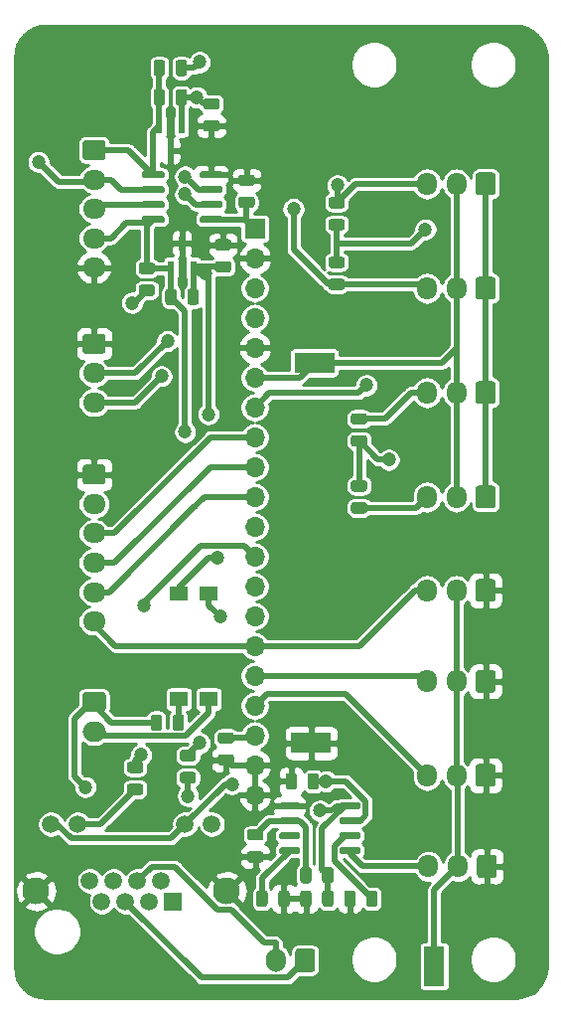
<source format=gbr>
G04 #@! TF.GenerationSoftware,KiCad,Pcbnew,5.1.6-c6e7f7d~86~ubuntu18.04.1*
G04 #@! TF.CreationDate,2020-06-04T18:49:23-07:00*
G04 #@! TF.ProjectId,odrive_aux_interface,6f647269-7665-45f6-9175-785f696e7465,rev?*
G04 #@! TF.SameCoordinates,Original*
G04 #@! TF.FileFunction,Copper,L1,Top*
G04 #@! TF.FilePolarity,Positive*
%FSLAX46Y46*%
G04 Gerber Fmt 4.6, Leading zero omitted, Abs format (unit mm)*
G04 Created by KiCad (PCBNEW 5.1.6-c6e7f7d~86~ubuntu18.04.1) date 2020-06-04 18:49:23*
%MOMM*%
%LPD*%
G01*
G04 APERTURE LIST*
G04 #@! TA.AperFunction,SMDPad,CuDef*
%ADD10R,3.400000X1.800000*%
G04 #@! TD*
G04 #@! TA.AperFunction,ComponentPad*
%ADD11O,1.700000X2.000000*%
G04 #@! TD*
G04 #@! TA.AperFunction,SMDPad,CuDef*
%ADD12R,1.500000X1.300000*%
G04 #@! TD*
G04 #@! TA.AperFunction,SMDPad,CuDef*
%ADD13R,1.800000X3.400000*%
G04 #@! TD*
G04 #@! TA.AperFunction,ComponentPad*
%ADD14R,1.700000X1.700000*%
G04 #@! TD*
G04 #@! TA.AperFunction,ComponentPad*
%ADD15O,1.700000X1.700000*%
G04 #@! TD*
G04 #@! TA.AperFunction,ComponentPad*
%ADD16O,1.700000X1.950000*%
G04 #@! TD*
G04 #@! TA.AperFunction,ComponentPad*
%ADD17O,1.950000X1.700000*%
G04 #@! TD*
G04 #@! TA.AperFunction,ComponentPad*
%ADD18O,2.000000X1.700000*%
G04 #@! TD*
G04 #@! TA.AperFunction,SMDPad,CuDef*
%ADD19R,0.600000X1.300000*%
G04 #@! TD*
G04 #@! TA.AperFunction,ComponentPad*
%ADD20R,1.500000X1.500000*%
G04 #@! TD*
G04 #@! TA.AperFunction,ComponentPad*
%ADD21C,1.500000*%
G04 #@! TD*
G04 #@! TA.AperFunction,ComponentPad*
%ADD22C,2.300000*%
G04 #@! TD*
G04 #@! TA.AperFunction,ViaPad*
%ADD23C,1.200000*%
G04 #@! TD*
G04 #@! TA.AperFunction,Conductor*
%ADD24C,0.500000*%
G04 #@! TD*
G04 #@! TA.AperFunction,Conductor*
%ADD25C,0.254000*%
G04 #@! TD*
G04 APERTURE END LIST*
G04 #@! TA.AperFunction,SMDPad,CuDef*
G36*
G01*
X143575000Y-162206250D02*
X143575000Y-161293750D01*
G75*
G02*
X143818750Y-161050000I243750J0D01*
G01*
X144306250Y-161050000D01*
G75*
G02*
X144550000Y-161293750I0J-243750D01*
G01*
X144550000Y-162206250D01*
G75*
G02*
X144306250Y-162450000I-243750J0D01*
G01*
X143818750Y-162450000D01*
G75*
G02*
X143575000Y-162206250I0J243750D01*
G01*
G37*
G04 #@! TD.AperFunction*
G04 #@! TA.AperFunction,SMDPad,CuDef*
G36*
G01*
X145450000Y-162206250D02*
X145450000Y-161293750D01*
G75*
G02*
X145693750Y-161050000I243750J0D01*
G01*
X146181250Y-161050000D01*
G75*
G02*
X146425000Y-161293750I0J-243750D01*
G01*
X146425000Y-162206250D01*
G75*
G02*
X146181250Y-162450000I-243750J0D01*
G01*
X145693750Y-162450000D01*
G75*
G02*
X145450000Y-162206250I0J243750D01*
G01*
G37*
G04 #@! TD.AperFunction*
G04 #@! TA.AperFunction,SMDPad,CuDef*
G36*
G01*
X145175000Y-153293750D02*
X145175000Y-154206250D01*
G75*
G02*
X144931250Y-154450000I-243750J0D01*
G01*
X144443750Y-154450000D01*
G75*
G02*
X144200000Y-154206250I0J243750D01*
G01*
X144200000Y-153293750D01*
G75*
G02*
X144443750Y-153050000I243750J0D01*
G01*
X144931250Y-153050000D01*
G75*
G02*
X145175000Y-153293750I0J-243750D01*
G01*
G37*
G04 #@! TD.AperFunction*
G04 #@! TA.AperFunction,SMDPad,CuDef*
G36*
G01*
X143300000Y-153293750D02*
X143300000Y-154206250D01*
G75*
G02*
X143056250Y-154450000I-243750J0D01*
G01*
X142568750Y-154450000D01*
G75*
G02*
X142325000Y-154206250I0J243750D01*
G01*
X142325000Y-153293750D01*
G75*
G02*
X142568750Y-153050000I243750J0D01*
G01*
X143056250Y-153050000D01*
G75*
G02*
X143300000Y-153293750I0J-243750D01*
G01*
G37*
G04 #@! TD.AperFunction*
G04 #@! TA.AperFunction,SMDPad,CuDef*
G36*
G01*
X136793750Y-149575000D02*
X137706250Y-149575000D01*
G75*
G02*
X137950000Y-149818750I0J-243750D01*
G01*
X137950000Y-150306250D01*
G75*
G02*
X137706250Y-150550000I-243750J0D01*
G01*
X136793750Y-150550000D01*
G75*
G02*
X136550000Y-150306250I0J243750D01*
G01*
X136550000Y-149818750D01*
G75*
G02*
X136793750Y-149575000I243750J0D01*
G01*
G37*
G04 #@! TD.AperFunction*
G04 #@! TA.AperFunction,SMDPad,CuDef*
G36*
G01*
X136793750Y-151450000D02*
X137706250Y-151450000D01*
G75*
G02*
X137950000Y-151693750I0J-243750D01*
G01*
X137950000Y-152181250D01*
G75*
G02*
X137706250Y-152425000I-243750J0D01*
G01*
X136793750Y-152425000D01*
G75*
G02*
X136550000Y-152181250I0J243750D01*
G01*
X136550000Y-151693750D01*
G75*
G02*
X136793750Y-151450000I243750J0D01*
G01*
G37*
G04 #@! TD.AperFunction*
G04 #@! TA.AperFunction,SMDPad,CuDef*
G36*
G01*
X130825000Y-149206250D02*
X130825000Y-148293750D01*
G75*
G02*
X131068750Y-148050000I243750J0D01*
G01*
X131556250Y-148050000D01*
G75*
G02*
X131800000Y-148293750I0J-243750D01*
G01*
X131800000Y-149206250D01*
G75*
G02*
X131556250Y-149450000I-243750J0D01*
G01*
X131068750Y-149450000D01*
G75*
G02*
X130825000Y-149206250I0J243750D01*
G01*
G37*
G04 #@! TD.AperFunction*
G04 #@! TA.AperFunction,SMDPad,CuDef*
G36*
G01*
X132700000Y-149206250D02*
X132700000Y-148293750D01*
G75*
G02*
X132943750Y-148050000I243750J0D01*
G01*
X133431250Y-148050000D01*
G75*
G02*
X133675000Y-148293750I0J-243750D01*
G01*
X133675000Y-149206250D01*
G75*
G02*
X133431250Y-149450000I-243750J0D01*
G01*
X132943750Y-149450000D01*
G75*
G02*
X132700000Y-149206250I0J243750D01*
G01*
G37*
G04 #@! TD.AperFunction*
G04 #@! TA.AperFunction,SMDPad,CuDef*
G36*
G01*
X141800000Y-155995000D02*
X141800000Y-155695000D01*
G75*
G02*
X141950000Y-155545000I150000J0D01*
G01*
X143400000Y-155545000D01*
G75*
G02*
X143550000Y-155695000I0J-150000D01*
G01*
X143550000Y-155995000D01*
G75*
G02*
X143400000Y-156145000I-150000J0D01*
G01*
X141950000Y-156145000D01*
G75*
G02*
X141800000Y-155995000I0J150000D01*
G01*
G37*
G04 #@! TD.AperFunction*
G04 #@! TA.AperFunction,SMDPad,CuDef*
G36*
G01*
X141800000Y-157265000D02*
X141800000Y-156965000D01*
G75*
G02*
X141950000Y-156815000I150000J0D01*
G01*
X143400000Y-156815000D01*
G75*
G02*
X143550000Y-156965000I0J-150000D01*
G01*
X143550000Y-157265000D01*
G75*
G02*
X143400000Y-157415000I-150000J0D01*
G01*
X141950000Y-157415000D01*
G75*
G02*
X141800000Y-157265000I0J150000D01*
G01*
G37*
G04 #@! TD.AperFunction*
G04 #@! TA.AperFunction,SMDPad,CuDef*
G36*
G01*
X141800000Y-158535000D02*
X141800000Y-158235000D01*
G75*
G02*
X141950000Y-158085000I150000J0D01*
G01*
X143400000Y-158085000D01*
G75*
G02*
X143550000Y-158235000I0J-150000D01*
G01*
X143550000Y-158535000D01*
G75*
G02*
X143400000Y-158685000I-150000J0D01*
G01*
X141950000Y-158685000D01*
G75*
G02*
X141800000Y-158535000I0J150000D01*
G01*
G37*
G04 #@! TD.AperFunction*
G04 #@! TA.AperFunction,SMDPad,CuDef*
G36*
G01*
X141800000Y-159805000D02*
X141800000Y-159505000D01*
G75*
G02*
X141950000Y-159355000I150000J0D01*
G01*
X143400000Y-159355000D01*
G75*
G02*
X143550000Y-159505000I0J-150000D01*
G01*
X143550000Y-159805000D01*
G75*
G02*
X143400000Y-159955000I-150000J0D01*
G01*
X141950000Y-159955000D01*
G75*
G02*
X141800000Y-159805000I0J150000D01*
G01*
G37*
G04 #@! TD.AperFunction*
G04 #@! TA.AperFunction,SMDPad,CuDef*
G36*
G01*
X146950000Y-159805000D02*
X146950000Y-159505000D01*
G75*
G02*
X147100000Y-159355000I150000J0D01*
G01*
X148550000Y-159355000D01*
G75*
G02*
X148700000Y-159505000I0J-150000D01*
G01*
X148700000Y-159805000D01*
G75*
G02*
X148550000Y-159955000I-150000J0D01*
G01*
X147100000Y-159955000D01*
G75*
G02*
X146950000Y-159805000I0J150000D01*
G01*
G37*
G04 #@! TD.AperFunction*
G04 #@! TA.AperFunction,SMDPad,CuDef*
G36*
G01*
X146950000Y-158535000D02*
X146950000Y-158235000D01*
G75*
G02*
X147100000Y-158085000I150000J0D01*
G01*
X148550000Y-158085000D01*
G75*
G02*
X148700000Y-158235000I0J-150000D01*
G01*
X148700000Y-158535000D01*
G75*
G02*
X148550000Y-158685000I-150000J0D01*
G01*
X147100000Y-158685000D01*
G75*
G02*
X146950000Y-158535000I0J150000D01*
G01*
G37*
G04 #@! TD.AperFunction*
G04 #@! TA.AperFunction,SMDPad,CuDef*
G36*
G01*
X146950000Y-157265000D02*
X146950000Y-156965000D01*
G75*
G02*
X147100000Y-156815000I150000J0D01*
G01*
X148550000Y-156815000D01*
G75*
G02*
X148700000Y-156965000I0J-150000D01*
G01*
X148700000Y-157265000D01*
G75*
G02*
X148550000Y-157415000I-150000J0D01*
G01*
X147100000Y-157415000D01*
G75*
G02*
X146950000Y-157265000I0J150000D01*
G01*
G37*
G04 #@! TD.AperFunction*
G04 #@! TA.AperFunction,SMDPad,CuDef*
G36*
G01*
X146950000Y-155995000D02*
X146950000Y-155695000D01*
G75*
G02*
X147100000Y-155545000I150000J0D01*
G01*
X148550000Y-155545000D01*
G75*
G02*
X148700000Y-155695000I0J-150000D01*
G01*
X148700000Y-155995000D01*
G75*
G02*
X148550000Y-156145000I-150000J0D01*
G01*
X147100000Y-156145000D01*
G75*
G02*
X146950000Y-155995000I0J150000D01*
G01*
G37*
G04 #@! TD.AperFunction*
D10*
X144500000Y-150500000D03*
G04 #@! TA.AperFunction,SMDPad,CuDef*
G36*
G01*
X150175000Y-163293750D02*
X150175000Y-164206250D01*
G75*
G02*
X149931250Y-164450000I-243750J0D01*
G01*
X149443750Y-164450000D01*
G75*
G02*
X149200000Y-164206250I0J243750D01*
G01*
X149200000Y-163293750D01*
G75*
G02*
X149443750Y-163050000I243750J0D01*
G01*
X149931250Y-163050000D01*
G75*
G02*
X150175000Y-163293750I0J-243750D01*
G01*
G37*
G04 #@! TD.AperFunction*
G04 #@! TA.AperFunction,SMDPad,CuDef*
G36*
G01*
X148300000Y-163293750D02*
X148300000Y-164206250D01*
G75*
G02*
X148056250Y-164450000I-243750J0D01*
G01*
X147568750Y-164450000D01*
G75*
G02*
X147325000Y-164206250I0J243750D01*
G01*
X147325000Y-163293750D01*
G75*
G02*
X147568750Y-163050000I243750J0D01*
G01*
X148056250Y-163050000D01*
G75*
G02*
X148300000Y-163293750I0J-243750D01*
G01*
G37*
G04 #@! TD.AperFunction*
G04 #@! TA.AperFunction,SMDPad,CuDef*
G36*
G01*
X139825000Y-164206250D02*
X139825000Y-163293750D01*
G75*
G02*
X140068750Y-163050000I243750J0D01*
G01*
X140556250Y-163050000D01*
G75*
G02*
X140800000Y-163293750I0J-243750D01*
G01*
X140800000Y-164206250D01*
G75*
G02*
X140556250Y-164450000I-243750J0D01*
G01*
X140068750Y-164450000D01*
G75*
G02*
X139825000Y-164206250I0J243750D01*
G01*
G37*
G04 #@! TD.AperFunction*
G04 #@! TA.AperFunction,SMDPad,CuDef*
G36*
G01*
X141700000Y-164206250D02*
X141700000Y-163293750D01*
G75*
G02*
X141943750Y-163050000I243750J0D01*
G01*
X142431250Y-163050000D01*
G75*
G02*
X142675000Y-163293750I0J-243750D01*
G01*
X142675000Y-164206250D01*
G75*
G02*
X142431250Y-164450000I-243750J0D01*
G01*
X141943750Y-164450000D01*
G75*
G02*
X141700000Y-164206250I0J243750D01*
G01*
G37*
G04 #@! TD.AperFunction*
G04 #@! TA.AperFunction,SMDPad,CuDef*
G36*
G01*
X144550000Y-163293750D02*
X144550000Y-164206250D01*
G75*
G02*
X144306250Y-164450000I-243750J0D01*
G01*
X143818750Y-164450000D01*
G75*
G02*
X143575000Y-164206250I0J243750D01*
G01*
X143575000Y-163293750D01*
G75*
G02*
X143818750Y-163050000I243750J0D01*
G01*
X144306250Y-163050000D01*
G75*
G02*
X144550000Y-163293750I0J-243750D01*
G01*
G37*
G04 #@! TD.AperFunction*
G04 #@! TA.AperFunction,SMDPad,CuDef*
G36*
G01*
X146425000Y-163293750D02*
X146425000Y-164206250D01*
G75*
G02*
X146181250Y-164450000I-243750J0D01*
G01*
X145693750Y-164450000D01*
G75*
G02*
X145450000Y-164206250I0J243750D01*
G01*
X145450000Y-163293750D01*
G75*
G02*
X145693750Y-163050000I243750J0D01*
G01*
X146181250Y-163050000D01*
G75*
G02*
X146425000Y-163293750I0J-243750D01*
G01*
G37*
G04 #@! TD.AperFunction*
G04 #@! TA.AperFunction,ComponentPad*
G36*
G01*
X144850000Y-168250000D02*
X144850000Y-169750000D01*
G75*
G02*
X144600000Y-170000000I-250000J0D01*
G01*
X143400000Y-170000000D01*
G75*
G02*
X143150000Y-169750000I0J250000D01*
G01*
X143150000Y-168250000D01*
G75*
G02*
X143400000Y-168000000I250000J0D01*
G01*
X144600000Y-168000000D01*
G75*
G02*
X144850000Y-168250000I0J-250000D01*
G01*
G37*
G04 #@! TD.AperFunction*
D11*
X141500000Y-169000000D03*
G04 #@! TA.AperFunction,SMDPad,CuDef*
G36*
G01*
X140206250Y-158800000D02*
X139293750Y-158800000D01*
G75*
G02*
X139050000Y-158556250I0J243750D01*
G01*
X139050000Y-158068750D01*
G75*
G02*
X139293750Y-157825000I243750J0D01*
G01*
X140206250Y-157825000D01*
G75*
G02*
X140450000Y-158068750I0J-243750D01*
G01*
X140450000Y-158556250D01*
G75*
G02*
X140206250Y-158800000I-243750J0D01*
G01*
G37*
G04 #@! TD.AperFunction*
G04 #@! TA.AperFunction,SMDPad,CuDef*
G36*
G01*
X140206250Y-160675000D02*
X139293750Y-160675000D01*
G75*
G02*
X139050000Y-160431250I0J243750D01*
G01*
X139050000Y-159943750D01*
G75*
G02*
X139293750Y-159700000I243750J0D01*
G01*
X140206250Y-159700000D01*
G75*
G02*
X140450000Y-159943750I0J-243750D01*
G01*
X140450000Y-160431250D01*
G75*
G02*
X140206250Y-160675000I-243750J0D01*
G01*
G37*
G04 #@! TD.AperFunction*
D12*
X133230000Y-146750000D03*
X135770000Y-146750000D03*
X135770000Y-137750000D03*
X133230000Y-137750000D03*
G04 #@! TA.AperFunction,SMDPad,CuDef*
G36*
G01*
X146228750Y-103985000D02*
X147141250Y-103985000D01*
G75*
G02*
X147385000Y-104228750I0J-243750D01*
G01*
X147385000Y-104716250D01*
G75*
G02*
X147141250Y-104960000I-243750J0D01*
G01*
X146228750Y-104960000D01*
G75*
G02*
X145985000Y-104716250I0J243750D01*
G01*
X145985000Y-104228750D01*
G75*
G02*
X146228750Y-103985000I243750J0D01*
G01*
G37*
G04 #@! TD.AperFunction*
G04 #@! TA.AperFunction,SMDPad,CuDef*
G36*
G01*
X146228750Y-105860000D02*
X147141250Y-105860000D01*
G75*
G02*
X147385000Y-106103750I0J-243750D01*
G01*
X147385000Y-106591250D01*
G75*
G02*
X147141250Y-106835000I-243750J0D01*
G01*
X146228750Y-106835000D01*
G75*
G02*
X145985000Y-106591250I0J243750D01*
G01*
X145985000Y-106103750D01*
G75*
G02*
X146228750Y-105860000I243750J0D01*
G01*
G37*
G04 #@! TD.AperFunction*
G04 #@! TA.AperFunction,SMDPad,CuDef*
G36*
G01*
X147141250Y-110040000D02*
X146228750Y-110040000D01*
G75*
G02*
X145985000Y-109796250I0J243750D01*
G01*
X145985000Y-109308750D01*
G75*
G02*
X146228750Y-109065000I243750J0D01*
G01*
X147141250Y-109065000D01*
G75*
G02*
X147385000Y-109308750I0J-243750D01*
G01*
X147385000Y-109796250D01*
G75*
G02*
X147141250Y-110040000I-243750J0D01*
G01*
G37*
G04 #@! TD.AperFunction*
G04 #@! TA.AperFunction,SMDPad,CuDef*
G36*
G01*
X147141250Y-111915000D02*
X146228750Y-111915000D01*
G75*
G02*
X145985000Y-111671250I0J243750D01*
G01*
X145985000Y-111183750D01*
G75*
G02*
X146228750Y-110940000I243750J0D01*
G01*
X147141250Y-110940000D01*
G75*
G02*
X147385000Y-111183750I0J-243750D01*
G01*
X147385000Y-111671250D01*
G75*
G02*
X147141250Y-111915000I-243750J0D01*
G01*
G37*
G04 #@! TD.AperFunction*
G04 #@! TA.AperFunction,SMDPad,CuDef*
G36*
G01*
X148133750Y-124275000D02*
X149046250Y-124275000D01*
G75*
G02*
X149290000Y-124518750I0J-243750D01*
G01*
X149290000Y-125006250D01*
G75*
G02*
X149046250Y-125250000I-243750J0D01*
G01*
X148133750Y-125250000D01*
G75*
G02*
X147890000Y-125006250I0J243750D01*
G01*
X147890000Y-124518750D01*
G75*
G02*
X148133750Y-124275000I243750J0D01*
G01*
G37*
G04 #@! TD.AperFunction*
G04 #@! TA.AperFunction,SMDPad,CuDef*
G36*
G01*
X148133750Y-122400000D02*
X149046250Y-122400000D01*
G75*
G02*
X149290000Y-122643750I0J-243750D01*
G01*
X149290000Y-123131250D01*
G75*
G02*
X149046250Y-123375000I-243750J0D01*
G01*
X148133750Y-123375000D01*
G75*
G02*
X147890000Y-123131250I0J243750D01*
G01*
X147890000Y-122643750D01*
G75*
G02*
X148133750Y-122400000I243750J0D01*
G01*
G37*
G04 #@! TD.AperFunction*
G04 #@! TA.AperFunction,SMDPad,CuDef*
G36*
G01*
X149046250Y-130965000D02*
X148133750Y-130965000D01*
G75*
G02*
X147890000Y-130721250I0J243750D01*
G01*
X147890000Y-130233750D01*
G75*
G02*
X148133750Y-129990000I243750J0D01*
G01*
X149046250Y-129990000D01*
G75*
G02*
X149290000Y-130233750I0J-243750D01*
G01*
X149290000Y-130721250D01*
G75*
G02*
X149046250Y-130965000I-243750J0D01*
G01*
G37*
G04 #@! TD.AperFunction*
G04 #@! TA.AperFunction,SMDPad,CuDef*
G36*
G01*
X149046250Y-129090000D02*
X148133750Y-129090000D01*
G75*
G02*
X147890000Y-128846250I0J243750D01*
G01*
X147890000Y-128358750D01*
G75*
G02*
X148133750Y-128115000I243750J0D01*
G01*
X149046250Y-128115000D01*
G75*
G02*
X149290000Y-128358750I0J-243750D01*
G01*
X149290000Y-128846250D01*
G75*
G02*
X149046250Y-129090000I-243750J0D01*
G01*
G37*
G04 #@! TD.AperFunction*
D13*
X155000000Y-169500000D03*
D10*
X144780000Y-118110000D03*
D14*
X139700000Y-106680000D03*
D15*
X139700000Y-109220000D03*
X139700000Y-111760000D03*
X139700000Y-114300000D03*
X139700000Y-116840000D03*
X139700000Y-119380000D03*
X139700000Y-121920000D03*
X139700000Y-124460000D03*
X139700000Y-127000000D03*
X139700000Y-129540000D03*
X139700000Y-132080000D03*
X139700000Y-134620000D03*
X139700000Y-137160000D03*
X139700000Y-139700000D03*
X139700000Y-142240000D03*
X139700000Y-144780000D03*
X139700000Y-147320000D03*
X139700000Y-149860000D03*
X139700000Y-152400000D03*
X139700000Y-154940000D03*
G04 #@! TA.AperFunction,ComponentPad*
G36*
G01*
X160235000Y-102145000D02*
X160235000Y-103595000D01*
G75*
G02*
X159985000Y-103845000I-250000J0D01*
G01*
X158785000Y-103845000D01*
G75*
G02*
X158535000Y-103595000I0J250000D01*
G01*
X158535000Y-102145000D01*
G75*
G02*
X158785000Y-101895000I250000J0D01*
G01*
X159985000Y-101895000D01*
G75*
G02*
X160235000Y-102145000I0J-250000D01*
G01*
G37*
G04 #@! TD.AperFunction*
D16*
X156885000Y-102870000D03*
X154385000Y-102870000D03*
X154385000Y-111760000D03*
X156885000Y-111760000D03*
G04 #@! TA.AperFunction,ComponentPad*
G36*
G01*
X160235000Y-111035000D02*
X160235000Y-112485000D01*
G75*
G02*
X159985000Y-112735000I-250000J0D01*
G01*
X158785000Y-112735000D01*
G75*
G02*
X158535000Y-112485000I0J250000D01*
G01*
X158535000Y-111035000D01*
G75*
G02*
X158785000Y-110785000I250000J0D01*
G01*
X159985000Y-110785000D01*
G75*
G02*
X160235000Y-111035000I0J-250000D01*
G01*
G37*
G04 #@! TD.AperFunction*
G04 #@! TA.AperFunction,ComponentPad*
G36*
G01*
X160235000Y-119925000D02*
X160235000Y-121375000D01*
G75*
G02*
X159985000Y-121625000I-250000J0D01*
G01*
X158785000Y-121625000D01*
G75*
G02*
X158535000Y-121375000I0J250000D01*
G01*
X158535000Y-119925000D01*
G75*
G02*
X158785000Y-119675000I250000J0D01*
G01*
X159985000Y-119675000D01*
G75*
G02*
X160235000Y-119925000I0J-250000D01*
G01*
G37*
G04 #@! TD.AperFunction*
X156885000Y-120650000D03*
X154385000Y-120650000D03*
X154385000Y-129540000D03*
X156885000Y-129540000D03*
G04 #@! TA.AperFunction,ComponentPad*
G36*
G01*
X160235000Y-128815000D02*
X160235000Y-130265000D01*
G75*
G02*
X159985000Y-130515000I-250000J0D01*
G01*
X158785000Y-130515000D01*
G75*
G02*
X158535000Y-130265000I0J250000D01*
G01*
X158535000Y-128815000D01*
G75*
G02*
X158785000Y-128565000I250000J0D01*
G01*
X159985000Y-128565000D01*
G75*
G02*
X160235000Y-128815000I0J-250000D01*
G01*
G37*
G04 #@! TD.AperFunction*
D17*
X126000000Y-140135000D03*
X126000000Y-137635000D03*
X126000000Y-135135000D03*
X126000000Y-132635000D03*
X126000000Y-130135000D03*
G04 #@! TA.AperFunction,ComponentPad*
G36*
G01*
X125275000Y-126785000D02*
X126725000Y-126785000D01*
G75*
G02*
X126975000Y-127035000I0J-250000D01*
G01*
X126975000Y-128235000D01*
G75*
G02*
X126725000Y-128485000I-250000J0D01*
G01*
X125275000Y-128485000D01*
G75*
G02*
X125025000Y-128235000I0J250000D01*
G01*
X125025000Y-127035000D01*
G75*
G02*
X125275000Y-126785000I250000J0D01*
G01*
G37*
G04 #@! TD.AperFunction*
G04 #@! TA.AperFunction,ComponentPad*
G36*
G01*
X160235000Y-136775000D02*
X160235000Y-138225000D01*
G75*
G02*
X159985000Y-138475000I-250000J0D01*
G01*
X158785000Y-138475000D01*
G75*
G02*
X158535000Y-138225000I0J250000D01*
G01*
X158535000Y-136775000D01*
G75*
G02*
X158785000Y-136525000I250000J0D01*
G01*
X159985000Y-136525000D01*
G75*
G02*
X160235000Y-136775000I0J-250000D01*
G01*
G37*
G04 #@! TD.AperFunction*
D16*
X156885000Y-137500000D03*
X154385000Y-137500000D03*
X154385000Y-145250000D03*
X156885000Y-145250000D03*
G04 #@! TA.AperFunction,ComponentPad*
G36*
G01*
X160235000Y-144525000D02*
X160235000Y-145975000D01*
G75*
G02*
X159985000Y-146225000I-250000J0D01*
G01*
X158785000Y-146225000D01*
G75*
G02*
X158535000Y-145975000I0J250000D01*
G01*
X158535000Y-144525000D01*
G75*
G02*
X158785000Y-144275000I250000J0D01*
G01*
X159985000Y-144275000D01*
G75*
G02*
X160235000Y-144525000I0J-250000D01*
G01*
G37*
G04 #@! TD.AperFunction*
G04 #@! TA.AperFunction,ComponentPad*
G36*
G01*
X160235000Y-152525000D02*
X160235000Y-153975000D01*
G75*
G02*
X159985000Y-154225000I-250000J0D01*
G01*
X158785000Y-154225000D01*
G75*
G02*
X158535000Y-153975000I0J250000D01*
G01*
X158535000Y-152525000D01*
G75*
G02*
X158785000Y-152275000I250000J0D01*
G01*
X159985000Y-152275000D01*
G75*
G02*
X160235000Y-152525000I0J-250000D01*
G01*
G37*
G04 #@! TD.AperFunction*
X156885000Y-153250000D03*
X154385000Y-153250000D03*
G04 #@! TA.AperFunction,ComponentPad*
G36*
G01*
X160350000Y-160275000D02*
X160350000Y-161725000D01*
G75*
G02*
X160100000Y-161975000I-250000J0D01*
G01*
X158900000Y-161975000D01*
G75*
G02*
X158650000Y-161725000I0J250000D01*
G01*
X158650000Y-160275000D01*
G75*
G02*
X158900000Y-160025000I250000J0D01*
G01*
X160100000Y-160025000D01*
G75*
G02*
X160350000Y-160275000I0J-250000D01*
G01*
G37*
G04 #@! TD.AperFunction*
X157000000Y-161000000D03*
X154500000Y-161000000D03*
G04 #@! TA.AperFunction,ComponentPad*
G36*
G01*
X125250000Y-146150000D02*
X126750000Y-146150000D01*
G75*
G02*
X127000000Y-146400000I0J-250000D01*
G01*
X127000000Y-147600000D01*
G75*
G02*
X126750000Y-147850000I-250000J0D01*
G01*
X125250000Y-147850000D01*
G75*
G02*
X125000000Y-147600000I0J250000D01*
G01*
X125000000Y-146400000D01*
G75*
G02*
X125250000Y-146150000I250000J0D01*
G01*
G37*
G04 #@! TD.AperFunction*
D18*
X126000000Y-149500000D03*
D17*
X126000000Y-121500000D03*
X126000000Y-119000000D03*
G04 #@! TA.AperFunction,ComponentPad*
G36*
G01*
X125275000Y-115650000D02*
X126725000Y-115650000D01*
G75*
G02*
X126975000Y-115900000I0J-250000D01*
G01*
X126975000Y-117100000D01*
G75*
G02*
X126725000Y-117350000I-250000J0D01*
G01*
X125275000Y-117350000D01*
G75*
G02*
X125025000Y-117100000I0J250000D01*
G01*
X125025000Y-115900000D01*
G75*
G02*
X125275000Y-115650000I250000J0D01*
G01*
G37*
G04 #@! TD.AperFunction*
G04 #@! TA.AperFunction,SMDPad,CuDef*
G36*
G01*
X139456250Y-104925000D02*
X138543750Y-104925000D01*
G75*
G02*
X138300000Y-104681250I0J243750D01*
G01*
X138300000Y-104193750D01*
G75*
G02*
X138543750Y-103950000I243750J0D01*
G01*
X139456250Y-103950000D01*
G75*
G02*
X139700000Y-104193750I0J-243750D01*
G01*
X139700000Y-104681250D01*
G75*
G02*
X139456250Y-104925000I-243750J0D01*
G01*
G37*
G04 #@! TD.AperFunction*
G04 #@! TA.AperFunction,SMDPad,CuDef*
G36*
G01*
X139456250Y-103050000D02*
X138543750Y-103050000D01*
G75*
G02*
X138300000Y-102806250I0J243750D01*
G01*
X138300000Y-102318750D01*
G75*
G02*
X138543750Y-102075000I243750J0D01*
G01*
X139456250Y-102075000D01*
G75*
G02*
X139700000Y-102318750I0J-243750D01*
G01*
X139700000Y-102806250D01*
G75*
G02*
X139456250Y-103050000I-243750J0D01*
G01*
G37*
G04 #@! TD.AperFunction*
D19*
X132500000Y-100050000D03*
X131550000Y-97950000D03*
X133450000Y-97950000D03*
X132550000Y-110050000D03*
X134450000Y-110050000D03*
X133500000Y-107950000D03*
G04 #@! TA.AperFunction,SMDPad,CuDef*
G36*
G01*
X136543750Y-107575000D02*
X137456250Y-107575000D01*
G75*
G02*
X137700000Y-107818750I0J-243750D01*
G01*
X137700000Y-108306250D01*
G75*
G02*
X137456250Y-108550000I-243750J0D01*
G01*
X136543750Y-108550000D01*
G75*
G02*
X136300000Y-108306250I0J243750D01*
G01*
X136300000Y-107818750D01*
G75*
G02*
X136543750Y-107575000I243750J0D01*
G01*
G37*
G04 #@! TD.AperFunction*
G04 #@! TA.AperFunction,SMDPad,CuDef*
G36*
G01*
X136543750Y-109450000D02*
X137456250Y-109450000D01*
G75*
G02*
X137700000Y-109693750I0J-243750D01*
G01*
X137700000Y-110181250D01*
G75*
G02*
X137456250Y-110425000I-243750J0D01*
G01*
X136543750Y-110425000D01*
G75*
G02*
X136300000Y-110181250I0J243750D01*
G01*
X136300000Y-109693750D01*
G75*
G02*
X136543750Y-109450000I243750J0D01*
G01*
G37*
G04 #@! TD.AperFunction*
G04 #@! TA.AperFunction,SMDPad,CuDef*
G36*
G01*
X133050000Y-112043750D02*
X133050000Y-112956250D01*
G75*
G02*
X132806250Y-113200000I-243750J0D01*
G01*
X132318750Y-113200000D01*
G75*
G02*
X132075000Y-112956250I0J243750D01*
G01*
X132075000Y-112043750D01*
G75*
G02*
X132318750Y-111800000I243750J0D01*
G01*
X132806250Y-111800000D01*
G75*
G02*
X133050000Y-112043750I0J-243750D01*
G01*
G37*
G04 #@! TD.AperFunction*
G04 #@! TA.AperFunction,SMDPad,CuDef*
G36*
G01*
X134925000Y-112043750D02*
X134925000Y-112956250D01*
G75*
G02*
X134681250Y-113200000I-243750J0D01*
G01*
X134193750Y-113200000D01*
G75*
G02*
X133950000Y-112956250I0J243750D01*
G01*
X133950000Y-112043750D01*
G75*
G02*
X134193750Y-111800000I243750J0D01*
G01*
X134681250Y-111800000D01*
G75*
G02*
X134925000Y-112043750I0J-243750D01*
G01*
G37*
G04 #@! TD.AperFunction*
G04 #@! TA.AperFunction,SMDPad,CuDef*
G36*
G01*
X130043750Y-109575000D02*
X130956250Y-109575000D01*
G75*
G02*
X131200000Y-109818750I0J-243750D01*
G01*
X131200000Y-110306250D01*
G75*
G02*
X130956250Y-110550000I-243750J0D01*
G01*
X130043750Y-110550000D01*
G75*
G02*
X129800000Y-110306250I0J243750D01*
G01*
X129800000Y-109818750D01*
G75*
G02*
X130043750Y-109575000I243750J0D01*
G01*
G37*
G04 #@! TD.AperFunction*
G04 #@! TA.AperFunction,SMDPad,CuDef*
G36*
G01*
X130043750Y-111450000D02*
X130956250Y-111450000D01*
G75*
G02*
X131200000Y-111693750I0J-243750D01*
G01*
X131200000Y-112181250D01*
G75*
G02*
X130956250Y-112425000I-243750J0D01*
G01*
X130043750Y-112425000D01*
G75*
G02*
X129800000Y-112181250I0J243750D01*
G01*
X129800000Y-111693750D01*
G75*
G02*
X130043750Y-111450000I243750J0D01*
G01*
G37*
G04 #@! TD.AperFunction*
G04 #@! TA.AperFunction,SMDPad,CuDef*
G36*
G01*
X133925000Y-92543750D02*
X133925000Y-93456250D01*
G75*
G02*
X133681250Y-93700000I-243750J0D01*
G01*
X133193750Y-93700000D01*
G75*
G02*
X132950000Y-93456250I0J243750D01*
G01*
X132950000Y-92543750D01*
G75*
G02*
X133193750Y-92300000I243750J0D01*
G01*
X133681250Y-92300000D01*
G75*
G02*
X133925000Y-92543750I0J-243750D01*
G01*
G37*
G04 #@! TD.AperFunction*
G04 #@! TA.AperFunction,SMDPad,CuDef*
G36*
G01*
X132050000Y-92543750D02*
X132050000Y-93456250D01*
G75*
G02*
X131806250Y-93700000I-243750J0D01*
G01*
X131318750Y-93700000D01*
G75*
G02*
X131075000Y-93456250I0J243750D01*
G01*
X131075000Y-92543750D01*
G75*
G02*
X131318750Y-92300000I243750J0D01*
G01*
X131806250Y-92300000D01*
G75*
G02*
X132050000Y-92543750I0J-243750D01*
G01*
G37*
G04 #@! TD.AperFunction*
G04 #@! TA.AperFunction,SMDPad,CuDef*
G36*
G01*
X132950000Y-95956250D02*
X132950000Y-95043750D01*
G75*
G02*
X133193750Y-94800000I243750J0D01*
G01*
X133681250Y-94800000D01*
G75*
G02*
X133925000Y-95043750I0J-243750D01*
G01*
X133925000Y-95956250D01*
G75*
G02*
X133681250Y-96200000I-243750J0D01*
G01*
X133193750Y-96200000D01*
G75*
G02*
X132950000Y-95956250I0J243750D01*
G01*
G37*
G04 #@! TD.AperFunction*
G04 #@! TA.AperFunction,SMDPad,CuDef*
G36*
G01*
X131075000Y-95956250D02*
X131075000Y-95043750D01*
G75*
G02*
X131318750Y-94800000I243750J0D01*
G01*
X131806250Y-94800000D01*
G75*
G02*
X132050000Y-95043750I0J-243750D01*
G01*
X132050000Y-95956250D01*
G75*
G02*
X131806250Y-96200000I-243750J0D01*
G01*
X131318750Y-96200000D01*
G75*
G02*
X131075000Y-95956250I0J243750D01*
G01*
G37*
G04 #@! TD.AperFunction*
G04 #@! TA.AperFunction,SMDPad,CuDef*
G36*
G01*
X136456250Y-96550000D02*
X135543750Y-96550000D01*
G75*
G02*
X135300000Y-96306250I0J243750D01*
G01*
X135300000Y-95818750D01*
G75*
G02*
X135543750Y-95575000I243750J0D01*
G01*
X136456250Y-95575000D01*
G75*
G02*
X136700000Y-95818750I0J-243750D01*
G01*
X136700000Y-96306250D01*
G75*
G02*
X136456250Y-96550000I-243750J0D01*
G01*
G37*
G04 #@! TD.AperFunction*
G04 #@! TA.AperFunction,SMDPad,CuDef*
G36*
G01*
X136456250Y-98425000D02*
X135543750Y-98425000D01*
G75*
G02*
X135300000Y-98181250I0J243750D01*
G01*
X135300000Y-97693750D01*
G75*
G02*
X135543750Y-97450000I243750J0D01*
G01*
X136456250Y-97450000D01*
G75*
G02*
X136700000Y-97693750I0J-243750D01*
G01*
X136700000Y-98181250D01*
G75*
G02*
X136456250Y-98425000I-243750J0D01*
G01*
G37*
G04 #@! TD.AperFunction*
G04 #@! TA.AperFunction,SMDPad,CuDef*
G36*
G01*
X136950000Y-105755000D02*
X136950000Y-106055000D01*
G75*
G02*
X136800000Y-106205000I-150000J0D01*
G01*
X135150000Y-106205000D01*
G75*
G02*
X135000000Y-106055000I0J150000D01*
G01*
X135000000Y-105755000D01*
G75*
G02*
X135150000Y-105605000I150000J0D01*
G01*
X136800000Y-105605000D01*
G75*
G02*
X136950000Y-105755000I0J-150000D01*
G01*
G37*
G04 #@! TD.AperFunction*
G04 #@! TA.AperFunction,SMDPad,CuDef*
G36*
G01*
X136950000Y-104485000D02*
X136950000Y-104785000D01*
G75*
G02*
X136800000Y-104935000I-150000J0D01*
G01*
X135150000Y-104935000D01*
G75*
G02*
X135000000Y-104785000I0J150000D01*
G01*
X135000000Y-104485000D01*
G75*
G02*
X135150000Y-104335000I150000J0D01*
G01*
X136800000Y-104335000D01*
G75*
G02*
X136950000Y-104485000I0J-150000D01*
G01*
G37*
G04 #@! TD.AperFunction*
G04 #@! TA.AperFunction,SMDPad,CuDef*
G36*
G01*
X136950000Y-103215000D02*
X136950000Y-103515000D01*
G75*
G02*
X136800000Y-103665000I-150000J0D01*
G01*
X135150000Y-103665000D01*
G75*
G02*
X135000000Y-103515000I0J150000D01*
G01*
X135000000Y-103215000D01*
G75*
G02*
X135150000Y-103065000I150000J0D01*
G01*
X136800000Y-103065000D01*
G75*
G02*
X136950000Y-103215000I0J-150000D01*
G01*
G37*
G04 #@! TD.AperFunction*
G04 #@! TA.AperFunction,SMDPad,CuDef*
G36*
G01*
X136950000Y-101945000D02*
X136950000Y-102245000D01*
G75*
G02*
X136800000Y-102395000I-150000J0D01*
G01*
X135150000Y-102395000D01*
G75*
G02*
X135000000Y-102245000I0J150000D01*
G01*
X135000000Y-101945000D01*
G75*
G02*
X135150000Y-101795000I150000J0D01*
G01*
X136800000Y-101795000D01*
G75*
G02*
X136950000Y-101945000I0J-150000D01*
G01*
G37*
G04 #@! TD.AperFunction*
G04 #@! TA.AperFunction,SMDPad,CuDef*
G36*
G01*
X132000000Y-101945000D02*
X132000000Y-102245000D01*
G75*
G02*
X131850000Y-102395000I-150000J0D01*
G01*
X130200000Y-102395000D01*
G75*
G02*
X130050000Y-102245000I0J150000D01*
G01*
X130050000Y-101945000D01*
G75*
G02*
X130200000Y-101795000I150000J0D01*
G01*
X131850000Y-101795000D01*
G75*
G02*
X132000000Y-101945000I0J-150000D01*
G01*
G37*
G04 #@! TD.AperFunction*
G04 #@! TA.AperFunction,SMDPad,CuDef*
G36*
G01*
X132000000Y-103215000D02*
X132000000Y-103515000D01*
G75*
G02*
X131850000Y-103665000I-150000J0D01*
G01*
X130200000Y-103665000D01*
G75*
G02*
X130050000Y-103515000I0J150000D01*
G01*
X130050000Y-103215000D01*
G75*
G02*
X130200000Y-103065000I150000J0D01*
G01*
X131850000Y-103065000D01*
G75*
G02*
X132000000Y-103215000I0J-150000D01*
G01*
G37*
G04 #@! TD.AperFunction*
G04 #@! TA.AperFunction,SMDPad,CuDef*
G36*
G01*
X132000000Y-104485000D02*
X132000000Y-104785000D01*
G75*
G02*
X131850000Y-104935000I-150000J0D01*
G01*
X130200000Y-104935000D01*
G75*
G02*
X130050000Y-104785000I0J150000D01*
G01*
X130050000Y-104485000D01*
G75*
G02*
X130200000Y-104335000I150000J0D01*
G01*
X131850000Y-104335000D01*
G75*
G02*
X132000000Y-104485000I0J-150000D01*
G01*
G37*
G04 #@! TD.AperFunction*
G04 #@! TA.AperFunction,SMDPad,CuDef*
G36*
G01*
X132000000Y-105755000D02*
X132000000Y-106055000D01*
G75*
G02*
X131850000Y-106205000I-150000J0D01*
G01*
X130200000Y-106205000D01*
G75*
G02*
X130050000Y-106055000I0J150000D01*
G01*
X130050000Y-105755000D01*
G75*
G02*
X130200000Y-105605000I150000J0D01*
G01*
X131850000Y-105605000D01*
G75*
G02*
X132000000Y-105755000I0J-150000D01*
G01*
G37*
G04 #@! TD.AperFunction*
G04 #@! TA.AperFunction,ComponentPad*
G36*
G01*
X125275000Y-99150000D02*
X126725000Y-99150000D01*
G75*
G02*
X126975000Y-99400000I0J-250000D01*
G01*
X126975000Y-100600000D01*
G75*
G02*
X126725000Y-100850000I-250000J0D01*
G01*
X125275000Y-100850000D01*
G75*
G02*
X125025000Y-100600000I0J250000D01*
G01*
X125025000Y-99400000D01*
G75*
G02*
X125275000Y-99150000I250000J0D01*
G01*
G37*
G04 #@! TD.AperFunction*
D17*
X126000000Y-102500000D03*
X126000000Y-105000000D03*
X126000000Y-107500000D03*
X126000000Y-110000000D03*
D20*
X132750000Y-164000000D03*
D21*
X130718000Y-164000000D03*
X128686000Y-164000000D03*
X126654000Y-164000000D03*
X131734000Y-162220000D03*
X129702000Y-162220000D03*
X127670000Y-162220000D03*
X125638000Y-162220000D03*
D22*
X121060000Y-163110000D03*
X137320000Y-163110000D03*
D21*
X136050000Y-157400000D03*
X133760000Y-157400000D03*
X124620000Y-157400000D03*
X122330000Y-157400000D03*
G04 #@! TA.AperFunction,SMDPad,CuDef*
G36*
G01*
X133543750Y-151075000D02*
X134456250Y-151075000D01*
G75*
G02*
X134700000Y-151318750I0J-243750D01*
G01*
X134700000Y-151806250D01*
G75*
G02*
X134456250Y-152050000I-243750J0D01*
G01*
X133543750Y-152050000D01*
G75*
G02*
X133300000Y-151806250I0J243750D01*
G01*
X133300000Y-151318750D01*
G75*
G02*
X133543750Y-151075000I243750J0D01*
G01*
G37*
G04 #@! TD.AperFunction*
G04 #@! TA.AperFunction,SMDPad,CuDef*
G36*
G01*
X133543750Y-152950000D02*
X134456250Y-152950000D01*
G75*
G02*
X134700000Y-153193750I0J-243750D01*
G01*
X134700000Y-153681250D01*
G75*
G02*
X134456250Y-153925000I-243750J0D01*
G01*
X133543750Y-153925000D01*
G75*
G02*
X133300000Y-153681250I0J243750D01*
G01*
X133300000Y-153193750D01*
G75*
G02*
X133543750Y-152950000I243750J0D01*
G01*
G37*
G04 #@! TD.AperFunction*
G04 #@! TA.AperFunction,SMDPad,CuDef*
G36*
G01*
X129043750Y-153950000D02*
X129956250Y-153950000D01*
G75*
G02*
X130200000Y-154193750I0J-243750D01*
G01*
X130200000Y-154681250D01*
G75*
G02*
X129956250Y-154925000I-243750J0D01*
G01*
X129043750Y-154925000D01*
G75*
G02*
X128800000Y-154681250I0J243750D01*
G01*
X128800000Y-154193750D01*
G75*
G02*
X129043750Y-153950000I243750J0D01*
G01*
G37*
G04 #@! TD.AperFunction*
G04 #@! TA.AperFunction,SMDPad,CuDef*
G36*
G01*
X129043750Y-152075000D02*
X129956250Y-152075000D01*
G75*
G02*
X130200000Y-152318750I0J-243750D01*
G01*
X130200000Y-152806250D01*
G75*
G02*
X129956250Y-153050000I-243750J0D01*
G01*
X129043750Y-153050000D01*
G75*
G02*
X128800000Y-152806250I0J243750D01*
G01*
X128800000Y-152318750D01*
G75*
G02*
X129043750Y-152075000I243750J0D01*
G01*
G37*
G04 #@! TD.AperFunction*
D23*
X129250000Y-113000000D03*
X135000000Y-92500000D03*
X145250000Y-156250000D03*
X136500000Y-134750000D03*
X137750000Y-154000000D03*
X133750000Y-102250000D03*
X146750000Y-103000000D03*
X135000000Y-150500000D03*
X143000000Y-105000000D03*
X133750000Y-103750000D03*
X130250000Y-138750000D03*
X130000000Y-151500000D03*
X132250000Y-116250000D03*
X131750000Y-119250000D03*
X149225000Y-120015000D03*
X151130000Y-126365000D03*
X154250000Y-106750000D03*
X134750000Y-95500000D03*
X121250000Y-101000000D03*
X133750000Y-124000000D03*
X135500000Y-110500000D03*
X135750000Y-122500000D03*
X145750000Y-153750000D03*
X136750000Y-139750000D03*
X125250000Y-154250000D03*
X134000000Y-155000000D03*
D24*
X136887500Y-107950000D02*
X137000000Y-108062500D01*
X137712500Y-152400000D02*
X137250000Y-151937500D01*
X139700000Y-152400000D02*
X137712500Y-152400000D01*
X139000000Y-105980000D02*
X139700000Y-106680000D01*
X139000000Y-104437500D02*
X139000000Y-105980000D01*
X129437500Y-113000000D02*
X130500000Y-111937500D01*
X129250000Y-113000000D02*
X129437500Y-113000000D01*
X133437500Y-93000000D02*
X134500000Y-93000000D01*
X134500000Y-93000000D02*
X135000000Y-92500000D01*
X138925000Y-105905000D02*
X139700000Y-106680000D01*
X135975000Y-105905000D02*
X138925000Y-105905000D01*
X145937500Y-163750000D02*
X145937500Y-161750000D01*
X147371456Y-155845000D02*
X147825000Y-155845000D01*
X145451973Y-157764483D02*
X147371456Y-155845000D01*
X145451973Y-161264473D02*
X145451973Y-157764483D01*
X145937500Y-161750000D02*
X145451973Y-161264473D01*
X145250000Y-156250000D02*
X146250000Y-156250000D01*
X146655000Y-155845000D02*
X147825000Y-155845000D01*
X146250000Y-156250000D02*
X146655000Y-155845000D01*
X155000000Y-163000000D02*
X157000000Y-161000000D01*
X155000000Y-169500000D02*
X155000000Y-163000000D01*
X157000000Y-153365000D02*
X156885000Y-153250000D01*
X157000000Y-161000000D02*
X157000000Y-153365000D01*
X156885000Y-145250000D02*
X156885000Y-153250000D01*
X156885000Y-137500000D02*
X156885000Y-145250000D01*
X132559999Y-158600001D02*
X133760000Y-157400000D01*
X124043999Y-158600001D02*
X132559999Y-158600001D01*
X122843998Y-157400000D02*
X124043999Y-158600001D01*
X122330000Y-157400000D02*
X122843998Y-157400000D01*
X133230000Y-137750000D02*
X133230000Y-137270000D01*
X133230000Y-137270000D02*
X135750000Y-134750000D01*
X135750000Y-134750000D02*
X136500000Y-134750000D01*
X137160000Y-154000000D02*
X137750000Y-154000000D01*
X133760000Y-157400000D02*
X137160000Y-154000000D01*
X148287500Y-102870000D02*
X146685000Y-104472500D01*
X154385000Y-102870000D02*
X148287500Y-102870000D01*
X134919002Y-103365000D02*
X134254001Y-102699999D01*
X135975000Y-103365000D02*
X134919002Y-103365000D01*
X134254001Y-102699999D02*
X134199999Y-102699999D01*
X134199999Y-102699999D02*
X133750000Y-102250000D01*
X146750000Y-104407500D02*
X146685000Y-104472500D01*
X146750000Y-103000000D02*
X146750000Y-104407500D01*
X134000000Y-151562500D02*
X134000000Y-151500000D01*
X134000000Y-151500000D02*
X135000000Y-150500000D01*
X154052500Y-111427500D02*
X154385000Y-111760000D01*
X146685000Y-111427500D02*
X154052500Y-111427500D01*
X145985000Y-111427500D02*
X143000000Y-108442500D01*
X146685000Y-111427500D02*
X145985000Y-111427500D01*
X143000000Y-108442500D02*
X143000000Y-105000000D01*
X134865000Y-104635000D02*
X135975000Y-104635000D01*
X134635000Y-104635000D02*
X133750000Y-103750000D01*
X135975000Y-104635000D02*
X134635000Y-104635000D01*
X135069999Y-133699999D02*
X130250000Y-138519998D01*
X139700000Y-134620000D02*
X138779999Y-133699999D01*
X138779999Y-133699999D02*
X135069999Y-133699999D01*
X130250000Y-138519998D02*
X130250000Y-138750000D01*
X129500000Y-152562500D02*
X129500000Y-152000000D01*
X129500000Y-152000000D02*
X130000000Y-151500000D01*
X150797500Y-122887500D02*
X148590000Y-122887500D01*
X154385000Y-120650000D02*
X153035000Y-120650000D01*
X153035000Y-120650000D02*
X150797500Y-122887500D01*
X153447500Y-130477500D02*
X154385000Y-129540000D01*
X148590000Y-130477500D02*
X153447500Y-130477500D01*
X129500000Y-119000000D02*
X126000000Y-119000000D01*
X132250000Y-116250000D02*
X129500000Y-119000000D01*
X129500000Y-121500000D02*
X126000000Y-121500000D01*
X131750000Y-119250000D02*
X129500000Y-121500000D01*
X156885000Y-104345000D02*
X156885000Y-111760000D01*
X156885000Y-102870000D02*
X156885000Y-104345000D01*
X156885000Y-122125000D02*
X156885000Y-129540000D01*
X156885000Y-120650000D02*
X156885000Y-122125000D01*
X143510000Y-119380000D02*
X144780000Y-118110000D01*
X139700000Y-119380000D02*
X143510000Y-119380000D01*
X155655000Y-118110000D02*
X156885000Y-116880000D01*
X144780000Y-118110000D02*
X155655000Y-118110000D01*
X156885000Y-111760000D02*
X156885000Y-116880000D01*
X156885000Y-116880000D02*
X156885000Y-120650000D01*
X159385000Y-103945000D02*
X159385000Y-111760000D01*
X159385000Y-102870000D02*
X159385000Y-103945000D01*
X159385000Y-111760000D02*
X159385000Y-120650000D01*
X159385000Y-120650000D02*
X159385000Y-129540000D01*
X140940010Y-120679990D02*
X148560010Y-120679990D01*
X139700000Y-121920000D02*
X140940010Y-120679990D01*
X148560010Y-120679990D02*
X149225000Y-120015000D01*
X146685000Y-106347500D02*
X146685000Y-107315000D01*
X148590000Y-124762500D02*
X148590000Y-128602500D01*
X150192500Y-126365000D02*
X148590000Y-124762500D01*
X151130000Y-126365000D02*
X150192500Y-126365000D01*
X146685000Y-107935000D02*
X146685000Y-109552500D01*
X146685000Y-107935000D02*
X153065000Y-107935000D01*
X146685000Y-107315000D02*
X146685000Y-107935000D01*
X153065000Y-107935000D02*
X154250000Y-106750000D01*
X139700000Y-124460000D02*
X135890000Y-124460000D01*
X127715000Y-132635000D02*
X125730000Y-132635000D01*
X135890000Y-124460000D02*
X127715000Y-132635000D01*
X127755000Y-135135000D02*
X125730000Y-135135000D01*
X139700000Y-127000000D02*
X135890000Y-127000000D01*
X135890000Y-127000000D02*
X127755000Y-135135000D01*
X127205000Y-137635000D02*
X125730000Y-137635000D01*
X127290000Y-137635000D02*
X127205000Y-137635000D01*
X135385000Y-129540000D02*
X134337500Y-130587500D01*
X139700000Y-129540000D02*
X135385000Y-129540000D01*
X134620000Y-130305000D02*
X134337500Y-130587500D01*
X134337500Y-130587500D02*
X127290000Y-137635000D01*
X148590000Y-142240000D02*
X144780000Y-142240000D01*
X154385000Y-137500000D02*
X153330000Y-137500000D01*
X144780000Y-142240000D02*
X139700000Y-142240000D01*
X153330000Y-137500000D02*
X148590000Y-142240000D01*
X127835000Y-142240000D02*
X125730000Y-140135000D01*
X139700000Y-142240000D02*
X127835000Y-142240000D01*
X140170000Y-145250000D02*
X139700000Y-144780000D01*
X153915000Y-144780000D02*
X154385000Y-145250000D01*
X139700000Y-144780000D02*
X153915000Y-144780000D01*
X140720010Y-146299990D02*
X147434990Y-146299990D01*
X147434990Y-146299990D02*
X154385000Y-153250000D01*
X139700000Y-147320000D02*
X140720010Y-146299990D01*
X139497500Y-150062500D02*
X139700000Y-149860000D01*
X137250000Y-150062500D02*
X139497500Y-150062500D01*
X148870000Y-161000000D02*
X154500000Y-161000000D01*
X147825000Y-159955000D02*
X148870000Y-161000000D01*
X147825000Y-159655000D02*
X147825000Y-159955000D01*
X140312500Y-162017500D02*
X142675000Y-159655000D01*
X140312500Y-163750000D02*
X140312500Y-162017500D01*
X128930000Y-100000000D02*
X131025000Y-102095000D01*
X126000000Y-100000000D02*
X128930000Y-100000000D01*
X131025000Y-98475000D02*
X131550000Y-97950000D01*
X131025000Y-102095000D02*
X131025000Y-98475000D01*
X131550000Y-95512500D02*
X131562500Y-95500000D01*
X131550000Y-97950000D02*
X131550000Y-95512500D01*
X131562500Y-93000000D02*
X131562500Y-95500000D01*
X133450000Y-95512500D02*
X133437500Y-95500000D01*
X133450000Y-97950000D02*
X133450000Y-95512500D01*
X130050000Y-103365000D02*
X131025000Y-103365000D01*
X127475000Y-102500000D02*
X128340000Y-103365000D01*
X128340000Y-103365000D02*
X130050000Y-103365000D01*
X126000000Y-102500000D02*
X127475000Y-102500000D01*
X134750000Y-95500000D02*
X133437500Y-95500000D01*
X135312500Y-96062500D02*
X134750000Y-95500000D01*
X136000000Y-96062500D02*
X135312500Y-96062500D01*
X125750000Y-102750000D02*
X126000000Y-102500000D01*
X124250000Y-102750000D02*
X125750000Y-102750000D01*
X124250000Y-102750000D02*
X123000000Y-102750000D01*
X123000000Y-102750000D02*
X121250000Y-101000000D01*
X127475000Y-107500000D02*
X126000000Y-107500000D01*
X128770000Y-106205000D02*
X127475000Y-107500000D01*
X130725000Y-106205000D02*
X128770000Y-106205000D01*
X131025000Y-105905000D02*
X130725000Y-106205000D01*
X130500000Y-106430000D02*
X131025000Y-105905000D01*
X130500000Y-110062500D02*
X130500000Y-106430000D01*
X132537500Y-110062500D02*
X132550000Y-110050000D01*
X130500000Y-110062500D02*
X132537500Y-110062500D01*
X132550000Y-112487500D02*
X132562500Y-112500000D01*
X132550000Y-110050000D02*
X132550000Y-112487500D01*
X133334188Y-113271688D02*
X132562500Y-112500000D01*
X133750000Y-113687500D02*
X133334188Y-113271688D01*
X133750000Y-124000000D02*
X133750000Y-113687500D01*
X126365000Y-104635000D02*
X126000000Y-105000000D01*
X131025000Y-104635000D02*
X126365000Y-104635000D01*
X134450000Y-112487500D02*
X134437500Y-112500000D01*
X134450000Y-110050000D02*
X134450000Y-112487500D01*
X134562500Y-109937500D02*
X134450000Y-110050000D01*
X137000000Y-109937500D02*
X134562500Y-109937500D01*
X134900000Y-110500000D02*
X134450000Y-110050000D01*
X135500000Y-110500000D02*
X134900000Y-110500000D01*
X135750000Y-110750000D02*
X135500000Y-110500000D01*
X135750000Y-122500000D02*
X135750000Y-110750000D01*
X133230000Y-148707500D02*
X133187500Y-148750000D01*
X133230000Y-146750000D02*
X133230000Y-148707500D01*
X147371456Y-158385000D02*
X147825000Y-158385000D01*
X146499990Y-159256466D02*
X147371456Y-158385000D01*
X146499990Y-160562490D02*
X146499990Y-159256466D01*
X149687500Y-163750000D02*
X146499990Y-160562490D01*
X145750000Y-153750000D02*
X144687500Y-153750000D01*
X148700000Y-157115000D02*
X147825000Y-157115000D01*
X149150010Y-156664990D02*
X148700000Y-157115000D01*
X149150010Y-155446466D02*
X149150010Y-156664990D01*
X145750000Y-153750000D02*
X147453544Y-153750000D01*
X147453544Y-153750000D02*
X149150010Y-155446466D01*
X135770000Y-137750000D02*
X135770000Y-138770000D01*
X135770000Y-138770000D02*
X136750000Y-139750000D01*
X140947500Y-157115000D02*
X139750000Y-158312500D01*
X142675000Y-157115000D02*
X140947500Y-157115000D01*
X143550000Y-157115000D02*
X142675000Y-157115000D01*
X144062500Y-157627500D02*
X143550000Y-157115000D01*
X144062500Y-161750000D02*
X144062500Y-157627500D01*
X127500000Y-148750000D02*
X125750000Y-147000000D01*
X131312500Y-148750000D02*
X127500000Y-148750000D01*
X124299990Y-148450010D02*
X124299990Y-153299990D01*
X125750000Y-147000000D02*
X124299990Y-148450010D01*
X124299990Y-153299990D02*
X125250000Y-154250000D01*
X126150010Y-149900010D02*
X125750000Y-149500000D01*
X133769990Y-149900010D02*
X126150010Y-149900010D01*
X135770000Y-147900000D02*
X133769990Y-149900010D01*
X135770000Y-146750000D02*
X135770000Y-147900000D01*
X135136010Y-170450010D02*
X128686000Y-164000000D01*
X142549990Y-170450010D02*
X135136010Y-170450010D01*
X144000000Y-169000000D02*
X142549990Y-170450010D01*
X130902001Y-161019999D02*
X129702000Y-162220000D01*
X141500000Y-169000000D02*
X141500000Y-167500000D01*
X132861997Y-161019999D02*
X130902001Y-161019999D01*
X136551999Y-164710001D02*
X132861997Y-161019999D01*
X137710001Y-164710001D02*
X136551999Y-164710001D01*
X140500000Y-167500000D02*
X137710001Y-164710001D01*
X141500000Y-167500000D02*
X140500000Y-167500000D01*
X134000000Y-155000000D02*
X134000000Y-153437500D01*
X126537500Y-157400000D02*
X129500000Y-154437500D01*
X124620000Y-157400000D02*
X126537500Y-157400000D01*
D25*
G36*
X162443722Y-89455268D02*
G01*
X162942680Y-89605912D01*
X163402885Y-89850608D01*
X163806792Y-90180027D01*
X164139021Y-90581624D01*
X164386921Y-91040102D01*
X164541046Y-91538003D01*
X164598001Y-92079886D01*
X164598000Y-169520450D01*
X164544732Y-170063722D01*
X164394088Y-170562680D01*
X164149392Y-171022885D01*
X163819975Y-171426790D01*
X163418376Y-171759022D01*
X162959897Y-172006921D01*
X162461997Y-172161046D01*
X161920124Y-172218000D01*
X121944550Y-172218000D01*
X121401278Y-172164732D01*
X120902320Y-172014088D01*
X120442115Y-171769392D01*
X120038210Y-171439975D01*
X119705978Y-171038376D01*
X119458079Y-170579897D01*
X119303954Y-170081997D01*
X119247000Y-169540124D01*
X119247000Y-166337896D01*
X120788000Y-166337896D01*
X120788000Y-166742104D01*
X120866857Y-167138546D01*
X121021541Y-167511987D01*
X121246107Y-167848074D01*
X121531926Y-168133893D01*
X121868013Y-168358459D01*
X122241454Y-168513143D01*
X122637896Y-168592000D01*
X123042104Y-168592000D01*
X123438546Y-168513143D01*
X123811987Y-168358459D01*
X124148074Y-168133893D01*
X124433893Y-167848074D01*
X124658459Y-167511987D01*
X124813143Y-167138546D01*
X124892000Y-166742104D01*
X124892000Y-166337896D01*
X124813143Y-165941454D01*
X124658459Y-165568013D01*
X124433893Y-165231926D01*
X124148074Y-164946107D01*
X123811987Y-164721541D01*
X123438546Y-164566857D01*
X123042104Y-164488000D01*
X122637896Y-164488000D01*
X122241454Y-164566857D01*
X121868013Y-164721541D01*
X121531926Y-164946107D01*
X121246107Y-165231926D01*
X121021541Y-165568013D01*
X120866857Y-165941454D01*
X120788000Y-166337896D01*
X119247000Y-166337896D01*
X119247000Y-164352349D01*
X119997256Y-164352349D01*
X120111118Y-164632090D01*
X120426296Y-164787961D01*
X120765826Y-164879349D01*
X121116661Y-164902741D01*
X121465319Y-164857240D01*
X121798400Y-164744594D01*
X122008882Y-164632090D01*
X122122744Y-164352349D01*
X121060000Y-163289605D01*
X119997256Y-164352349D01*
X119247000Y-164352349D01*
X119247000Y-163166661D01*
X119267259Y-163166661D01*
X119312760Y-163515319D01*
X119425406Y-163848400D01*
X119537910Y-164058882D01*
X119817651Y-164172744D01*
X120880395Y-163110000D01*
X121239605Y-163110000D01*
X122302349Y-164172744D01*
X122582090Y-164058882D01*
X122737961Y-163743704D01*
X122829349Y-163404174D01*
X122852741Y-163053339D01*
X122807240Y-162704681D01*
X122694594Y-162371600D01*
X122582090Y-162161118D01*
X122441947Y-162104076D01*
X124461000Y-162104076D01*
X124461000Y-162335924D01*
X124506231Y-162563318D01*
X124594956Y-162777519D01*
X124723764Y-162970294D01*
X124887706Y-163134236D01*
X125080481Y-163263044D01*
X125294682Y-163351769D01*
X125522076Y-163397000D01*
X125641345Y-163397000D01*
X125610956Y-163442481D01*
X125522231Y-163656682D01*
X125477000Y-163884076D01*
X125477000Y-164115924D01*
X125522231Y-164343318D01*
X125610956Y-164557519D01*
X125739764Y-164750294D01*
X125903706Y-164914236D01*
X126096481Y-165043044D01*
X126310682Y-165131769D01*
X126538076Y-165177000D01*
X126769924Y-165177000D01*
X126997318Y-165131769D01*
X127211519Y-165043044D01*
X127404294Y-164914236D01*
X127568236Y-164750294D01*
X127670000Y-164597993D01*
X127771764Y-164750294D01*
X127935706Y-164914236D01*
X128128481Y-165043044D01*
X128342682Y-165131769D01*
X128570076Y-165177000D01*
X128801924Y-165177000D01*
X128888381Y-165159803D01*
X134633788Y-170905211D01*
X134654983Y-170931037D01*
X134680809Y-170952232D01*
X134680811Y-170952234D01*
X134758069Y-171015638D01*
X134875680Y-171078502D01*
X135003295Y-171117214D01*
X135136010Y-171130285D01*
X135169262Y-171127010D01*
X142516745Y-171127010D01*
X142549990Y-171130284D01*
X142583235Y-171127010D01*
X142583242Y-171127010D01*
X142682705Y-171117214D01*
X142810320Y-171078502D01*
X142927931Y-171015638D01*
X143031017Y-170931037D01*
X143052216Y-170905206D01*
X143528356Y-170429066D01*
X144600000Y-170429066D01*
X144732479Y-170416018D01*
X144859867Y-170377375D01*
X144977269Y-170314623D01*
X145080172Y-170230172D01*
X145164623Y-170127269D01*
X145227375Y-170009867D01*
X145266018Y-169882479D01*
X145279066Y-169750000D01*
X145279066Y-168710358D01*
X147833000Y-168710358D01*
X147833000Y-169109642D01*
X147910896Y-169501254D01*
X148063696Y-169870145D01*
X148285526Y-170202137D01*
X148567863Y-170484474D01*
X148899855Y-170706304D01*
X149268746Y-170859104D01*
X149660358Y-170937000D01*
X150059642Y-170937000D01*
X150451254Y-170859104D01*
X150820145Y-170706304D01*
X151152137Y-170484474D01*
X151434474Y-170202137D01*
X151656304Y-169870145D01*
X151809104Y-169501254D01*
X151887000Y-169109642D01*
X151887000Y-168710358D01*
X151809104Y-168318746D01*
X151656304Y-167949855D01*
X151434474Y-167617863D01*
X151152137Y-167335526D01*
X150820145Y-167113696D01*
X150451254Y-166960896D01*
X150059642Y-166883000D01*
X149660358Y-166883000D01*
X149268746Y-166960896D01*
X148899855Y-167113696D01*
X148567863Y-167335526D01*
X148285526Y-167617863D01*
X148063696Y-167949855D01*
X147910896Y-168318746D01*
X147833000Y-168710358D01*
X145279066Y-168710358D01*
X145279066Y-168250000D01*
X145266018Y-168117521D01*
X145227375Y-167990133D01*
X145164623Y-167872731D01*
X145080172Y-167769828D01*
X144977269Y-167685377D01*
X144859867Y-167622625D01*
X144732479Y-167583982D01*
X144600000Y-167570934D01*
X143400000Y-167570934D01*
X143267521Y-167583982D01*
X143140133Y-167622625D01*
X143022731Y-167685377D01*
X142919828Y-167769828D01*
X142835377Y-167872731D01*
X142772625Y-167990133D01*
X142733982Y-168117521D01*
X142720934Y-168250000D01*
X142720934Y-168475754D01*
X142685502Y-168358950D01*
X142566924Y-168137105D01*
X142407344Y-167942656D01*
X142212896Y-167783076D01*
X142177000Y-167763889D01*
X142177000Y-167533252D01*
X142180275Y-167500000D01*
X142167204Y-167367285D01*
X142128492Y-167239670D01*
X142065628Y-167122059D01*
X141981027Y-167018973D01*
X141877941Y-166934372D01*
X141760330Y-166871508D01*
X141632715Y-166832796D01*
X141533252Y-166823000D01*
X141500000Y-166819725D01*
X141466748Y-166823000D01*
X140780422Y-166823000D01*
X138361634Y-164404212D01*
X138382744Y-164352349D01*
X137320000Y-163289605D01*
X137305858Y-163303748D01*
X137126253Y-163124143D01*
X137140395Y-163110000D01*
X137499605Y-163110000D01*
X138562349Y-164172744D01*
X138842090Y-164058882D01*
X138997961Y-163743704D01*
X139089349Y-163404174D01*
X139112741Y-163053339D01*
X139067240Y-162704681D01*
X138954594Y-162371600D01*
X138842090Y-162161118D01*
X138562349Y-162047256D01*
X137499605Y-163110000D01*
X137140395Y-163110000D01*
X136077651Y-162047256D01*
X135797910Y-162161118D01*
X135642039Y-162476296D01*
X135564350Y-162764930D01*
X134667071Y-161867651D01*
X136257256Y-161867651D01*
X137320000Y-162930395D01*
X138382744Y-161867651D01*
X138268882Y-161587910D01*
X137953704Y-161432039D01*
X137614174Y-161340651D01*
X137263339Y-161317259D01*
X136914681Y-161362760D01*
X136581600Y-161475406D01*
X136371118Y-161587910D01*
X136257256Y-161867651D01*
X134667071Y-161867651D01*
X133474420Y-160675000D01*
X138411928Y-160675000D01*
X138424188Y-160799482D01*
X138460498Y-160919180D01*
X138519463Y-161029494D01*
X138598815Y-161126185D01*
X138695506Y-161205537D01*
X138805820Y-161264502D01*
X138925518Y-161300812D01*
X139050000Y-161313072D01*
X139464250Y-161310000D01*
X139623000Y-161151250D01*
X139623000Y-160314500D01*
X138573750Y-160314500D01*
X138415000Y-160473250D01*
X138411928Y-160675000D01*
X133474420Y-160675000D01*
X133364223Y-160564803D01*
X133343024Y-160538972D01*
X133239938Y-160454371D01*
X133122327Y-160391507D01*
X132994712Y-160352795D01*
X132895249Y-160342999D01*
X132895242Y-160342999D01*
X132861997Y-160339725D01*
X132828752Y-160342999D01*
X130935253Y-160342999D01*
X130902001Y-160339724D01*
X130868749Y-160342999D01*
X130769286Y-160352795D01*
X130641671Y-160391507D01*
X130524060Y-160454371D01*
X130420974Y-160538972D01*
X130399779Y-160564798D01*
X129904380Y-161060197D01*
X129817924Y-161043000D01*
X129586076Y-161043000D01*
X129358682Y-161088231D01*
X129144481Y-161176956D01*
X128951706Y-161305764D01*
X128787764Y-161469706D01*
X128686000Y-161622007D01*
X128584236Y-161469706D01*
X128420294Y-161305764D01*
X128227519Y-161176956D01*
X128013318Y-161088231D01*
X127785924Y-161043000D01*
X127554076Y-161043000D01*
X127326682Y-161088231D01*
X127112481Y-161176956D01*
X126919706Y-161305764D01*
X126755764Y-161469706D01*
X126654000Y-161622007D01*
X126552236Y-161469706D01*
X126388294Y-161305764D01*
X126195519Y-161176956D01*
X125981318Y-161088231D01*
X125753924Y-161043000D01*
X125522076Y-161043000D01*
X125294682Y-161088231D01*
X125080481Y-161176956D01*
X124887706Y-161305764D01*
X124723764Y-161469706D01*
X124594956Y-161662481D01*
X124506231Y-161876682D01*
X124461000Y-162104076D01*
X122441947Y-162104076D01*
X122302349Y-162047256D01*
X121239605Y-163110000D01*
X120880395Y-163110000D01*
X119817651Y-162047256D01*
X119537910Y-162161118D01*
X119382039Y-162476296D01*
X119290651Y-162815826D01*
X119267259Y-163166661D01*
X119247000Y-163166661D01*
X119247000Y-161867651D01*
X119997256Y-161867651D01*
X121060000Y-162930395D01*
X122122744Y-161867651D01*
X122008882Y-161587910D01*
X121693704Y-161432039D01*
X121354174Y-161340651D01*
X121003339Y-161317259D01*
X120654681Y-161362760D01*
X120321600Y-161475406D01*
X120111118Y-161587910D01*
X119997256Y-161867651D01*
X119247000Y-161867651D01*
X119247000Y-157284076D01*
X121153000Y-157284076D01*
X121153000Y-157515924D01*
X121198231Y-157743318D01*
X121286956Y-157957519D01*
X121415764Y-158150294D01*
X121579706Y-158314236D01*
X121772481Y-158443044D01*
X121986682Y-158531769D01*
X122214076Y-158577000D01*
X122445924Y-158577000D01*
X122673318Y-158531769D01*
X122887519Y-158443044D01*
X122912756Y-158426181D01*
X123541777Y-159055202D01*
X123562972Y-159081028D01*
X123588798Y-159102223D01*
X123588800Y-159102225D01*
X123666058Y-159165629D01*
X123783669Y-159228493D01*
X123911284Y-159267205D01*
X124043999Y-159280276D01*
X124077251Y-159277001D01*
X132526754Y-159277001D01*
X132559999Y-159280275D01*
X132593244Y-159277001D01*
X132593251Y-159277001D01*
X132692714Y-159267205D01*
X132820329Y-159228493D01*
X132937940Y-159165629D01*
X133041026Y-159081028D01*
X133062225Y-159055197D01*
X133557620Y-158559803D01*
X133644076Y-158577000D01*
X133875924Y-158577000D01*
X134103318Y-158531769D01*
X134317519Y-158443044D01*
X134510294Y-158314236D01*
X134674236Y-158150294D01*
X134803044Y-157957519D01*
X134891769Y-157743318D01*
X134905000Y-157676801D01*
X134918231Y-157743318D01*
X135006956Y-157957519D01*
X135135764Y-158150294D01*
X135299706Y-158314236D01*
X135492481Y-158443044D01*
X135706682Y-158531769D01*
X135934076Y-158577000D01*
X136165924Y-158577000D01*
X136393318Y-158531769D01*
X136607519Y-158443044D01*
X136800294Y-158314236D01*
X136964236Y-158150294D01*
X137093044Y-157957519D01*
X137181769Y-157743318D01*
X137227000Y-157515924D01*
X137227000Y-157284076D01*
X137181769Y-157056682D01*
X137093044Y-156842481D01*
X136964236Y-156649706D01*
X136800294Y-156485764D01*
X136607519Y-156356956D01*
X136393318Y-156268231D01*
X136165924Y-156223000D01*
X135934076Y-156223000D01*
X135884576Y-156232846D01*
X136820532Y-155296890D01*
X138258524Y-155296890D01*
X138303175Y-155444099D01*
X138428359Y-155706920D01*
X138602412Y-155940269D01*
X138818645Y-156135178D01*
X139068748Y-156284157D01*
X139343109Y-156381481D01*
X139573000Y-156260814D01*
X139573000Y-155067000D01*
X139827000Y-155067000D01*
X139827000Y-156260814D01*
X140056891Y-156381481D01*
X140331252Y-156284157D01*
X140581355Y-156135178D01*
X140797588Y-155940269D01*
X140971641Y-155706920D01*
X141096825Y-155444099D01*
X141141476Y-155296890D01*
X141020155Y-155067000D01*
X139827000Y-155067000D01*
X139573000Y-155067000D01*
X138379845Y-155067000D01*
X138258524Y-155296890D01*
X136820532Y-155296890D01*
X137229828Y-154887594D01*
X137263533Y-154910115D01*
X137450435Y-154987533D01*
X137648849Y-155027000D01*
X137851151Y-155027000D01*
X138049565Y-154987533D01*
X138236467Y-154910115D01*
X138381810Y-154813000D01*
X139573000Y-154813000D01*
X139573000Y-152527000D01*
X139827000Y-152527000D01*
X139827000Y-154813000D01*
X141020155Y-154813000D01*
X141141476Y-154583110D01*
X141096825Y-154435901D01*
X140971641Y-154173080D01*
X140797588Y-153939731D01*
X140581355Y-153744822D01*
X140455745Y-153670000D01*
X140581355Y-153595178D01*
X140797588Y-153400269D01*
X140971641Y-153166920D01*
X141027331Y-153050000D01*
X141686928Y-153050000D01*
X141690000Y-153464250D01*
X141848750Y-153623000D01*
X142685500Y-153623000D01*
X142685500Y-152573750D01*
X142526750Y-152415000D01*
X142325000Y-152411928D01*
X142200518Y-152424188D01*
X142080820Y-152460498D01*
X141970506Y-152519463D01*
X141873815Y-152598815D01*
X141794463Y-152695506D01*
X141735498Y-152805820D01*
X141699188Y-152925518D01*
X141686928Y-153050000D01*
X141027331Y-153050000D01*
X141096825Y-152904099D01*
X141141476Y-152756890D01*
X141020155Y-152527000D01*
X139827000Y-152527000D01*
X139573000Y-152527000D01*
X139553000Y-152527000D01*
X139553000Y-152273000D01*
X139573000Y-152273000D01*
X139573000Y-152253000D01*
X139827000Y-152253000D01*
X139827000Y-152273000D01*
X141020155Y-152273000D01*
X141141476Y-152043110D01*
X141096825Y-151895901D01*
X140971641Y-151633080D01*
X140797789Y-151400000D01*
X142161928Y-151400000D01*
X142174188Y-151524482D01*
X142210498Y-151644180D01*
X142269463Y-151754494D01*
X142348815Y-151851185D01*
X142445506Y-151930537D01*
X142555820Y-151989502D01*
X142675518Y-152025812D01*
X142800000Y-152038072D01*
X144214250Y-152035000D01*
X144373000Y-151876250D01*
X144373000Y-150627000D01*
X144627000Y-150627000D01*
X144627000Y-151876250D01*
X144785750Y-152035000D01*
X146200000Y-152038072D01*
X146324482Y-152025812D01*
X146444180Y-151989502D01*
X146554494Y-151930537D01*
X146651185Y-151851185D01*
X146730537Y-151754494D01*
X146789502Y-151644180D01*
X146825812Y-151524482D01*
X146838072Y-151400000D01*
X146835000Y-150785750D01*
X146676250Y-150627000D01*
X144627000Y-150627000D01*
X144373000Y-150627000D01*
X142323750Y-150627000D01*
X142165000Y-150785750D01*
X142161928Y-151400000D01*
X140797789Y-151400000D01*
X140797588Y-151399731D01*
X140581355Y-151204822D01*
X140331252Y-151055843D01*
X140233584Y-151021197D01*
X140304886Y-150991663D01*
X140514040Y-150851911D01*
X140691911Y-150674040D01*
X140831663Y-150464886D01*
X140927926Y-150232487D01*
X140977000Y-149985774D01*
X140977000Y-149734226D01*
X140950301Y-149600000D01*
X142161928Y-149600000D01*
X142165000Y-150214250D01*
X142323750Y-150373000D01*
X144373000Y-150373000D01*
X144373000Y-149123750D01*
X144627000Y-149123750D01*
X144627000Y-150373000D01*
X146676250Y-150373000D01*
X146835000Y-150214250D01*
X146838072Y-149600000D01*
X146825812Y-149475518D01*
X146789502Y-149355820D01*
X146730537Y-149245506D01*
X146651185Y-149148815D01*
X146554494Y-149069463D01*
X146444180Y-149010498D01*
X146324482Y-148974188D01*
X146200000Y-148961928D01*
X144785750Y-148965000D01*
X144627000Y-149123750D01*
X144373000Y-149123750D01*
X144214250Y-148965000D01*
X142800000Y-148961928D01*
X142675518Y-148974188D01*
X142555820Y-149010498D01*
X142445506Y-149069463D01*
X142348815Y-149148815D01*
X142269463Y-149245506D01*
X142210498Y-149355820D01*
X142174188Y-149475518D01*
X142161928Y-149600000D01*
X140950301Y-149600000D01*
X140927926Y-149487513D01*
X140831663Y-149255114D01*
X140691911Y-149045960D01*
X140514040Y-148868089D01*
X140304886Y-148728337D01*
X140072487Y-148632074D01*
X139860966Y-148590000D01*
X140072487Y-148547926D01*
X140304886Y-148451663D01*
X140514040Y-148311911D01*
X140691911Y-148134040D01*
X140831663Y-147924886D01*
X140927926Y-147692487D01*
X140977000Y-147445774D01*
X140977000Y-147194226D01*
X140944846Y-147032577D01*
X141000433Y-146976990D01*
X147154568Y-146976990D01*
X153119822Y-152942244D01*
X153108000Y-153062274D01*
X153108000Y-153437725D01*
X153126478Y-153625335D01*
X153199498Y-153866050D01*
X153318076Y-154087895D01*
X153477656Y-154282344D01*
X153672104Y-154441924D01*
X153893949Y-154560502D01*
X154134664Y-154633522D01*
X154385000Y-154658178D01*
X154635335Y-154633522D01*
X154876050Y-154560502D01*
X155097895Y-154441924D01*
X155292344Y-154282344D01*
X155451924Y-154087896D01*
X155570502Y-153866051D01*
X155635000Y-153653429D01*
X155699498Y-153866050D01*
X155818076Y-154087895D01*
X155977656Y-154282344D01*
X156172104Y-154441924D01*
X156323001Y-154522580D01*
X156323000Y-159788890D01*
X156287105Y-159808076D01*
X156092657Y-159967656D01*
X155933076Y-160162104D01*
X155814498Y-160383949D01*
X155750000Y-160596571D01*
X155685502Y-160383950D01*
X155566924Y-160162105D01*
X155407344Y-159967656D01*
X155212896Y-159808076D01*
X154991051Y-159689498D01*
X154750336Y-159616478D01*
X154500000Y-159591822D01*
X154249665Y-159616478D01*
X154008950Y-159689498D01*
X153787105Y-159808076D01*
X153592657Y-159967656D01*
X153433076Y-160162104D01*
X153347076Y-160323000D01*
X149150422Y-160323000D01*
X148996613Y-160169191D01*
X149031476Y-160126712D01*
X149084987Y-160026599D01*
X149117939Y-159917970D01*
X149129066Y-159805000D01*
X149129066Y-159505000D01*
X149117939Y-159392030D01*
X149084987Y-159283401D01*
X149031476Y-159183288D01*
X148959461Y-159095539D01*
X148871712Y-159023524D01*
X148865119Y-159020000D01*
X148871712Y-159016476D01*
X148959461Y-158944461D01*
X149031476Y-158856712D01*
X149084987Y-158756599D01*
X149117939Y-158647970D01*
X149129066Y-158535000D01*
X149129066Y-158235000D01*
X149117939Y-158122030D01*
X149084987Y-158013401D01*
X149031476Y-157913288D01*
X148959461Y-157825539D01*
X148886703Y-157765827D01*
X148960330Y-157743492D01*
X149077941Y-157680628D01*
X149181027Y-157596027D01*
X149202227Y-157570195D01*
X149605201Y-157167221D01*
X149631037Y-157146017D01*
X149715638Y-157042931D01*
X149778502Y-156925320D01*
X149817214Y-156797705D01*
X149827010Y-156698242D01*
X149827010Y-156698233D01*
X149830284Y-156664991D01*
X149827010Y-156631749D01*
X149827010Y-155479707D01*
X149830284Y-155446465D01*
X149827010Y-155413223D01*
X149827010Y-155413214D01*
X149817214Y-155313751D01*
X149778502Y-155186136D01*
X149715638Y-155068525D01*
X149631036Y-154965439D01*
X149605210Y-154944244D01*
X147955770Y-153294804D01*
X147934571Y-153268973D01*
X147831485Y-153184372D01*
X147713874Y-153121508D01*
X147586259Y-153082796D01*
X147486796Y-153073000D01*
X147486789Y-153073000D01*
X147453544Y-153069726D01*
X147420299Y-153073000D01*
X146525397Y-153073000D01*
X146404674Y-152952277D01*
X146236467Y-152839885D01*
X146049565Y-152762467D01*
X145851151Y-152723000D01*
X145648849Y-152723000D01*
X145450435Y-152762467D01*
X145376604Y-152793049D01*
X145305047Y-152734324D01*
X145188726Y-152672149D01*
X145062510Y-152633862D01*
X144931250Y-152620934D01*
X144443750Y-152620934D01*
X144312490Y-152633862D01*
X144186274Y-152672149D01*
X144069953Y-152734324D01*
X143967997Y-152817997D01*
X143913383Y-152884545D01*
X143889502Y-152805820D01*
X143830537Y-152695506D01*
X143751185Y-152598815D01*
X143654494Y-152519463D01*
X143544180Y-152460498D01*
X143424482Y-152424188D01*
X143300000Y-152411928D01*
X143098250Y-152415000D01*
X142939500Y-152573750D01*
X142939500Y-153623000D01*
X142959500Y-153623000D01*
X142959500Y-153877000D01*
X142939500Y-153877000D01*
X142939500Y-153897000D01*
X142685500Y-153897000D01*
X142685500Y-153877000D01*
X141848750Y-153877000D01*
X141690000Y-154035750D01*
X141686928Y-154450000D01*
X141699188Y-154574482D01*
X141735498Y-154694180D01*
X141794463Y-154804494D01*
X141873815Y-154901185D01*
X141881330Y-154907352D01*
X141800000Y-154906928D01*
X141675518Y-154919188D01*
X141555820Y-154955498D01*
X141445506Y-155014463D01*
X141348815Y-155093815D01*
X141269463Y-155190506D01*
X141210498Y-155300820D01*
X141174188Y-155420518D01*
X141161928Y-155545000D01*
X141165000Y-155559250D01*
X141323750Y-155718000D01*
X142548000Y-155718000D01*
X142548000Y-155698000D01*
X142802000Y-155698000D01*
X142802000Y-155718000D01*
X144026250Y-155718000D01*
X144185000Y-155559250D01*
X144188072Y-155545000D01*
X144175812Y-155420518D01*
X144139502Y-155300820D01*
X144080537Y-155190506D01*
X144001185Y-155093815D01*
X143904494Y-155014463D01*
X143794180Y-154955498D01*
X143714468Y-154931318D01*
X143751185Y-154901185D01*
X143830537Y-154804494D01*
X143889502Y-154694180D01*
X143913383Y-154615455D01*
X143967997Y-154682003D01*
X144069953Y-154765676D01*
X144186274Y-154827851D01*
X144312490Y-154866138D01*
X144443750Y-154879066D01*
X144931250Y-154879066D01*
X145062510Y-154866138D01*
X145188726Y-154827851D01*
X145305047Y-154765676D01*
X145376604Y-154706951D01*
X145450435Y-154737533D01*
X145648849Y-154777000D01*
X145851151Y-154777000D01*
X146049565Y-154737533D01*
X146236467Y-154660115D01*
X146404674Y-154547723D01*
X146525397Y-154427000D01*
X147173122Y-154427000D01*
X147862056Y-155115934D01*
X147100000Y-155115934D01*
X146987030Y-155127061D01*
X146878401Y-155160013D01*
X146863458Y-155168000D01*
X146688241Y-155168000D01*
X146654999Y-155164726D01*
X146621757Y-155168000D01*
X146621748Y-155168000D01*
X146522285Y-155177796D01*
X146394670Y-155216508D01*
X146277059Y-155279372D01*
X146173973Y-155363973D01*
X146152769Y-155389809D01*
X145997488Y-155545091D01*
X145904674Y-155452277D01*
X145736467Y-155339885D01*
X145549565Y-155262467D01*
X145351151Y-155223000D01*
X145148849Y-155223000D01*
X144950435Y-155262467D01*
X144763533Y-155339885D01*
X144595326Y-155452277D01*
X144452277Y-155595326D01*
X144339885Y-155763533D01*
X144262467Y-155950435D01*
X144223000Y-156148849D01*
X144223000Y-156351151D01*
X144262467Y-156549565D01*
X144339885Y-156736467D01*
X144452277Y-156904674D01*
X144595326Y-157047723D01*
X144763533Y-157160115D01*
X144950435Y-157237533D01*
X145009710Y-157249324D01*
X144996773Y-157262261D01*
X144970947Y-157283456D01*
X144949752Y-157309282D01*
X144949749Y-157309285D01*
X144886345Y-157386543D01*
X144823481Y-157504154D01*
X144784769Y-157631769D01*
X144771699Y-157764483D01*
X144774974Y-157797737D01*
X144774973Y-160812228D01*
X144739500Y-160783116D01*
X144739500Y-157660741D01*
X144742774Y-157627499D01*
X144739500Y-157594257D01*
X144739500Y-157594248D01*
X144729704Y-157494785D01*
X144690992Y-157367170D01*
X144628128Y-157249559D01*
X144543527Y-157146473D01*
X144517696Y-157125274D01*
X144052224Y-156659802D01*
X144031027Y-156633973D01*
X143993084Y-156602834D01*
X144001185Y-156596185D01*
X144080537Y-156499494D01*
X144139502Y-156389180D01*
X144175812Y-156269482D01*
X144188072Y-156145000D01*
X144185000Y-156130750D01*
X144026250Y-155972000D01*
X142802000Y-155972000D01*
X142802000Y-155992000D01*
X142548000Y-155992000D01*
X142548000Y-155972000D01*
X141323750Y-155972000D01*
X141165000Y-156130750D01*
X141161928Y-156145000D01*
X141174188Y-156269482D01*
X141210498Y-156389180D01*
X141236593Y-156438000D01*
X140980752Y-156438000D01*
X140947500Y-156434725D01*
X140814785Y-156447796D01*
X140687170Y-156486508D01*
X140569559Y-156549372D01*
X140512518Y-156596185D01*
X140466473Y-156633973D01*
X140445278Y-156659799D01*
X139709144Y-157395934D01*
X139293750Y-157395934D01*
X139162490Y-157408862D01*
X139036274Y-157447149D01*
X138919953Y-157509324D01*
X138817997Y-157592997D01*
X138734324Y-157694953D01*
X138672149Y-157811274D01*
X138633862Y-157937490D01*
X138620934Y-158068750D01*
X138620934Y-158556250D01*
X138633862Y-158687510D01*
X138672149Y-158813726D01*
X138734324Y-158930047D01*
X138817997Y-159032003D01*
X138884545Y-159086617D01*
X138805820Y-159110498D01*
X138695506Y-159169463D01*
X138598815Y-159248815D01*
X138519463Y-159345506D01*
X138460498Y-159455820D01*
X138424188Y-159575518D01*
X138411928Y-159700000D01*
X138415000Y-159901750D01*
X138573750Y-160060500D01*
X139623000Y-160060500D01*
X139623000Y-160040500D01*
X139877000Y-160040500D01*
X139877000Y-160060500D01*
X140926250Y-160060500D01*
X141085000Y-159901750D01*
X141088072Y-159700000D01*
X141075812Y-159575518D01*
X141039502Y-159455820D01*
X140980537Y-159345506D01*
X140901185Y-159248815D01*
X140804494Y-159169463D01*
X140694180Y-159110498D01*
X140615455Y-159086617D01*
X140682003Y-159032003D01*
X140765676Y-158930047D01*
X140827851Y-158813726D01*
X140866138Y-158687510D01*
X140879066Y-158556250D01*
X140879066Y-158140857D01*
X141227923Y-157792000D01*
X141581406Y-157792000D01*
X141540539Y-157825539D01*
X141468524Y-157913288D01*
X141415013Y-158013401D01*
X141382061Y-158122030D01*
X141370934Y-158235000D01*
X141370934Y-158535000D01*
X141382061Y-158647970D01*
X141415013Y-158756599D01*
X141468524Y-158856712D01*
X141540539Y-158944461D01*
X141628288Y-159016476D01*
X141634881Y-159020000D01*
X141628288Y-159023524D01*
X141540539Y-159095539D01*
X141468524Y-159183288D01*
X141415013Y-159283401D01*
X141382061Y-159392030D01*
X141370934Y-159505000D01*
X141370934Y-159805000D01*
X141382061Y-159917970D01*
X141398946Y-159973632D01*
X140992164Y-160380414D01*
X140926250Y-160314500D01*
X139877000Y-160314500D01*
X139877000Y-161151250D01*
X140035750Y-161310000D01*
X140062380Y-161310197D01*
X139857300Y-161515278D01*
X139831474Y-161536473D01*
X139810279Y-161562299D01*
X139810276Y-161562302D01*
X139746872Y-161639560D01*
X139684008Y-161757171D01*
X139645296Y-161884786D01*
X139632226Y-162017500D01*
X139635501Y-162050754D01*
X139635501Y-162783115D01*
X139592997Y-162817997D01*
X139509324Y-162919953D01*
X139447149Y-163036274D01*
X139408862Y-163162490D01*
X139395934Y-163293750D01*
X139395934Y-164206250D01*
X139408862Y-164337510D01*
X139447149Y-164463726D01*
X139509324Y-164580047D01*
X139592997Y-164682003D01*
X139694953Y-164765676D01*
X139811274Y-164827851D01*
X139937490Y-164866138D01*
X140068750Y-164879066D01*
X140556250Y-164879066D01*
X140687510Y-164866138D01*
X140813726Y-164827851D01*
X140930047Y-164765676D01*
X141032003Y-164682003D01*
X141086617Y-164615455D01*
X141110498Y-164694180D01*
X141169463Y-164804494D01*
X141248815Y-164901185D01*
X141345506Y-164980537D01*
X141455820Y-165039502D01*
X141575518Y-165075812D01*
X141700000Y-165088072D01*
X141901750Y-165085000D01*
X142060500Y-164926250D01*
X142060500Y-163877000D01*
X142314500Y-163877000D01*
X142314500Y-164926250D01*
X142473250Y-165085000D01*
X142675000Y-165088072D01*
X142799482Y-165075812D01*
X142919180Y-165039502D01*
X143029494Y-164980537D01*
X143125000Y-164902158D01*
X143220506Y-164980537D01*
X143330820Y-165039502D01*
X143450518Y-165075812D01*
X143575000Y-165088072D01*
X143776750Y-165085000D01*
X143935500Y-164926250D01*
X143935500Y-163877000D01*
X142314500Y-163877000D01*
X142060500Y-163877000D01*
X142040500Y-163877000D01*
X142040500Y-163623000D01*
X142060500Y-163623000D01*
X142060500Y-162573750D01*
X141901750Y-162415000D01*
X141700000Y-162411928D01*
X141575518Y-162424188D01*
X141455820Y-162460498D01*
X141345506Y-162519463D01*
X141248815Y-162598815D01*
X141169463Y-162695506D01*
X141110498Y-162805820D01*
X141086617Y-162884545D01*
X141032003Y-162817997D01*
X140989500Y-162783116D01*
X140989500Y-162297922D01*
X142903357Y-160384066D01*
X143385500Y-160384066D01*
X143385500Y-160783116D01*
X143342997Y-160817997D01*
X143259324Y-160919953D01*
X143197149Y-161036274D01*
X143158862Y-161162490D01*
X143145934Y-161293750D01*
X143145934Y-162206250D01*
X143158862Y-162337510D01*
X143197149Y-162463726D01*
X143225511Y-162516788D01*
X143220506Y-162519463D01*
X143125000Y-162597842D01*
X143029494Y-162519463D01*
X142919180Y-162460498D01*
X142799482Y-162424188D01*
X142675000Y-162411928D01*
X142473250Y-162415000D01*
X142314500Y-162573750D01*
X142314500Y-163623000D01*
X143935500Y-163623000D01*
X143935500Y-163603000D01*
X144189500Y-163603000D01*
X144189500Y-163623000D01*
X144209500Y-163623000D01*
X144209500Y-163877000D01*
X144189500Y-163877000D01*
X144189500Y-164926250D01*
X144348250Y-165085000D01*
X144550000Y-165088072D01*
X144674482Y-165075812D01*
X144794180Y-165039502D01*
X144904494Y-164980537D01*
X145001185Y-164901185D01*
X145080537Y-164804494D01*
X145139502Y-164694180D01*
X145163383Y-164615455D01*
X145217997Y-164682003D01*
X145319953Y-164765676D01*
X145436274Y-164827851D01*
X145562490Y-164866138D01*
X145693750Y-164879066D01*
X146181250Y-164879066D01*
X146312510Y-164866138D01*
X146438726Y-164827851D01*
X146555047Y-164765676D01*
X146657003Y-164682003D01*
X146711617Y-164615455D01*
X146735498Y-164694180D01*
X146794463Y-164804494D01*
X146873815Y-164901185D01*
X146970506Y-164980537D01*
X147080820Y-165039502D01*
X147200518Y-165075812D01*
X147325000Y-165088072D01*
X147526750Y-165085000D01*
X147685500Y-164926250D01*
X147685500Y-163877000D01*
X147665500Y-163877000D01*
X147665500Y-163623000D01*
X147685500Y-163623000D01*
X147685500Y-163603000D01*
X147939500Y-163603000D01*
X147939500Y-163623000D01*
X147959500Y-163623000D01*
X147959500Y-163877000D01*
X147939500Y-163877000D01*
X147939500Y-164926250D01*
X148098250Y-165085000D01*
X148300000Y-165088072D01*
X148424482Y-165075812D01*
X148544180Y-165039502D01*
X148654494Y-164980537D01*
X148751185Y-164901185D01*
X148830537Y-164804494D01*
X148889502Y-164694180D01*
X148913383Y-164615455D01*
X148967997Y-164682003D01*
X149069953Y-164765676D01*
X149186274Y-164827851D01*
X149312490Y-164866138D01*
X149443750Y-164879066D01*
X149931250Y-164879066D01*
X150062510Y-164866138D01*
X150188726Y-164827851D01*
X150305047Y-164765676D01*
X150407003Y-164682003D01*
X150490676Y-164580047D01*
X150552851Y-164463726D01*
X150591138Y-164337510D01*
X150604066Y-164206250D01*
X150604066Y-163293750D01*
X150591138Y-163162490D01*
X150552851Y-163036274D01*
X150490676Y-162919953D01*
X150407003Y-162817997D01*
X150305047Y-162734324D01*
X150188726Y-162672149D01*
X150062510Y-162633862D01*
X149931250Y-162620934D01*
X149515857Y-162620934D01*
X147278988Y-160384066D01*
X147301330Y-160384066D01*
X147343974Y-160436027D01*
X147369800Y-160457222D01*
X148367774Y-161455196D01*
X148388973Y-161481027D01*
X148492059Y-161565628D01*
X148609670Y-161628492D01*
X148737285Y-161667204D01*
X148836748Y-161677000D01*
X148836757Y-161677000D01*
X148869999Y-161680274D01*
X148903241Y-161677000D01*
X153347076Y-161677000D01*
X153433076Y-161837895D01*
X153592656Y-162032344D01*
X153787104Y-162191924D01*
X154008949Y-162310502D01*
X154249664Y-162383522D01*
X154500000Y-162408178D01*
X154649084Y-162393494D01*
X154544800Y-162497778D01*
X154518974Y-162518973D01*
X154497779Y-162544799D01*
X154497776Y-162544802D01*
X154434372Y-162622060D01*
X154371508Y-162739671D01*
X154332796Y-162867286D01*
X154319726Y-163000000D01*
X154323001Y-163033255D01*
X154323000Y-167370934D01*
X154100000Y-167370934D01*
X154016293Y-167379178D01*
X153935804Y-167403595D01*
X153861624Y-167443245D01*
X153796605Y-167496605D01*
X153743245Y-167561624D01*
X153703595Y-167635804D01*
X153679178Y-167716293D01*
X153670934Y-167800000D01*
X153670934Y-171200000D01*
X153679178Y-171283707D01*
X153703595Y-171364196D01*
X153743245Y-171438376D01*
X153796605Y-171503395D01*
X153861624Y-171556755D01*
X153935804Y-171596405D01*
X154016293Y-171620822D01*
X154100000Y-171629066D01*
X155900000Y-171629066D01*
X155983707Y-171620822D01*
X156064196Y-171596405D01*
X156138376Y-171556755D01*
X156203395Y-171503395D01*
X156256755Y-171438376D01*
X156296405Y-171364196D01*
X156320822Y-171283707D01*
X156329066Y-171200000D01*
X156329066Y-168710358D01*
X157993000Y-168710358D01*
X157993000Y-169109642D01*
X158070896Y-169501254D01*
X158223696Y-169870145D01*
X158445526Y-170202137D01*
X158727863Y-170484474D01*
X159059855Y-170706304D01*
X159428746Y-170859104D01*
X159820358Y-170937000D01*
X160219642Y-170937000D01*
X160611254Y-170859104D01*
X160980145Y-170706304D01*
X161312137Y-170484474D01*
X161594474Y-170202137D01*
X161816304Y-169870145D01*
X161969104Y-169501254D01*
X162047000Y-169109642D01*
X162047000Y-168710358D01*
X161969104Y-168318746D01*
X161816304Y-167949855D01*
X161594474Y-167617863D01*
X161312137Y-167335526D01*
X160980145Y-167113696D01*
X160611254Y-166960896D01*
X160219642Y-166883000D01*
X159820358Y-166883000D01*
X159428746Y-166960896D01*
X159059855Y-167113696D01*
X158727863Y-167335526D01*
X158445526Y-167617863D01*
X158223696Y-167949855D01*
X158070896Y-168318746D01*
X157993000Y-168710358D01*
X156329066Y-168710358D01*
X156329066Y-167800000D01*
X156320822Y-167716293D01*
X156296405Y-167635804D01*
X156256755Y-167561624D01*
X156203395Y-167496605D01*
X156138376Y-167443245D01*
X156064196Y-167403595D01*
X155983707Y-167379178D01*
X155900000Y-167370934D01*
X155677000Y-167370934D01*
X155677000Y-163280422D01*
X156614808Y-162342614D01*
X156749664Y-162383522D01*
X157000000Y-162408178D01*
X157250335Y-162383522D01*
X157491050Y-162310502D01*
X157712895Y-162191924D01*
X157907344Y-162032344D01*
X158012242Y-161904526D01*
X158011928Y-161975000D01*
X158024188Y-162099482D01*
X158060498Y-162219180D01*
X158119463Y-162329494D01*
X158198815Y-162426185D01*
X158295506Y-162505537D01*
X158405820Y-162564502D01*
X158525518Y-162600812D01*
X158650000Y-162613072D01*
X159214250Y-162610000D01*
X159373000Y-162451250D01*
X159373000Y-161127000D01*
X159627000Y-161127000D01*
X159627000Y-162451250D01*
X159785750Y-162610000D01*
X160350000Y-162613072D01*
X160474482Y-162600812D01*
X160594180Y-162564502D01*
X160704494Y-162505537D01*
X160801185Y-162426185D01*
X160880537Y-162329494D01*
X160939502Y-162219180D01*
X160975812Y-162099482D01*
X160988072Y-161975000D01*
X160985000Y-161285750D01*
X160826250Y-161127000D01*
X159627000Y-161127000D01*
X159373000Y-161127000D01*
X159353000Y-161127000D01*
X159353000Y-160873000D01*
X159373000Y-160873000D01*
X159373000Y-159548750D01*
X159627000Y-159548750D01*
X159627000Y-160873000D01*
X160826250Y-160873000D01*
X160985000Y-160714250D01*
X160988072Y-160025000D01*
X160975812Y-159900518D01*
X160939502Y-159780820D01*
X160880537Y-159670506D01*
X160801185Y-159573815D01*
X160704494Y-159494463D01*
X160594180Y-159435498D01*
X160474482Y-159399188D01*
X160350000Y-159386928D01*
X159785750Y-159390000D01*
X159627000Y-159548750D01*
X159373000Y-159548750D01*
X159214250Y-159390000D01*
X158650000Y-159386928D01*
X158525518Y-159399188D01*
X158405820Y-159435498D01*
X158295506Y-159494463D01*
X158198815Y-159573815D01*
X158119463Y-159670506D01*
X158060498Y-159780820D01*
X158024188Y-159900518D01*
X158011928Y-160025000D01*
X158012242Y-160095475D01*
X157907344Y-159967656D01*
X157712896Y-159808076D01*
X157677000Y-159788889D01*
X157677000Y-154377004D01*
X157792344Y-154282344D01*
X157897242Y-154154526D01*
X157896928Y-154225000D01*
X157909188Y-154349482D01*
X157945498Y-154469180D01*
X158004463Y-154579494D01*
X158083815Y-154676185D01*
X158180506Y-154755537D01*
X158290820Y-154814502D01*
X158410518Y-154850812D01*
X158535000Y-154863072D01*
X159099250Y-154860000D01*
X159258000Y-154701250D01*
X159258000Y-153377000D01*
X159512000Y-153377000D01*
X159512000Y-154701250D01*
X159670750Y-154860000D01*
X160235000Y-154863072D01*
X160359482Y-154850812D01*
X160479180Y-154814502D01*
X160589494Y-154755537D01*
X160686185Y-154676185D01*
X160765537Y-154579494D01*
X160824502Y-154469180D01*
X160860812Y-154349482D01*
X160873072Y-154225000D01*
X160870000Y-153535750D01*
X160711250Y-153377000D01*
X159512000Y-153377000D01*
X159258000Y-153377000D01*
X159238000Y-153377000D01*
X159238000Y-153123000D01*
X159258000Y-153123000D01*
X159258000Y-151798750D01*
X159512000Y-151798750D01*
X159512000Y-153123000D01*
X160711250Y-153123000D01*
X160870000Y-152964250D01*
X160873072Y-152275000D01*
X160860812Y-152150518D01*
X160824502Y-152030820D01*
X160765537Y-151920506D01*
X160686185Y-151823815D01*
X160589494Y-151744463D01*
X160479180Y-151685498D01*
X160359482Y-151649188D01*
X160235000Y-151636928D01*
X159670750Y-151640000D01*
X159512000Y-151798750D01*
X159258000Y-151798750D01*
X159099250Y-151640000D01*
X158535000Y-151636928D01*
X158410518Y-151649188D01*
X158290820Y-151685498D01*
X158180506Y-151744463D01*
X158083815Y-151823815D01*
X158004463Y-151920506D01*
X157945498Y-152030820D01*
X157909188Y-152150518D01*
X157896928Y-152275000D01*
X157897242Y-152345475D01*
X157792344Y-152217656D01*
X157597896Y-152058076D01*
X157562000Y-152038889D01*
X157562000Y-146461110D01*
X157597895Y-146441924D01*
X157792344Y-146282344D01*
X157897242Y-146154526D01*
X157896928Y-146225000D01*
X157909188Y-146349482D01*
X157945498Y-146469180D01*
X158004463Y-146579494D01*
X158083815Y-146676185D01*
X158180506Y-146755537D01*
X158290820Y-146814502D01*
X158410518Y-146850812D01*
X158535000Y-146863072D01*
X159099250Y-146860000D01*
X159258000Y-146701250D01*
X159258000Y-145377000D01*
X159512000Y-145377000D01*
X159512000Y-146701250D01*
X159670750Y-146860000D01*
X160235000Y-146863072D01*
X160359482Y-146850812D01*
X160479180Y-146814502D01*
X160589494Y-146755537D01*
X160686185Y-146676185D01*
X160765537Y-146579494D01*
X160824502Y-146469180D01*
X160860812Y-146349482D01*
X160873072Y-146225000D01*
X160870000Y-145535750D01*
X160711250Y-145377000D01*
X159512000Y-145377000D01*
X159258000Y-145377000D01*
X159238000Y-145377000D01*
X159238000Y-145123000D01*
X159258000Y-145123000D01*
X159258000Y-143798750D01*
X159512000Y-143798750D01*
X159512000Y-145123000D01*
X160711250Y-145123000D01*
X160870000Y-144964250D01*
X160873072Y-144275000D01*
X160860812Y-144150518D01*
X160824502Y-144030820D01*
X160765537Y-143920506D01*
X160686185Y-143823815D01*
X160589494Y-143744463D01*
X160479180Y-143685498D01*
X160359482Y-143649188D01*
X160235000Y-143636928D01*
X159670750Y-143640000D01*
X159512000Y-143798750D01*
X159258000Y-143798750D01*
X159099250Y-143640000D01*
X158535000Y-143636928D01*
X158410518Y-143649188D01*
X158290820Y-143685498D01*
X158180506Y-143744463D01*
X158083815Y-143823815D01*
X158004463Y-143920506D01*
X157945498Y-144030820D01*
X157909188Y-144150518D01*
X157896928Y-144275000D01*
X157897242Y-144345475D01*
X157792344Y-144217656D01*
X157597896Y-144058076D01*
X157562000Y-144038889D01*
X157562000Y-138711110D01*
X157597895Y-138691924D01*
X157792344Y-138532344D01*
X157897242Y-138404526D01*
X157896928Y-138475000D01*
X157909188Y-138599482D01*
X157945498Y-138719180D01*
X158004463Y-138829494D01*
X158083815Y-138926185D01*
X158180506Y-139005537D01*
X158290820Y-139064502D01*
X158410518Y-139100812D01*
X158535000Y-139113072D01*
X159099250Y-139110000D01*
X159258000Y-138951250D01*
X159258000Y-137627000D01*
X159512000Y-137627000D01*
X159512000Y-138951250D01*
X159670750Y-139110000D01*
X160235000Y-139113072D01*
X160359482Y-139100812D01*
X160479180Y-139064502D01*
X160589494Y-139005537D01*
X160686185Y-138926185D01*
X160765537Y-138829494D01*
X160824502Y-138719180D01*
X160860812Y-138599482D01*
X160873072Y-138475000D01*
X160870000Y-137785750D01*
X160711250Y-137627000D01*
X159512000Y-137627000D01*
X159258000Y-137627000D01*
X159238000Y-137627000D01*
X159238000Y-137373000D01*
X159258000Y-137373000D01*
X159258000Y-136048750D01*
X159512000Y-136048750D01*
X159512000Y-137373000D01*
X160711250Y-137373000D01*
X160870000Y-137214250D01*
X160873072Y-136525000D01*
X160860812Y-136400518D01*
X160824502Y-136280820D01*
X160765537Y-136170506D01*
X160686185Y-136073815D01*
X160589494Y-135994463D01*
X160479180Y-135935498D01*
X160359482Y-135899188D01*
X160235000Y-135886928D01*
X159670750Y-135890000D01*
X159512000Y-136048750D01*
X159258000Y-136048750D01*
X159099250Y-135890000D01*
X158535000Y-135886928D01*
X158410518Y-135899188D01*
X158290820Y-135935498D01*
X158180506Y-135994463D01*
X158083815Y-136073815D01*
X158004463Y-136170506D01*
X157945498Y-136280820D01*
X157909188Y-136400518D01*
X157896928Y-136525000D01*
X157897242Y-136595475D01*
X157792344Y-136467656D01*
X157597896Y-136308076D01*
X157376051Y-136189498D01*
X157135336Y-136116478D01*
X156885000Y-136091822D01*
X156634665Y-136116478D01*
X156393950Y-136189498D01*
X156172105Y-136308076D01*
X155977657Y-136467656D01*
X155818076Y-136662104D01*
X155699498Y-136883949D01*
X155635000Y-137096571D01*
X155570502Y-136883950D01*
X155451924Y-136662105D01*
X155292344Y-136467656D01*
X155097896Y-136308076D01*
X154876051Y-136189498D01*
X154635336Y-136116478D01*
X154385000Y-136091822D01*
X154134665Y-136116478D01*
X153893950Y-136189498D01*
X153672105Y-136308076D01*
X153477657Y-136467656D01*
X153318076Y-136662104D01*
X153228482Y-136829723D01*
X153197285Y-136832796D01*
X153069670Y-136871508D01*
X152952059Y-136934372D01*
X152848973Y-137018973D01*
X152827774Y-137044804D01*
X148309578Y-141563000D01*
X140783478Y-141563000D01*
X140691911Y-141425960D01*
X140514040Y-141248089D01*
X140304886Y-141108337D01*
X140072487Y-141012074D01*
X139860966Y-140970000D01*
X140072487Y-140927926D01*
X140304886Y-140831663D01*
X140514040Y-140691911D01*
X140691911Y-140514040D01*
X140831663Y-140304886D01*
X140927926Y-140072487D01*
X140977000Y-139825774D01*
X140977000Y-139574226D01*
X140927926Y-139327513D01*
X140831663Y-139095114D01*
X140691911Y-138885960D01*
X140514040Y-138708089D01*
X140304886Y-138568337D01*
X140072487Y-138472074D01*
X139860966Y-138430000D01*
X140072487Y-138387926D01*
X140304886Y-138291663D01*
X140514040Y-138151911D01*
X140691911Y-137974040D01*
X140831663Y-137764886D01*
X140927926Y-137532487D01*
X140977000Y-137285774D01*
X140977000Y-137034226D01*
X140927926Y-136787513D01*
X140831663Y-136555114D01*
X140691911Y-136345960D01*
X140514040Y-136168089D01*
X140304886Y-136028337D01*
X140072487Y-135932074D01*
X139860966Y-135890000D01*
X140072487Y-135847926D01*
X140304886Y-135751663D01*
X140514040Y-135611911D01*
X140691911Y-135434040D01*
X140831663Y-135224886D01*
X140927926Y-134992487D01*
X140977000Y-134745774D01*
X140977000Y-134494226D01*
X140927926Y-134247513D01*
X140831663Y-134015114D01*
X140691911Y-133805960D01*
X140514040Y-133628089D01*
X140304886Y-133488337D01*
X140072487Y-133392074D01*
X139860966Y-133350000D01*
X140072487Y-133307926D01*
X140304886Y-133211663D01*
X140514040Y-133071911D01*
X140691911Y-132894040D01*
X140831663Y-132684886D01*
X140927926Y-132452487D01*
X140977000Y-132205774D01*
X140977000Y-131954226D01*
X140927926Y-131707513D01*
X140831663Y-131475114D01*
X140691911Y-131265960D01*
X140514040Y-131088089D01*
X140304886Y-130948337D01*
X140072487Y-130852074D01*
X139860966Y-130810000D01*
X140072487Y-130767926D01*
X140304886Y-130671663D01*
X140514040Y-130531911D01*
X140691911Y-130354040D01*
X140831663Y-130144886D01*
X140927926Y-129912487D01*
X140977000Y-129665774D01*
X140977000Y-129414226D01*
X140927926Y-129167513D01*
X140831663Y-128935114D01*
X140691911Y-128725960D01*
X140514040Y-128548089D01*
X140304886Y-128408337D01*
X140072487Y-128312074D01*
X139860966Y-128270000D01*
X140072487Y-128227926D01*
X140304886Y-128131663D01*
X140514040Y-127991911D01*
X140691911Y-127814040D01*
X140831663Y-127604886D01*
X140927926Y-127372487D01*
X140977000Y-127125774D01*
X140977000Y-126874226D01*
X140927926Y-126627513D01*
X140831663Y-126395114D01*
X140691911Y-126185960D01*
X140514040Y-126008089D01*
X140304886Y-125868337D01*
X140072487Y-125772074D01*
X139860966Y-125730000D01*
X140072487Y-125687926D01*
X140304886Y-125591663D01*
X140514040Y-125451911D01*
X140691911Y-125274040D01*
X140831663Y-125064886D01*
X140927926Y-124832487D01*
X140977000Y-124585774D01*
X140977000Y-124518750D01*
X147460934Y-124518750D01*
X147460934Y-125006250D01*
X147473862Y-125137510D01*
X147512149Y-125263726D01*
X147574324Y-125380047D01*
X147657997Y-125482003D01*
X147759953Y-125565676D01*
X147876274Y-125627851D01*
X147913000Y-125638992D01*
X147913001Y-127726008D01*
X147876274Y-127737149D01*
X147759953Y-127799324D01*
X147657997Y-127882997D01*
X147574324Y-127984953D01*
X147512149Y-128101274D01*
X147473862Y-128227490D01*
X147460934Y-128358750D01*
X147460934Y-128846250D01*
X147473862Y-128977510D01*
X147512149Y-129103726D01*
X147574324Y-129220047D01*
X147657997Y-129322003D01*
X147759953Y-129405676D01*
X147876274Y-129467851D01*
X148002490Y-129506138D01*
X148133750Y-129519066D01*
X149046250Y-129519066D01*
X149177510Y-129506138D01*
X149303726Y-129467851D01*
X149420047Y-129405676D01*
X149522003Y-129322003D01*
X149605676Y-129220047D01*
X149667851Y-129103726D01*
X149706138Y-128977510D01*
X149719066Y-128846250D01*
X149719066Y-128358750D01*
X149706138Y-128227490D01*
X149667851Y-128101274D01*
X149605676Y-127984953D01*
X149522003Y-127882997D01*
X149420047Y-127799324D01*
X149303726Y-127737149D01*
X149267000Y-127726008D01*
X149267000Y-126396922D01*
X149690274Y-126820196D01*
X149711473Y-126846027D01*
X149814559Y-126930628D01*
X149932170Y-126993492D01*
X150059785Y-127032204D01*
X150159248Y-127042000D01*
X150159257Y-127042000D01*
X150192499Y-127045274D01*
X150225741Y-127042000D01*
X150354603Y-127042000D01*
X150475326Y-127162723D01*
X150643533Y-127275115D01*
X150830435Y-127352533D01*
X151028849Y-127392000D01*
X151231151Y-127392000D01*
X151429565Y-127352533D01*
X151616467Y-127275115D01*
X151784674Y-127162723D01*
X151927723Y-127019674D01*
X152040115Y-126851467D01*
X152117533Y-126664565D01*
X152157000Y-126466151D01*
X152157000Y-126263849D01*
X152117533Y-126065435D01*
X152040115Y-125878533D01*
X151927723Y-125710326D01*
X151784674Y-125567277D01*
X151616467Y-125454885D01*
X151429565Y-125377467D01*
X151231151Y-125338000D01*
X151028849Y-125338000D01*
X150830435Y-125377467D01*
X150643533Y-125454885D01*
X150475326Y-125567277D01*
X150413763Y-125628841D01*
X149719066Y-124934144D01*
X149719066Y-124518750D01*
X149706138Y-124387490D01*
X149667851Y-124261274D01*
X149605676Y-124144953D01*
X149522003Y-124042997D01*
X149420047Y-123959324D01*
X149303726Y-123897149D01*
X149177510Y-123858862D01*
X149046250Y-123845934D01*
X148133750Y-123845934D01*
X148002490Y-123858862D01*
X147876274Y-123897149D01*
X147759953Y-123959324D01*
X147657997Y-124042997D01*
X147574324Y-124144953D01*
X147512149Y-124261274D01*
X147473862Y-124387490D01*
X147460934Y-124518750D01*
X140977000Y-124518750D01*
X140977000Y-124334226D01*
X140927926Y-124087513D01*
X140831663Y-123855114D01*
X140691911Y-123645960D01*
X140514040Y-123468089D01*
X140304886Y-123328337D01*
X140072487Y-123232074D01*
X139860966Y-123190000D01*
X140072487Y-123147926D01*
X140304886Y-123051663D01*
X140514040Y-122911911D01*
X140691911Y-122734040D01*
X140831663Y-122524886D01*
X140927926Y-122292487D01*
X140977000Y-122045774D01*
X140977000Y-121794226D01*
X140944846Y-121632577D01*
X141220433Y-121356990D01*
X148526765Y-121356990D01*
X148560010Y-121360264D01*
X148593255Y-121356990D01*
X148593262Y-121356990D01*
X148692725Y-121347194D01*
X148820340Y-121308482D01*
X148937951Y-121245618D01*
X149041037Y-121161017D01*
X149062236Y-121135186D01*
X149155422Y-121042000D01*
X149326151Y-121042000D01*
X149524565Y-121002533D01*
X149711467Y-120925115D01*
X149879674Y-120812723D01*
X150022723Y-120669674D01*
X150135115Y-120501467D01*
X150212533Y-120314565D01*
X150252000Y-120116151D01*
X150252000Y-119913849D01*
X150212533Y-119715435D01*
X150135115Y-119528533D01*
X150022723Y-119360326D01*
X149879674Y-119217277D01*
X149711467Y-119104885D01*
X149524565Y-119027467D01*
X149326151Y-118988000D01*
X149123849Y-118988000D01*
X148925435Y-119027467D01*
X148738533Y-119104885D01*
X148570326Y-119217277D01*
X148427277Y-119360326D01*
X148314885Y-119528533D01*
X148237467Y-119715435D01*
X148198000Y-119913849D01*
X148198000Y-120002990D01*
X143780624Y-120002990D01*
X143887941Y-119945628D01*
X143991027Y-119861027D01*
X144012226Y-119835196D01*
X144408356Y-119439066D01*
X146480000Y-119439066D01*
X146563707Y-119430822D01*
X146644196Y-119406405D01*
X146718376Y-119366755D01*
X146783395Y-119313395D01*
X146836755Y-119248376D01*
X146876405Y-119174196D01*
X146900822Y-119093707D01*
X146909066Y-119010000D01*
X146909066Y-118787000D01*
X155621755Y-118787000D01*
X155655000Y-118790274D01*
X155688245Y-118787000D01*
X155688252Y-118787000D01*
X155787715Y-118777204D01*
X155915330Y-118738492D01*
X156032941Y-118675628D01*
X156136027Y-118591027D01*
X156157226Y-118565196D01*
X156208000Y-118514422D01*
X156208001Y-119438889D01*
X156172105Y-119458076D01*
X155977657Y-119617656D01*
X155818076Y-119812104D01*
X155699498Y-120033949D01*
X155635000Y-120246571D01*
X155570502Y-120033950D01*
X155451924Y-119812105D01*
X155292344Y-119617656D01*
X155097896Y-119458076D01*
X154876051Y-119339498D01*
X154635336Y-119266478D01*
X154385000Y-119241822D01*
X154134665Y-119266478D01*
X153893950Y-119339498D01*
X153672105Y-119458076D01*
X153477657Y-119617656D01*
X153318076Y-119812104D01*
X153232076Y-119973000D01*
X153068252Y-119973000D01*
X153035000Y-119969725D01*
X152902285Y-119982796D01*
X152774670Y-120021508D01*
X152657059Y-120084372D01*
X152579876Y-120147715D01*
X152553973Y-120168973D01*
X152532778Y-120194799D01*
X150517078Y-122210500D01*
X149556884Y-122210500D01*
X149522003Y-122167997D01*
X149420047Y-122084324D01*
X149303726Y-122022149D01*
X149177510Y-121983862D01*
X149046250Y-121970934D01*
X148133750Y-121970934D01*
X148002490Y-121983862D01*
X147876274Y-122022149D01*
X147759953Y-122084324D01*
X147657997Y-122167997D01*
X147574324Y-122269953D01*
X147512149Y-122386274D01*
X147473862Y-122512490D01*
X147460934Y-122643750D01*
X147460934Y-123131250D01*
X147473862Y-123262510D01*
X147512149Y-123388726D01*
X147574324Y-123505047D01*
X147657997Y-123607003D01*
X147759953Y-123690676D01*
X147876274Y-123752851D01*
X148002490Y-123791138D01*
X148133750Y-123804066D01*
X149046250Y-123804066D01*
X149177510Y-123791138D01*
X149303726Y-123752851D01*
X149420047Y-123690676D01*
X149522003Y-123607003D01*
X149556884Y-123564500D01*
X150764255Y-123564500D01*
X150797500Y-123567774D01*
X150830745Y-123564500D01*
X150830752Y-123564500D01*
X150930215Y-123554704D01*
X151057830Y-123515992D01*
X151175441Y-123453128D01*
X151278527Y-123368527D01*
X151299726Y-123342696D01*
X153261108Y-121381315D01*
X153318076Y-121487895D01*
X153477656Y-121682344D01*
X153672104Y-121841924D01*
X153893949Y-121960502D01*
X154134664Y-122033522D01*
X154385000Y-122058178D01*
X154635335Y-122033522D01*
X154876050Y-121960502D01*
X155097895Y-121841924D01*
X155292344Y-121682344D01*
X155451924Y-121487896D01*
X155570502Y-121266051D01*
X155635000Y-121053429D01*
X155699498Y-121266050D01*
X155818076Y-121487895D01*
X155977656Y-121682344D01*
X156172104Y-121841924D01*
X156208001Y-121861111D01*
X156208001Y-122091739D01*
X156208000Y-122091749D01*
X156208001Y-128328889D01*
X156172105Y-128348076D01*
X155977657Y-128507656D01*
X155818076Y-128702104D01*
X155699498Y-128923949D01*
X155635000Y-129136571D01*
X155570502Y-128923950D01*
X155451924Y-128702105D01*
X155292344Y-128507656D01*
X155097896Y-128348076D01*
X154876051Y-128229498D01*
X154635336Y-128156478D01*
X154385000Y-128131822D01*
X154134665Y-128156478D01*
X153893950Y-128229498D01*
X153672105Y-128348076D01*
X153477657Y-128507656D01*
X153318076Y-128702104D01*
X153199498Y-128923949D01*
X153126478Y-129164664D01*
X153108000Y-129352274D01*
X153108000Y-129727725D01*
X153115168Y-129800500D01*
X149556884Y-129800500D01*
X149522003Y-129757997D01*
X149420047Y-129674324D01*
X149303726Y-129612149D01*
X149177510Y-129573862D01*
X149046250Y-129560934D01*
X148133750Y-129560934D01*
X148002490Y-129573862D01*
X147876274Y-129612149D01*
X147759953Y-129674324D01*
X147657997Y-129757997D01*
X147574324Y-129859953D01*
X147512149Y-129976274D01*
X147473862Y-130102490D01*
X147460934Y-130233750D01*
X147460934Y-130721250D01*
X147473862Y-130852510D01*
X147512149Y-130978726D01*
X147574324Y-131095047D01*
X147657997Y-131197003D01*
X147759953Y-131280676D01*
X147876274Y-131342851D01*
X148002490Y-131381138D01*
X148133750Y-131394066D01*
X149046250Y-131394066D01*
X149177510Y-131381138D01*
X149303726Y-131342851D01*
X149420047Y-131280676D01*
X149522003Y-131197003D01*
X149556884Y-131154500D01*
X153414255Y-131154500D01*
X153447500Y-131157774D01*
X153480745Y-131154500D01*
X153480752Y-131154500D01*
X153580215Y-131144704D01*
X153707830Y-131105992D01*
X153825441Y-131043128D01*
X153928527Y-130958527D01*
X153949726Y-130932696D01*
X153999808Y-130882614D01*
X154134664Y-130923522D01*
X154385000Y-130948178D01*
X154635335Y-130923522D01*
X154876050Y-130850502D01*
X155097895Y-130731924D01*
X155292344Y-130572344D01*
X155451924Y-130377896D01*
X155570502Y-130156051D01*
X155635000Y-129943429D01*
X155699498Y-130156050D01*
X155818076Y-130377895D01*
X155977656Y-130572344D01*
X156172104Y-130731924D01*
X156393949Y-130850502D01*
X156634664Y-130923522D01*
X156885000Y-130948178D01*
X157135335Y-130923522D01*
X157376050Y-130850502D01*
X157597895Y-130731924D01*
X157792344Y-130572344D01*
X157951924Y-130377896D01*
X158070502Y-130156051D01*
X158105934Y-130039247D01*
X158105934Y-130265000D01*
X158118982Y-130397479D01*
X158157625Y-130524867D01*
X158220377Y-130642269D01*
X158304828Y-130745172D01*
X158407731Y-130829623D01*
X158525133Y-130892375D01*
X158652521Y-130931018D01*
X158785000Y-130944066D01*
X159985000Y-130944066D01*
X160117479Y-130931018D01*
X160244867Y-130892375D01*
X160362269Y-130829623D01*
X160465172Y-130745172D01*
X160549623Y-130642269D01*
X160612375Y-130524867D01*
X160651018Y-130397479D01*
X160664066Y-130265000D01*
X160664066Y-128815000D01*
X160651018Y-128682521D01*
X160612375Y-128555133D01*
X160549623Y-128437731D01*
X160465172Y-128334828D01*
X160362269Y-128250377D01*
X160244867Y-128187625D01*
X160117479Y-128148982D01*
X160062000Y-128143518D01*
X160062000Y-122046482D01*
X160117479Y-122041018D01*
X160244867Y-122002375D01*
X160362269Y-121939623D01*
X160465172Y-121855172D01*
X160549623Y-121752269D01*
X160612375Y-121634867D01*
X160651018Y-121507479D01*
X160664066Y-121375000D01*
X160664066Y-119925000D01*
X160651018Y-119792521D01*
X160612375Y-119665133D01*
X160549623Y-119547731D01*
X160465172Y-119444828D01*
X160362269Y-119360377D01*
X160244867Y-119297625D01*
X160117479Y-119258982D01*
X160062000Y-119253518D01*
X160062000Y-113156482D01*
X160117479Y-113151018D01*
X160244867Y-113112375D01*
X160362269Y-113049623D01*
X160465172Y-112965172D01*
X160549623Y-112862269D01*
X160612375Y-112744867D01*
X160651018Y-112617479D01*
X160664066Y-112485000D01*
X160664066Y-111035000D01*
X160651018Y-110902521D01*
X160612375Y-110775133D01*
X160549623Y-110657731D01*
X160465172Y-110554828D01*
X160362269Y-110470377D01*
X160244867Y-110407625D01*
X160117479Y-110368982D01*
X160062000Y-110363518D01*
X160062000Y-104266482D01*
X160117479Y-104261018D01*
X160244867Y-104222375D01*
X160362269Y-104159623D01*
X160465172Y-104075172D01*
X160549623Y-103972269D01*
X160612375Y-103854867D01*
X160651018Y-103727479D01*
X160664066Y-103595000D01*
X160664066Y-102145000D01*
X160651018Y-102012521D01*
X160612375Y-101885133D01*
X160549623Y-101767731D01*
X160465172Y-101664828D01*
X160362269Y-101580377D01*
X160244867Y-101517625D01*
X160117479Y-101478982D01*
X159985000Y-101465934D01*
X158785000Y-101465934D01*
X158652521Y-101478982D01*
X158525133Y-101517625D01*
X158407731Y-101580377D01*
X158304828Y-101664828D01*
X158220377Y-101767731D01*
X158157625Y-101885133D01*
X158118982Y-102012521D01*
X158105934Y-102145000D01*
X158105934Y-102370754D01*
X158070502Y-102253950D01*
X157951924Y-102032105D01*
X157792344Y-101837656D01*
X157597896Y-101678076D01*
X157376051Y-101559498D01*
X157135336Y-101486478D01*
X156885000Y-101461822D01*
X156634665Y-101486478D01*
X156393950Y-101559498D01*
X156172105Y-101678076D01*
X155977657Y-101837656D01*
X155818076Y-102032104D01*
X155699498Y-102253949D01*
X155635000Y-102466571D01*
X155570502Y-102253950D01*
X155451924Y-102032105D01*
X155292344Y-101837656D01*
X155097896Y-101678076D01*
X154876051Y-101559498D01*
X154635336Y-101486478D01*
X154385000Y-101461822D01*
X154134665Y-101486478D01*
X153893950Y-101559498D01*
X153672105Y-101678076D01*
X153477657Y-101837656D01*
X153318076Y-102032104D01*
X153232076Y-102193000D01*
X148320741Y-102193000D01*
X148287499Y-102189726D01*
X148254257Y-102193000D01*
X148254248Y-102193000D01*
X148154785Y-102202796D01*
X148027170Y-102241508D01*
X147909559Y-102304372D01*
X147806473Y-102388973D01*
X147785274Y-102414804D01*
X147667856Y-102532222D01*
X147660115Y-102513533D01*
X147547723Y-102345326D01*
X147404674Y-102202277D01*
X147236467Y-102089885D01*
X147049565Y-102012467D01*
X146851151Y-101973000D01*
X146648849Y-101973000D01*
X146450435Y-102012467D01*
X146263533Y-102089885D01*
X146095326Y-102202277D01*
X145952277Y-102345326D01*
X145839885Y-102513533D01*
X145762467Y-102700435D01*
X145723000Y-102898849D01*
X145723000Y-103101151D01*
X145762467Y-103299565D01*
X145839885Y-103486467D01*
X145933878Y-103627138D01*
X145854953Y-103669324D01*
X145752997Y-103752997D01*
X145669324Y-103854953D01*
X145607149Y-103971274D01*
X145568862Y-104097490D01*
X145555934Y-104228750D01*
X145555934Y-104716250D01*
X145568862Y-104847510D01*
X145607149Y-104973726D01*
X145669324Y-105090047D01*
X145752997Y-105192003D01*
X145854953Y-105275676D01*
X145971274Y-105337851D01*
X146097490Y-105376138D01*
X146228750Y-105389066D01*
X147141250Y-105389066D01*
X147272510Y-105376138D01*
X147398726Y-105337851D01*
X147515047Y-105275676D01*
X147617003Y-105192003D01*
X147700676Y-105090047D01*
X147762851Y-104973726D01*
X147801138Y-104847510D01*
X147814066Y-104716250D01*
X147814066Y-104300856D01*
X148567922Y-103547000D01*
X153232076Y-103547000D01*
X153318076Y-103707895D01*
X153477656Y-103902344D01*
X153672104Y-104061924D01*
X153893949Y-104180502D01*
X154134664Y-104253522D01*
X154385000Y-104278178D01*
X154635335Y-104253522D01*
X154876050Y-104180502D01*
X155097895Y-104061924D01*
X155292344Y-103902344D01*
X155451924Y-103707896D01*
X155570502Y-103486051D01*
X155635000Y-103273429D01*
X155699498Y-103486050D01*
X155818076Y-103707895D01*
X155977656Y-103902344D01*
X156172104Y-104061924D01*
X156208001Y-104081111D01*
X156208001Y-104311739D01*
X156208000Y-104311749D01*
X156208001Y-110548889D01*
X156172105Y-110568076D01*
X155977657Y-110727656D01*
X155818076Y-110922104D01*
X155699498Y-111143949D01*
X155635000Y-111356571D01*
X155570502Y-111143950D01*
X155451924Y-110922105D01*
X155292344Y-110727656D01*
X155097896Y-110568076D01*
X154876051Y-110449498D01*
X154635336Y-110376478D01*
X154385000Y-110351822D01*
X154134665Y-110376478D01*
X153893950Y-110449498D01*
X153672105Y-110568076D01*
X153477657Y-110727656D01*
X153458909Y-110750500D01*
X147651884Y-110750500D01*
X147617003Y-110707997D01*
X147515047Y-110624324D01*
X147398726Y-110562149D01*
X147272510Y-110523862D01*
X147141250Y-110510934D01*
X146228750Y-110510934D01*
X146097490Y-110523862D01*
X146052447Y-110537525D01*
X145888563Y-110373641D01*
X145971274Y-110417851D01*
X146097490Y-110456138D01*
X146228750Y-110469066D01*
X147141250Y-110469066D01*
X147272510Y-110456138D01*
X147398726Y-110417851D01*
X147515047Y-110355676D01*
X147617003Y-110272003D01*
X147700676Y-110170047D01*
X147762851Y-110053726D01*
X147801138Y-109927510D01*
X147814066Y-109796250D01*
X147814066Y-109308750D01*
X147801138Y-109177490D01*
X147762851Y-109051274D01*
X147700676Y-108934953D01*
X147617003Y-108832997D01*
X147515047Y-108749324D01*
X147398726Y-108687149D01*
X147362000Y-108676008D01*
X147362000Y-108612000D01*
X153031755Y-108612000D01*
X153065000Y-108615274D01*
X153098245Y-108612000D01*
X153098252Y-108612000D01*
X153197715Y-108602204D01*
X153325330Y-108563492D01*
X153442941Y-108500628D01*
X153546027Y-108416027D01*
X153567226Y-108390196D01*
X154180422Y-107777000D01*
X154351151Y-107777000D01*
X154549565Y-107737533D01*
X154736467Y-107660115D01*
X154904674Y-107547723D01*
X155047723Y-107404674D01*
X155160115Y-107236467D01*
X155237533Y-107049565D01*
X155277000Y-106851151D01*
X155277000Y-106648849D01*
X155237533Y-106450435D01*
X155160115Y-106263533D01*
X155047723Y-106095326D01*
X154904674Y-105952277D01*
X154736467Y-105839885D01*
X154549565Y-105762467D01*
X154351151Y-105723000D01*
X154148849Y-105723000D01*
X153950435Y-105762467D01*
X153763533Y-105839885D01*
X153595326Y-105952277D01*
X153452277Y-106095326D01*
X153339885Y-106263533D01*
X153262467Y-106450435D01*
X153223000Y-106648849D01*
X153223000Y-106819578D01*
X152784578Y-107258000D01*
X147362000Y-107258000D01*
X147362000Y-107223992D01*
X147398726Y-107212851D01*
X147515047Y-107150676D01*
X147617003Y-107067003D01*
X147700676Y-106965047D01*
X147762851Y-106848726D01*
X147801138Y-106722510D01*
X147814066Y-106591250D01*
X147814066Y-106103750D01*
X147801138Y-105972490D01*
X147762851Y-105846274D01*
X147700676Y-105729953D01*
X147617003Y-105627997D01*
X147515047Y-105544324D01*
X147398726Y-105482149D01*
X147272510Y-105443862D01*
X147141250Y-105430934D01*
X146228750Y-105430934D01*
X146097490Y-105443862D01*
X145971274Y-105482149D01*
X145854953Y-105544324D01*
X145752997Y-105627997D01*
X145669324Y-105729953D01*
X145607149Y-105846274D01*
X145568862Y-105972490D01*
X145555934Y-106103750D01*
X145555934Y-106591250D01*
X145568862Y-106722510D01*
X145607149Y-106848726D01*
X145669324Y-106965047D01*
X145752997Y-107067003D01*
X145854953Y-107150676D01*
X145971274Y-107212851D01*
X146008001Y-107223992D01*
X146008001Y-107281739D01*
X146008000Y-107281749D01*
X146008000Y-107901748D01*
X146004725Y-107935000D01*
X146008000Y-107968252D01*
X146008000Y-108676008D01*
X145971274Y-108687149D01*
X145854953Y-108749324D01*
X145752997Y-108832997D01*
X145669324Y-108934953D01*
X145607149Y-109051274D01*
X145568862Y-109177490D01*
X145555934Y-109308750D01*
X145555934Y-109796250D01*
X145568862Y-109927510D01*
X145607149Y-110053726D01*
X145651359Y-110136437D01*
X143677000Y-108162078D01*
X143677000Y-105775397D01*
X143797723Y-105654674D01*
X143910115Y-105486467D01*
X143987533Y-105299565D01*
X144027000Y-105101151D01*
X144027000Y-104898849D01*
X143987533Y-104700435D01*
X143910115Y-104513533D01*
X143797723Y-104345326D01*
X143654674Y-104202277D01*
X143486467Y-104089885D01*
X143299565Y-104012467D01*
X143101151Y-103973000D01*
X142898849Y-103973000D01*
X142700435Y-104012467D01*
X142513533Y-104089885D01*
X142345326Y-104202277D01*
X142202277Y-104345326D01*
X142089885Y-104513533D01*
X142012467Y-104700435D01*
X141973000Y-104898849D01*
X141973000Y-105101151D01*
X142012467Y-105299565D01*
X142089885Y-105486467D01*
X142202277Y-105654674D01*
X142323001Y-105775398D01*
X142323000Y-108409255D01*
X142319726Y-108442500D01*
X142323000Y-108475745D01*
X142323000Y-108475751D01*
X142330313Y-108550000D01*
X142332796Y-108575214D01*
X142371508Y-108702829D01*
X142434372Y-108820440D01*
X142469391Y-108863110D01*
X142518973Y-108923526D01*
X142544800Y-108944722D01*
X145482774Y-111882696D01*
X145503973Y-111908527D01*
X145607059Y-111993128D01*
X145655377Y-112018954D01*
X145669324Y-112045047D01*
X145752997Y-112147003D01*
X145854953Y-112230676D01*
X145971274Y-112292851D01*
X146097490Y-112331138D01*
X146228750Y-112344066D01*
X147141250Y-112344066D01*
X147272510Y-112331138D01*
X147398726Y-112292851D01*
X147515047Y-112230676D01*
X147617003Y-112147003D01*
X147651884Y-112104500D01*
X153123441Y-112104500D01*
X153126478Y-112135335D01*
X153199498Y-112376050D01*
X153318076Y-112597895D01*
X153477656Y-112792344D01*
X153672104Y-112951924D01*
X153893949Y-113070502D01*
X154134664Y-113143522D01*
X154385000Y-113168178D01*
X154635335Y-113143522D01*
X154876050Y-113070502D01*
X155097895Y-112951924D01*
X155292344Y-112792344D01*
X155451924Y-112597896D01*
X155570502Y-112376051D01*
X155635000Y-112163429D01*
X155699498Y-112376050D01*
X155818076Y-112597895D01*
X155977656Y-112792344D01*
X156172104Y-112951924D01*
X156208000Y-112971111D01*
X156208001Y-116599576D01*
X155374578Y-117433000D01*
X146909066Y-117433000D01*
X146909066Y-117210000D01*
X146900822Y-117126293D01*
X146876405Y-117045804D01*
X146836755Y-116971624D01*
X146783395Y-116906605D01*
X146718376Y-116853245D01*
X146644196Y-116813595D01*
X146563707Y-116789178D01*
X146480000Y-116780934D01*
X143080000Y-116780934D01*
X142996293Y-116789178D01*
X142915804Y-116813595D01*
X142841624Y-116853245D01*
X142776605Y-116906605D01*
X142723245Y-116971624D01*
X142683595Y-117045804D01*
X142659178Y-117126293D01*
X142650934Y-117210000D01*
X142650934Y-118703000D01*
X140783478Y-118703000D01*
X140691911Y-118565960D01*
X140514040Y-118388089D01*
X140304886Y-118248337D01*
X140233584Y-118218803D01*
X140331252Y-118184157D01*
X140581355Y-118035178D01*
X140797588Y-117840269D01*
X140971641Y-117606920D01*
X141096825Y-117344099D01*
X141141476Y-117196890D01*
X141020155Y-116967000D01*
X139827000Y-116967000D01*
X139827000Y-116987000D01*
X139573000Y-116987000D01*
X139573000Y-116967000D01*
X138379845Y-116967000D01*
X138258524Y-117196890D01*
X138303175Y-117344099D01*
X138428359Y-117606920D01*
X138602412Y-117840269D01*
X138818645Y-118035178D01*
X139068748Y-118184157D01*
X139166416Y-118218803D01*
X139095114Y-118248337D01*
X138885960Y-118388089D01*
X138708089Y-118565960D01*
X138568337Y-118775114D01*
X138472074Y-119007513D01*
X138423000Y-119254226D01*
X138423000Y-119505774D01*
X138472074Y-119752487D01*
X138568337Y-119984886D01*
X138708089Y-120194040D01*
X138885960Y-120371911D01*
X139095114Y-120511663D01*
X139327513Y-120607926D01*
X139539034Y-120650000D01*
X139327513Y-120692074D01*
X139095114Y-120788337D01*
X138885960Y-120928089D01*
X138708089Y-121105960D01*
X138568337Y-121315114D01*
X138472074Y-121547513D01*
X138423000Y-121794226D01*
X138423000Y-122045774D01*
X138472074Y-122292487D01*
X138568337Y-122524886D01*
X138708089Y-122734040D01*
X138885960Y-122911911D01*
X139095114Y-123051663D01*
X139327513Y-123147926D01*
X139539034Y-123190000D01*
X139327513Y-123232074D01*
X139095114Y-123328337D01*
X138885960Y-123468089D01*
X138708089Y-123645960D01*
X138616522Y-123783000D01*
X135923245Y-123783000D01*
X135890000Y-123779726D01*
X135856755Y-123783000D01*
X135856748Y-123783000D01*
X135757285Y-123792796D01*
X135629670Y-123831508D01*
X135512059Y-123894372D01*
X135408973Y-123978973D01*
X135387778Y-124004799D01*
X127434578Y-131958000D01*
X127211111Y-131958000D01*
X127191924Y-131922104D01*
X127032344Y-131727656D01*
X126837896Y-131568076D01*
X126616051Y-131449498D01*
X126403429Y-131385000D01*
X126616051Y-131320502D01*
X126837896Y-131201924D01*
X127032344Y-131042344D01*
X127191924Y-130847896D01*
X127310502Y-130626051D01*
X127383522Y-130385336D01*
X127408178Y-130135000D01*
X127383522Y-129884664D01*
X127310502Y-129643949D01*
X127191924Y-129422104D01*
X127032344Y-129227656D01*
X126904526Y-129122758D01*
X126975000Y-129123072D01*
X127099482Y-129110812D01*
X127219180Y-129074502D01*
X127329494Y-129015537D01*
X127426185Y-128936185D01*
X127505537Y-128839494D01*
X127564502Y-128729180D01*
X127600812Y-128609482D01*
X127613072Y-128485000D01*
X127610000Y-127920750D01*
X127451250Y-127762000D01*
X126127000Y-127762000D01*
X126127000Y-127782000D01*
X125873000Y-127782000D01*
X125873000Y-127762000D01*
X124548750Y-127762000D01*
X124390000Y-127920750D01*
X124386928Y-128485000D01*
X124399188Y-128609482D01*
X124435498Y-128729180D01*
X124494463Y-128839494D01*
X124573815Y-128936185D01*
X124670506Y-129015537D01*
X124780820Y-129074502D01*
X124900518Y-129110812D01*
X125025000Y-129123072D01*
X125095474Y-129122758D01*
X124967656Y-129227656D01*
X124808076Y-129422104D01*
X124689498Y-129643949D01*
X124616478Y-129884664D01*
X124591822Y-130135000D01*
X124616478Y-130385336D01*
X124689498Y-130626051D01*
X124808076Y-130847896D01*
X124967656Y-131042344D01*
X125162104Y-131201924D01*
X125383949Y-131320502D01*
X125596571Y-131385000D01*
X125383949Y-131449498D01*
X125162104Y-131568076D01*
X124967656Y-131727656D01*
X124808076Y-131922104D01*
X124689498Y-132143949D01*
X124616478Y-132384664D01*
X124591822Y-132635000D01*
X124616478Y-132885336D01*
X124689498Y-133126051D01*
X124808076Y-133347896D01*
X124967656Y-133542344D01*
X125162104Y-133701924D01*
X125383949Y-133820502D01*
X125596571Y-133885000D01*
X125383949Y-133949498D01*
X125162104Y-134068076D01*
X124967656Y-134227656D01*
X124808076Y-134422104D01*
X124689498Y-134643949D01*
X124616478Y-134884664D01*
X124591822Y-135135000D01*
X124616478Y-135385336D01*
X124689498Y-135626051D01*
X124808076Y-135847896D01*
X124967656Y-136042344D01*
X125162104Y-136201924D01*
X125383949Y-136320502D01*
X125596571Y-136385000D01*
X125383949Y-136449498D01*
X125162104Y-136568076D01*
X124967656Y-136727656D01*
X124808076Y-136922104D01*
X124689498Y-137143949D01*
X124616478Y-137384664D01*
X124591822Y-137635000D01*
X124616478Y-137885336D01*
X124689498Y-138126051D01*
X124808076Y-138347896D01*
X124967656Y-138542344D01*
X125162104Y-138701924D01*
X125383949Y-138820502D01*
X125596571Y-138885000D01*
X125383949Y-138949498D01*
X125162104Y-139068076D01*
X124967656Y-139227656D01*
X124808076Y-139422104D01*
X124689498Y-139643949D01*
X124616478Y-139884664D01*
X124591822Y-140135000D01*
X124616478Y-140385336D01*
X124689498Y-140626051D01*
X124808076Y-140847896D01*
X124967656Y-141042344D01*
X125162104Y-141201924D01*
X125383949Y-141320502D01*
X125624664Y-141393522D01*
X125812274Y-141412000D01*
X126049578Y-141412000D01*
X127332778Y-142695201D01*
X127353973Y-142721027D01*
X127379799Y-142742222D01*
X127379801Y-142742224D01*
X127457059Y-142805628D01*
X127574670Y-142868492D01*
X127702285Y-142907204D01*
X127835000Y-142920275D01*
X127868252Y-142917000D01*
X138616522Y-142917000D01*
X138708089Y-143054040D01*
X138885960Y-143231911D01*
X139095114Y-143371663D01*
X139327513Y-143467926D01*
X139539034Y-143510000D01*
X139327513Y-143552074D01*
X139095114Y-143648337D01*
X138885960Y-143788089D01*
X138708089Y-143965960D01*
X138568337Y-144175114D01*
X138472074Y-144407513D01*
X138423000Y-144654226D01*
X138423000Y-144905774D01*
X138472074Y-145152487D01*
X138568337Y-145384886D01*
X138708089Y-145594040D01*
X138885960Y-145771911D01*
X139095114Y-145911663D01*
X139327513Y-146007926D01*
X139539034Y-146050000D01*
X139327513Y-146092074D01*
X139095114Y-146188337D01*
X138885960Y-146328089D01*
X138708089Y-146505960D01*
X138568337Y-146715114D01*
X138472074Y-146947513D01*
X138423000Y-147194226D01*
X138423000Y-147445774D01*
X138472074Y-147692487D01*
X138568337Y-147924886D01*
X138708089Y-148134040D01*
X138885960Y-148311911D01*
X139095114Y-148451663D01*
X139327513Y-148547926D01*
X139539034Y-148590000D01*
X139327513Y-148632074D01*
X139095114Y-148728337D01*
X138885960Y-148868089D01*
X138708089Y-149045960D01*
X138568337Y-149255114D01*
X138514329Y-149385500D01*
X138216884Y-149385500D01*
X138182003Y-149342997D01*
X138080047Y-149259324D01*
X137963726Y-149197149D01*
X137837510Y-149158862D01*
X137706250Y-149145934D01*
X136793750Y-149145934D01*
X136662490Y-149158862D01*
X136536274Y-149197149D01*
X136419953Y-149259324D01*
X136317997Y-149342997D01*
X136234324Y-149444953D01*
X136172149Y-149561274D01*
X136133862Y-149687490D01*
X136120934Y-149818750D01*
X136120934Y-150306250D01*
X136133862Y-150437510D01*
X136172149Y-150563726D01*
X136234324Y-150680047D01*
X136317997Y-150782003D01*
X136384545Y-150836617D01*
X136305820Y-150860498D01*
X136195506Y-150919463D01*
X136098815Y-150998815D01*
X136019463Y-151095506D01*
X135960498Y-151205820D01*
X135924188Y-151325518D01*
X135911928Y-151450000D01*
X135915000Y-151651750D01*
X136073750Y-151810500D01*
X137123000Y-151810500D01*
X137123000Y-151790500D01*
X137377000Y-151790500D01*
X137377000Y-151810500D01*
X137397000Y-151810500D01*
X137397000Y-152064500D01*
X137377000Y-152064500D01*
X137377000Y-152901250D01*
X137481949Y-153006199D01*
X137450435Y-153012467D01*
X137263533Y-153089885D01*
X137095326Y-153202277D01*
X136952277Y-153345326D01*
X136943709Y-153358149D01*
X136899670Y-153371508D01*
X136782059Y-153434372D01*
X136678973Y-153518973D01*
X136657774Y-153544804D01*
X135008520Y-155194058D01*
X135027000Y-155101151D01*
X135027000Y-154898849D01*
X134987533Y-154700435D01*
X134910115Y-154513533D01*
X134797723Y-154345326D01*
X134740785Y-154288388D01*
X134830047Y-154240676D01*
X134932003Y-154157003D01*
X135015676Y-154055047D01*
X135077851Y-153938726D01*
X135116138Y-153812510D01*
X135129066Y-153681250D01*
X135129066Y-153193750D01*
X135116138Y-153062490D01*
X135077851Y-152936274D01*
X135015676Y-152819953D01*
X134932003Y-152717997D01*
X134830047Y-152634324D01*
X134713726Y-152572149D01*
X134587510Y-152533862D01*
X134456250Y-152520934D01*
X133543750Y-152520934D01*
X133412490Y-152533862D01*
X133286274Y-152572149D01*
X133169953Y-152634324D01*
X133067997Y-152717997D01*
X132984324Y-152819953D01*
X132922149Y-152936274D01*
X132883862Y-153062490D01*
X132870934Y-153193750D01*
X132870934Y-153681250D01*
X132883862Y-153812510D01*
X132922149Y-153938726D01*
X132984324Y-154055047D01*
X133067997Y-154157003D01*
X133169953Y-154240676D01*
X133259215Y-154288388D01*
X133202277Y-154345326D01*
X133089885Y-154513533D01*
X133012467Y-154700435D01*
X132973000Y-154898849D01*
X132973000Y-155101151D01*
X133012467Y-155299565D01*
X133089885Y-155486467D01*
X133202277Y-155654674D01*
X133345326Y-155797723D01*
X133513533Y-155910115D01*
X133700435Y-155987533D01*
X133898849Y-156027000D01*
X134101151Y-156027000D01*
X134194058Y-156008520D01*
X133962381Y-156240197D01*
X133875924Y-156223000D01*
X133644076Y-156223000D01*
X133416682Y-156268231D01*
X133202481Y-156356956D01*
X133009706Y-156485764D01*
X132845764Y-156649706D01*
X132716956Y-156842481D01*
X132628231Y-157056682D01*
X132583000Y-157284076D01*
X132583000Y-157515924D01*
X132600197Y-157602380D01*
X132279577Y-157923001D01*
X126967382Y-157923001D01*
X127018527Y-157881027D01*
X127039726Y-157855196D01*
X129540857Y-155354066D01*
X129956250Y-155354066D01*
X130087510Y-155341138D01*
X130213726Y-155302851D01*
X130330047Y-155240676D01*
X130432003Y-155157003D01*
X130515676Y-155055047D01*
X130577851Y-154938726D01*
X130616138Y-154812510D01*
X130629066Y-154681250D01*
X130629066Y-154193750D01*
X130616138Y-154062490D01*
X130577851Y-153936274D01*
X130515676Y-153819953D01*
X130432003Y-153717997D01*
X130330047Y-153634324D01*
X130213726Y-153572149D01*
X130087510Y-153533862D01*
X129956250Y-153520934D01*
X129043750Y-153520934D01*
X128912490Y-153533862D01*
X128786274Y-153572149D01*
X128669953Y-153634324D01*
X128567997Y-153717997D01*
X128484324Y-153819953D01*
X128422149Y-153936274D01*
X128383862Y-154062490D01*
X128370934Y-154193750D01*
X128370934Y-154609143D01*
X126257078Y-156723000D01*
X125583209Y-156723000D01*
X125534236Y-156649706D01*
X125370294Y-156485764D01*
X125177519Y-156356956D01*
X124963318Y-156268231D01*
X124735924Y-156223000D01*
X124504076Y-156223000D01*
X124276682Y-156268231D01*
X124062481Y-156356956D01*
X123869706Y-156485764D01*
X123705764Y-156649706D01*
X123576956Y-156842481D01*
X123488231Y-157056682D01*
X123483232Y-157081812D01*
X123462679Y-157061259D01*
X123461769Y-157056682D01*
X123373044Y-156842481D01*
X123244236Y-156649706D01*
X123080294Y-156485764D01*
X122887519Y-156356956D01*
X122673318Y-156268231D01*
X122445924Y-156223000D01*
X122214076Y-156223000D01*
X121986682Y-156268231D01*
X121772481Y-156356956D01*
X121579706Y-156485764D01*
X121415764Y-156649706D01*
X121286956Y-156842481D01*
X121198231Y-157056682D01*
X121153000Y-157284076D01*
X119247000Y-157284076D01*
X119247000Y-148450010D01*
X123619716Y-148450010D01*
X123622990Y-148483255D01*
X123622991Y-153266735D01*
X123619716Y-153299990D01*
X123632786Y-153432704D01*
X123671498Y-153560319D01*
X123734362Y-153677930D01*
X123797766Y-153755188D01*
X123797769Y-153755191D01*
X123818964Y-153781017D01*
X123844790Y-153802212D01*
X124223000Y-154180422D01*
X124223000Y-154351151D01*
X124262467Y-154549565D01*
X124339885Y-154736467D01*
X124452277Y-154904674D01*
X124595326Y-155047723D01*
X124763533Y-155160115D01*
X124950435Y-155237533D01*
X125148849Y-155277000D01*
X125351151Y-155277000D01*
X125549565Y-155237533D01*
X125736467Y-155160115D01*
X125904674Y-155047723D01*
X126047723Y-154904674D01*
X126160115Y-154736467D01*
X126237533Y-154549565D01*
X126277000Y-154351151D01*
X126277000Y-154148849D01*
X126237533Y-153950435D01*
X126160115Y-153763533D01*
X126047723Y-153595326D01*
X125904674Y-153452277D01*
X125736467Y-153339885D01*
X125549565Y-153262467D01*
X125351151Y-153223000D01*
X125180422Y-153223000D01*
X124976990Y-153019568D01*
X124976990Y-150435521D01*
X125137104Y-150566924D01*
X125358949Y-150685502D01*
X125599664Y-150758522D01*
X125787274Y-150777000D01*
X126212726Y-150777000D01*
X126400336Y-150758522D01*
X126641051Y-150685502D01*
X126844026Y-150577010D01*
X129544616Y-150577010D01*
X129513533Y-150589885D01*
X129345326Y-150702277D01*
X129202277Y-150845326D01*
X129089885Y-151013533D01*
X129012467Y-151200435D01*
X128973000Y-151398849D01*
X128973000Y-151574991D01*
X128934372Y-151622059D01*
X128914823Y-151658632D01*
X128912490Y-151658862D01*
X128786274Y-151697149D01*
X128669953Y-151759324D01*
X128567997Y-151842997D01*
X128484324Y-151944953D01*
X128422149Y-152061274D01*
X128383862Y-152187490D01*
X128370934Y-152318750D01*
X128370934Y-152806250D01*
X128383862Y-152937510D01*
X128422149Y-153063726D01*
X128484324Y-153180047D01*
X128567997Y-153282003D01*
X128669953Y-153365676D01*
X128786274Y-153427851D01*
X128912490Y-153466138D01*
X129043750Y-153479066D01*
X129956250Y-153479066D01*
X130087510Y-153466138D01*
X130213726Y-153427851D01*
X130330047Y-153365676D01*
X130432003Y-153282003D01*
X130515676Y-153180047D01*
X130577851Y-153063726D01*
X130616138Y-152937510D01*
X130629066Y-152806250D01*
X130629066Y-152318750D01*
X130628704Y-152315075D01*
X130654674Y-152297723D01*
X130797723Y-152154674D01*
X130910115Y-151986467D01*
X130987533Y-151799565D01*
X131027000Y-151601151D01*
X131027000Y-151398849D01*
X130987533Y-151200435D01*
X130910115Y-151013533D01*
X130797723Y-150845326D01*
X130654674Y-150702277D01*
X130486467Y-150589885D01*
X130455384Y-150577010D01*
X133736745Y-150577010D01*
X133769990Y-150580284D01*
X133803235Y-150577010D01*
X133803242Y-150577010D01*
X133902705Y-150567214D01*
X133973000Y-150545890D01*
X133973000Y-150569578D01*
X133896644Y-150645934D01*
X133543750Y-150645934D01*
X133412490Y-150658862D01*
X133286274Y-150697149D01*
X133169953Y-150759324D01*
X133067997Y-150842997D01*
X132984324Y-150944953D01*
X132922149Y-151061274D01*
X132883862Y-151187490D01*
X132870934Y-151318750D01*
X132870934Y-151806250D01*
X132883862Y-151937510D01*
X132922149Y-152063726D01*
X132984324Y-152180047D01*
X133067997Y-152282003D01*
X133169953Y-152365676D01*
X133286274Y-152427851D01*
X133412490Y-152466138D01*
X133543750Y-152479066D01*
X134456250Y-152479066D01*
X134587510Y-152466138D01*
X134713726Y-152427851D01*
X134719059Y-152425000D01*
X135911928Y-152425000D01*
X135924188Y-152549482D01*
X135960498Y-152669180D01*
X136019463Y-152779494D01*
X136098815Y-152876185D01*
X136195506Y-152955537D01*
X136305820Y-153014502D01*
X136425518Y-153050812D01*
X136550000Y-153063072D01*
X136964250Y-153060000D01*
X137123000Y-152901250D01*
X137123000Y-152064500D01*
X136073750Y-152064500D01*
X135915000Y-152223250D01*
X135911928Y-152425000D01*
X134719059Y-152425000D01*
X134830047Y-152365676D01*
X134932003Y-152282003D01*
X135015676Y-152180047D01*
X135077851Y-152063726D01*
X135116138Y-151937510D01*
X135129066Y-151806250D01*
X135129066Y-151521447D01*
X135299565Y-151487533D01*
X135486467Y-151410115D01*
X135654674Y-151297723D01*
X135797723Y-151154674D01*
X135910115Y-150986467D01*
X135987533Y-150799565D01*
X136027000Y-150601151D01*
X136027000Y-150398849D01*
X135987533Y-150200435D01*
X135910115Y-150013533D01*
X135797723Y-149845326D01*
X135654674Y-149702277D01*
X135486467Y-149589885D01*
X135299565Y-149512467D01*
X135145584Y-149481838D01*
X136225196Y-148402226D01*
X136251027Y-148381027D01*
X136335628Y-148277941D01*
X136398492Y-148160330D01*
X136437204Y-148032715D01*
X136447000Y-147933252D01*
X136447000Y-147933243D01*
X136450274Y-147900001D01*
X136447000Y-147866759D01*
X136447000Y-147829066D01*
X136520000Y-147829066D01*
X136603707Y-147820822D01*
X136684196Y-147796405D01*
X136758376Y-147756755D01*
X136823395Y-147703395D01*
X136876755Y-147638376D01*
X136916405Y-147564196D01*
X136940822Y-147483707D01*
X136949066Y-147400000D01*
X136949066Y-146100000D01*
X136940822Y-146016293D01*
X136916405Y-145935804D01*
X136876755Y-145861624D01*
X136823395Y-145796605D01*
X136758376Y-145743245D01*
X136684196Y-145703595D01*
X136603707Y-145679178D01*
X136520000Y-145670934D01*
X135020000Y-145670934D01*
X134936293Y-145679178D01*
X134855804Y-145703595D01*
X134781624Y-145743245D01*
X134716605Y-145796605D01*
X134663245Y-145861624D01*
X134623595Y-145935804D01*
X134599178Y-146016293D01*
X134590934Y-146100000D01*
X134590934Y-147400000D01*
X134599178Y-147483707D01*
X134623595Y-147564196D01*
X134663245Y-147638376D01*
X134716605Y-147703395D01*
X134781624Y-147756755D01*
X134855804Y-147796405D01*
X134902122Y-147810456D01*
X134104066Y-148608512D01*
X134104066Y-148293750D01*
X134091138Y-148162490D01*
X134052851Y-148036274D01*
X133990676Y-147919953D01*
X133916087Y-147829066D01*
X133980000Y-147829066D01*
X134063707Y-147820822D01*
X134144196Y-147796405D01*
X134218376Y-147756755D01*
X134283395Y-147703395D01*
X134336755Y-147638376D01*
X134376405Y-147564196D01*
X134400822Y-147483707D01*
X134409066Y-147400000D01*
X134409066Y-146100000D01*
X134400822Y-146016293D01*
X134376405Y-145935804D01*
X134336755Y-145861624D01*
X134283395Y-145796605D01*
X134218376Y-145743245D01*
X134144196Y-145703595D01*
X134063707Y-145679178D01*
X133980000Y-145670934D01*
X132480000Y-145670934D01*
X132396293Y-145679178D01*
X132315804Y-145703595D01*
X132241624Y-145743245D01*
X132176605Y-145796605D01*
X132123245Y-145861624D01*
X132083595Y-145935804D01*
X132059178Y-146016293D01*
X132050934Y-146100000D01*
X132050934Y-147400000D01*
X132059178Y-147483707D01*
X132083595Y-147564196D01*
X132123245Y-147638376D01*
X132176605Y-147703395D01*
X132241624Y-147756755D01*
X132315804Y-147796405D01*
X132396293Y-147820822D01*
X132460490Y-147827145D01*
X132384324Y-147919953D01*
X132322149Y-148036274D01*
X132283862Y-148162490D01*
X132270934Y-148293750D01*
X132270934Y-149206250D01*
X132272585Y-149223010D01*
X132227415Y-149223010D01*
X132229066Y-149206250D01*
X132229066Y-148293750D01*
X132216138Y-148162490D01*
X132177851Y-148036274D01*
X132115676Y-147919953D01*
X132032003Y-147817997D01*
X131930047Y-147734324D01*
X131813726Y-147672149D01*
X131687510Y-147633862D01*
X131556250Y-147620934D01*
X131068750Y-147620934D01*
X130937490Y-147633862D01*
X130811274Y-147672149D01*
X130694953Y-147734324D01*
X130592997Y-147817997D01*
X130509324Y-147919953D01*
X130447149Y-148036274D01*
X130436008Y-148073000D01*
X127780423Y-148073000D01*
X127418159Y-147710737D01*
X127429066Y-147600000D01*
X127429066Y-146400000D01*
X127416018Y-146267521D01*
X127377375Y-146140133D01*
X127314623Y-146022731D01*
X127230172Y-145919828D01*
X127127269Y-145835377D01*
X127009867Y-145772625D01*
X126882479Y-145733982D01*
X126750000Y-145720934D01*
X125250000Y-145720934D01*
X125117521Y-145733982D01*
X124990133Y-145772625D01*
X124872731Y-145835377D01*
X124769828Y-145919828D01*
X124685377Y-146022731D01*
X124622625Y-146140133D01*
X124583982Y-146267521D01*
X124570934Y-146400000D01*
X124570934Y-147221643D01*
X123844790Y-147947788D01*
X123818963Y-147968984D01*
X123797768Y-147994810D01*
X123797766Y-147994812D01*
X123734363Y-148072069D01*
X123734362Y-148072070D01*
X123671498Y-148189681D01*
X123632786Y-148317296D01*
X123622990Y-148416759D01*
X123622990Y-148416765D01*
X123619716Y-148450010D01*
X119247000Y-148450010D01*
X119247000Y-126785000D01*
X124386928Y-126785000D01*
X124390000Y-127349250D01*
X124548750Y-127508000D01*
X125873000Y-127508000D01*
X125873000Y-126308750D01*
X126127000Y-126308750D01*
X126127000Y-127508000D01*
X127451250Y-127508000D01*
X127610000Y-127349250D01*
X127613072Y-126785000D01*
X127600812Y-126660518D01*
X127564502Y-126540820D01*
X127505537Y-126430506D01*
X127426185Y-126333815D01*
X127329494Y-126254463D01*
X127219180Y-126195498D01*
X127099482Y-126159188D01*
X126975000Y-126146928D01*
X126285750Y-126150000D01*
X126127000Y-126308750D01*
X125873000Y-126308750D01*
X125714250Y-126150000D01*
X125025000Y-126146928D01*
X124900518Y-126159188D01*
X124780820Y-126195498D01*
X124670506Y-126254463D01*
X124573815Y-126333815D01*
X124494463Y-126430506D01*
X124435498Y-126540820D01*
X124399188Y-126660518D01*
X124386928Y-126785000D01*
X119247000Y-126785000D01*
X119247000Y-115650000D01*
X124386928Y-115650000D01*
X124390000Y-116214250D01*
X124548750Y-116373000D01*
X125873000Y-116373000D01*
X125873000Y-115173750D01*
X126127000Y-115173750D01*
X126127000Y-116373000D01*
X127451250Y-116373000D01*
X127610000Y-116214250D01*
X127613072Y-115650000D01*
X127600812Y-115525518D01*
X127564502Y-115405820D01*
X127505537Y-115295506D01*
X127426185Y-115198815D01*
X127329494Y-115119463D01*
X127219180Y-115060498D01*
X127099482Y-115024188D01*
X126975000Y-115011928D01*
X126285750Y-115015000D01*
X126127000Y-115173750D01*
X125873000Y-115173750D01*
X125714250Y-115015000D01*
X125025000Y-115011928D01*
X124900518Y-115024188D01*
X124780820Y-115060498D01*
X124670506Y-115119463D01*
X124573815Y-115198815D01*
X124494463Y-115295506D01*
X124435498Y-115405820D01*
X124399188Y-115525518D01*
X124386928Y-115650000D01*
X119247000Y-115650000D01*
X119247000Y-112898849D01*
X128223000Y-112898849D01*
X128223000Y-113101151D01*
X128262467Y-113299565D01*
X128339885Y-113486467D01*
X128452277Y-113654674D01*
X128595326Y-113797723D01*
X128763533Y-113910115D01*
X128950435Y-113987533D01*
X129148849Y-114027000D01*
X129351151Y-114027000D01*
X129549565Y-113987533D01*
X129736467Y-113910115D01*
X129904674Y-113797723D01*
X130047723Y-113654674D01*
X130160115Y-113486467D01*
X130237533Y-113299565D01*
X130272836Y-113122087D01*
X130540857Y-112854066D01*
X130956250Y-112854066D01*
X131087510Y-112841138D01*
X131213726Y-112802851D01*
X131330047Y-112740676D01*
X131432003Y-112657003D01*
X131515676Y-112555047D01*
X131577851Y-112438726D01*
X131616138Y-112312510D01*
X131629066Y-112181250D01*
X131629066Y-111693750D01*
X131616138Y-111562490D01*
X131577851Y-111436274D01*
X131515676Y-111319953D01*
X131432003Y-111217997D01*
X131330047Y-111134324D01*
X131213726Y-111072149D01*
X131087510Y-111033862D01*
X130956250Y-111020934D01*
X130043750Y-111020934D01*
X129912490Y-111033862D01*
X129786274Y-111072149D01*
X129669953Y-111134324D01*
X129567997Y-111217997D01*
X129484324Y-111319953D01*
X129422149Y-111436274D01*
X129383862Y-111562490D01*
X129370934Y-111693750D01*
X129370934Y-111976935D01*
X129351151Y-111973000D01*
X129148849Y-111973000D01*
X128950435Y-112012467D01*
X128763533Y-112089885D01*
X128595326Y-112202277D01*
X128452277Y-112345326D01*
X128339885Y-112513533D01*
X128262467Y-112700435D01*
X128223000Y-112898849D01*
X119247000Y-112898849D01*
X119247000Y-110356890D01*
X124433524Y-110356890D01*
X124525648Y-110619858D01*
X124672504Y-110871193D01*
X124865571Y-111089049D01*
X125097430Y-111265053D01*
X125359170Y-111392442D01*
X125640733Y-111466320D01*
X125873000Y-111326165D01*
X125873000Y-110127000D01*
X126127000Y-110127000D01*
X126127000Y-111326165D01*
X126359267Y-111466320D01*
X126640830Y-111392442D01*
X126902570Y-111265053D01*
X127134429Y-111089049D01*
X127327496Y-110871193D01*
X127474352Y-110619858D01*
X127566476Y-110356890D01*
X127445155Y-110127000D01*
X126127000Y-110127000D01*
X125873000Y-110127000D01*
X124554845Y-110127000D01*
X124433524Y-110356890D01*
X119247000Y-110356890D01*
X119247000Y-100898849D01*
X120223000Y-100898849D01*
X120223000Y-101101151D01*
X120262467Y-101299565D01*
X120339885Y-101486467D01*
X120452277Y-101654674D01*
X120595326Y-101797723D01*
X120763533Y-101910115D01*
X120950435Y-101987533D01*
X121148849Y-102027000D01*
X121319578Y-102027000D01*
X122497778Y-103205201D01*
X122518973Y-103231027D01*
X122544799Y-103252222D01*
X122544801Y-103252224D01*
X122622059Y-103315628D01*
X122739670Y-103378492D01*
X122867285Y-103417204D01*
X123000000Y-103430275D01*
X123033252Y-103427000D01*
X124991607Y-103427000D01*
X125162104Y-103566924D01*
X125383949Y-103685502D01*
X125596571Y-103750000D01*
X125383949Y-103814498D01*
X125162104Y-103933076D01*
X124967656Y-104092656D01*
X124808076Y-104287104D01*
X124689498Y-104508949D01*
X124616478Y-104749664D01*
X124591822Y-105000000D01*
X124616478Y-105250336D01*
X124689498Y-105491051D01*
X124808076Y-105712896D01*
X124967656Y-105907344D01*
X125162104Y-106066924D01*
X125383949Y-106185502D01*
X125596571Y-106250000D01*
X125383949Y-106314498D01*
X125162104Y-106433076D01*
X124967656Y-106592656D01*
X124808076Y-106787104D01*
X124689498Y-107008949D01*
X124616478Y-107249664D01*
X124591822Y-107500000D01*
X124616478Y-107750336D01*
X124689498Y-107991051D01*
X124808076Y-108212896D01*
X124967656Y-108407344D01*
X125162104Y-108566924D01*
X125295814Y-108638393D01*
X125097430Y-108734947D01*
X124865571Y-108910951D01*
X124672504Y-109128807D01*
X124525648Y-109380142D01*
X124433524Y-109643110D01*
X124554845Y-109873000D01*
X125873000Y-109873000D01*
X125873000Y-109853000D01*
X126127000Y-109853000D01*
X126127000Y-109873000D01*
X127445155Y-109873000D01*
X127566476Y-109643110D01*
X127474352Y-109380142D01*
X127327496Y-109128807D01*
X127134429Y-108910951D01*
X126902570Y-108734947D01*
X126704186Y-108638393D01*
X126837896Y-108566924D01*
X127032344Y-108407344D01*
X127191924Y-108212896D01*
X127211111Y-108177000D01*
X127441755Y-108177000D01*
X127475000Y-108180274D01*
X127508245Y-108177000D01*
X127508252Y-108177000D01*
X127607715Y-108167204D01*
X127735330Y-108128492D01*
X127852941Y-108065628D01*
X127956027Y-107981027D01*
X127977226Y-107955196D01*
X129050423Y-106882000D01*
X129823001Y-106882000D01*
X129823000Y-109186008D01*
X129786274Y-109197149D01*
X129669953Y-109259324D01*
X129567997Y-109342997D01*
X129484324Y-109444953D01*
X129422149Y-109561274D01*
X129383862Y-109687490D01*
X129370934Y-109818750D01*
X129370934Y-110306250D01*
X129383862Y-110437510D01*
X129422149Y-110563726D01*
X129484324Y-110680047D01*
X129567997Y-110782003D01*
X129669953Y-110865676D01*
X129786274Y-110927851D01*
X129912490Y-110966138D01*
X130043750Y-110979066D01*
X130956250Y-110979066D01*
X131087510Y-110966138D01*
X131213726Y-110927851D01*
X131330047Y-110865676D01*
X131432003Y-110782003D01*
X131466884Y-110739500D01*
X131824824Y-110739500D01*
X131829178Y-110783707D01*
X131853595Y-110864196D01*
X131873000Y-110900501D01*
X131873001Y-111543374D01*
X131842997Y-111567997D01*
X131759324Y-111669953D01*
X131697149Y-111786274D01*
X131658862Y-111912490D01*
X131645934Y-112043750D01*
X131645934Y-112956250D01*
X131658862Y-113087510D01*
X131697149Y-113213726D01*
X131759324Y-113330047D01*
X131842997Y-113432003D01*
X131944953Y-113515676D01*
X132061274Y-113577851D01*
X132187490Y-113616138D01*
X132318750Y-113629066D01*
X132734143Y-113629066D01*
X132878989Y-113773912D01*
X132878995Y-113773917D01*
X133073001Y-113967923D01*
X133073001Y-115633157D01*
X133047723Y-115595326D01*
X132904674Y-115452277D01*
X132736467Y-115339885D01*
X132549565Y-115262467D01*
X132351151Y-115223000D01*
X132148849Y-115223000D01*
X131950435Y-115262467D01*
X131763533Y-115339885D01*
X131595326Y-115452277D01*
X131452277Y-115595326D01*
X131339885Y-115763533D01*
X131262467Y-115950435D01*
X131223000Y-116148849D01*
X131223000Y-116319578D01*
X129219578Y-118323000D01*
X127211111Y-118323000D01*
X127191924Y-118287104D01*
X127032344Y-118092656D01*
X126904526Y-117987758D01*
X126975000Y-117988072D01*
X127099482Y-117975812D01*
X127219180Y-117939502D01*
X127329494Y-117880537D01*
X127426185Y-117801185D01*
X127505537Y-117704494D01*
X127564502Y-117594180D01*
X127600812Y-117474482D01*
X127613072Y-117350000D01*
X127610000Y-116785750D01*
X127451250Y-116627000D01*
X126127000Y-116627000D01*
X126127000Y-116647000D01*
X125873000Y-116647000D01*
X125873000Y-116627000D01*
X124548750Y-116627000D01*
X124390000Y-116785750D01*
X124386928Y-117350000D01*
X124399188Y-117474482D01*
X124435498Y-117594180D01*
X124494463Y-117704494D01*
X124573815Y-117801185D01*
X124670506Y-117880537D01*
X124780820Y-117939502D01*
X124900518Y-117975812D01*
X125025000Y-117988072D01*
X125095474Y-117987758D01*
X124967656Y-118092656D01*
X124808076Y-118287104D01*
X124689498Y-118508949D01*
X124616478Y-118749664D01*
X124591822Y-119000000D01*
X124616478Y-119250336D01*
X124689498Y-119491051D01*
X124808076Y-119712896D01*
X124967656Y-119907344D01*
X125162104Y-120066924D01*
X125383949Y-120185502D01*
X125596571Y-120250000D01*
X125383949Y-120314498D01*
X125162104Y-120433076D01*
X124967656Y-120592656D01*
X124808076Y-120787104D01*
X124689498Y-121008949D01*
X124616478Y-121249664D01*
X124591822Y-121500000D01*
X124616478Y-121750336D01*
X124689498Y-121991051D01*
X124808076Y-122212896D01*
X124967656Y-122407344D01*
X125162104Y-122566924D01*
X125383949Y-122685502D01*
X125624664Y-122758522D01*
X125812274Y-122777000D01*
X126187726Y-122777000D01*
X126375336Y-122758522D01*
X126616051Y-122685502D01*
X126837896Y-122566924D01*
X127032344Y-122407344D01*
X127191924Y-122212896D01*
X127211111Y-122177000D01*
X129466755Y-122177000D01*
X129500000Y-122180274D01*
X129533245Y-122177000D01*
X129533252Y-122177000D01*
X129632715Y-122167204D01*
X129760330Y-122128492D01*
X129877941Y-122065628D01*
X129981027Y-121981027D01*
X130002226Y-121955196D01*
X131680423Y-120277000D01*
X131851151Y-120277000D01*
X132049565Y-120237533D01*
X132236467Y-120160115D01*
X132404674Y-120047723D01*
X132547723Y-119904674D01*
X132660115Y-119736467D01*
X132737533Y-119549565D01*
X132777000Y-119351151D01*
X132777000Y-119148849D01*
X132737533Y-118950435D01*
X132660115Y-118763533D01*
X132547723Y-118595326D01*
X132404674Y-118452277D01*
X132236467Y-118339885D01*
X132049565Y-118262467D01*
X131851151Y-118223000D01*
X131648849Y-118223000D01*
X131450435Y-118262467D01*
X131263533Y-118339885D01*
X131095326Y-118452277D01*
X130952277Y-118595326D01*
X130839885Y-118763533D01*
X130762467Y-118950435D01*
X130723000Y-119148849D01*
X130723000Y-119319577D01*
X129219578Y-120823000D01*
X127211111Y-120823000D01*
X127191924Y-120787104D01*
X127032344Y-120592656D01*
X126837896Y-120433076D01*
X126616051Y-120314498D01*
X126403429Y-120250000D01*
X126616051Y-120185502D01*
X126837896Y-120066924D01*
X127032344Y-119907344D01*
X127191924Y-119712896D01*
X127211111Y-119677000D01*
X129466755Y-119677000D01*
X129500000Y-119680274D01*
X129533245Y-119677000D01*
X129533252Y-119677000D01*
X129632715Y-119667204D01*
X129760330Y-119628492D01*
X129877941Y-119565628D01*
X129981027Y-119481027D01*
X130002226Y-119455196D01*
X132180422Y-117277000D01*
X132351151Y-117277000D01*
X132549565Y-117237533D01*
X132736467Y-117160115D01*
X132904674Y-117047723D01*
X133047723Y-116904674D01*
X133073001Y-116866843D01*
X133073000Y-123224603D01*
X132952277Y-123345326D01*
X132839885Y-123513533D01*
X132762467Y-123700435D01*
X132723000Y-123898849D01*
X132723000Y-124101151D01*
X132762467Y-124299565D01*
X132839885Y-124486467D01*
X132952277Y-124654674D01*
X133095326Y-124797723D01*
X133263533Y-124910115D01*
X133450435Y-124987533D01*
X133648849Y-125027000D01*
X133851151Y-125027000D01*
X134049565Y-124987533D01*
X134236467Y-124910115D01*
X134404674Y-124797723D01*
X134547723Y-124654674D01*
X134660115Y-124486467D01*
X134737533Y-124299565D01*
X134777000Y-124101151D01*
X134777000Y-123898849D01*
X134737533Y-123700435D01*
X134660115Y-123513533D01*
X134547723Y-123345326D01*
X134427000Y-123224603D01*
X134427000Y-113720745D01*
X134430274Y-113687500D01*
X134427000Y-113654255D01*
X134427000Y-113654248D01*
X134424520Y-113629066D01*
X134681250Y-113629066D01*
X134812510Y-113616138D01*
X134938726Y-113577851D01*
X135055047Y-113515676D01*
X135073001Y-113500942D01*
X135073000Y-121724603D01*
X134952277Y-121845326D01*
X134839885Y-122013533D01*
X134762467Y-122200435D01*
X134723000Y-122398849D01*
X134723000Y-122601151D01*
X134762467Y-122799565D01*
X134839885Y-122986467D01*
X134952277Y-123154674D01*
X135095326Y-123297723D01*
X135263533Y-123410115D01*
X135450435Y-123487533D01*
X135648849Y-123527000D01*
X135851151Y-123527000D01*
X136049565Y-123487533D01*
X136236467Y-123410115D01*
X136404674Y-123297723D01*
X136547723Y-123154674D01*
X136660115Y-122986467D01*
X136737533Y-122799565D01*
X136777000Y-122601151D01*
X136777000Y-122398849D01*
X136737533Y-122200435D01*
X136660115Y-122013533D01*
X136547723Y-121845326D01*
X136427000Y-121724603D01*
X136427000Y-110945703D01*
X136468046Y-110846610D01*
X136543750Y-110854066D01*
X137456250Y-110854066D01*
X137587510Y-110841138D01*
X137713726Y-110802851D01*
X137830047Y-110740676D01*
X137932003Y-110657003D01*
X138015676Y-110555047D01*
X138077851Y-110438726D01*
X138116138Y-110312510D01*
X138129066Y-110181250D01*
X138129066Y-109693750D01*
X138117557Y-109576890D01*
X138258524Y-109576890D01*
X138303175Y-109724099D01*
X138428359Y-109986920D01*
X138602412Y-110220269D01*
X138818645Y-110415178D01*
X139068748Y-110564157D01*
X139166416Y-110598803D01*
X139095114Y-110628337D01*
X138885960Y-110768089D01*
X138708089Y-110945960D01*
X138568337Y-111155114D01*
X138472074Y-111387513D01*
X138423000Y-111634226D01*
X138423000Y-111885774D01*
X138472074Y-112132487D01*
X138568337Y-112364886D01*
X138708089Y-112574040D01*
X138885960Y-112751911D01*
X139095114Y-112891663D01*
X139327513Y-112987926D01*
X139539034Y-113030000D01*
X139327513Y-113072074D01*
X139095114Y-113168337D01*
X138885960Y-113308089D01*
X138708089Y-113485960D01*
X138568337Y-113695114D01*
X138472074Y-113927513D01*
X138423000Y-114174226D01*
X138423000Y-114425774D01*
X138472074Y-114672487D01*
X138568337Y-114904886D01*
X138708089Y-115114040D01*
X138885960Y-115291911D01*
X139095114Y-115431663D01*
X139166416Y-115461197D01*
X139068748Y-115495843D01*
X138818645Y-115644822D01*
X138602412Y-115839731D01*
X138428359Y-116073080D01*
X138303175Y-116335901D01*
X138258524Y-116483110D01*
X138379845Y-116713000D01*
X139573000Y-116713000D01*
X139573000Y-116693000D01*
X139827000Y-116693000D01*
X139827000Y-116713000D01*
X141020155Y-116713000D01*
X141141476Y-116483110D01*
X141096825Y-116335901D01*
X140971641Y-116073080D01*
X140797588Y-115839731D01*
X140581355Y-115644822D01*
X140331252Y-115495843D01*
X140233584Y-115461197D01*
X140304886Y-115431663D01*
X140514040Y-115291911D01*
X140691911Y-115114040D01*
X140831663Y-114904886D01*
X140927926Y-114672487D01*
X140977000Y-114425774D01*
X140977000Y-114174226D01*
X140927926Y-113927513D01*
X140831663Y-113695114D01*
X140691911Y-113485960D01*
X140514040Y-113308089D01*
X140304886Y-113168337D01*
X140072487Y-113072074D01*
X139860966Y-113030000D01*
X140072487Y-112987926D01*
X140304886Y-112891663D01*
X140514040Y-112751911D01*
X140691911Y-112574040D01*
X140831663Y-112364886D01*
X140927926Y-112132487D01*
X140977000Y-111885774D01*
X140977000Y-111634226D01*
X140927926Y-111387513D01*
X140831663Y-111155114D01*
X140691911Y-110945960D01*
X140514040Y-110768089D01*
X140304886Y-110628337D01*
X140233584Y-110598803D01*
X140331252Y-110564157D01*
X140581355Y-110415178D01*
X140797588Y-110220269D01*
X140971641Y-109986920D01*
X141096825Y-109724099D01*
X141141476Y-109576890D01*
X141020155Y-109347000D01*
X139827000Y-109347000D01*
X139827000Y-109367000D01*
X139573000Y-109367000D01*
X139573000Y-109347000D01*
X138379845Y-109347000D01*
X138258524Y-109576890D01*
X138117557Y-109576890D01*
X138116138Y-109562490D01*
X138077851Y-109436274D01*
X138015676Y-109319953D01*
X137932003Y-109217997D01*
X137865455Y-109163383D01*
X137944180Y-109139502D01*
X138054494Y-109080537D01*
X138151185Y-109001185D01*
X138230537Y-108904494D01*
X138266220Y-108837736D01*
X138258524Y-108863110D01*
X138379845Y-109093000D01*
X139573000Y-109093000D01*
X139573000Y-109073000D01*
X139827000Y-109073000D01*
X139827000Y-109093000D01*
X141020155Y-109093000D01*
X141141476Y-108863110D01*
X141096825Y-108715901D01*
X140971641Y-108453080D01*
X140797588Y-108219731D01*
X140581355Y-108024822D01*
X140470965Y-107959066D01*
X140550000Y-107959066D01*
X140633707Y-107950822D01*
X140714196Y-107926405D01*
X140788376Y-107886755D01*
X140853395Y-107833395D01*
X140906755Y-107768376D01*
X140946405Y-107694196D01*
X140970822Y-107613707D01*
X140979066Y-107530000D01*
X140979066Y-105830000D01*
X140970822Y-105746293D01*
X140946405Y-105665804D01*
X140906755Y-105591624D01*
X140853395Y-105526605D01*
X140788376Y-105473245D01*
X140714196Y-105433595D01*
X140633707Y-105409178D01*
X140550000Y-105400934D01*
X139677000Y-105400934D01*
X139677000Y-105313992D01*
X139713726Y-105302851D01*
X139830047Y-105240676D01*
X139932003Y-105157003D01*
X140015676Y-105055047D01*
X140077851Y-104938726D01*
X140116138Y-104812510D01*
X140129066Y-104681250D01*
X140129066Y-104193750D01*
X140116138Y-104062490D01*
X140077851Y-103936274D01*
X140015676Y-103819953D01*
X139932003Y-103717997D01*
X139865455Y-103663383D01*
X139944180Y-103639502D01*
X140054494Y-103580537D01*
X140151185Y-103501185D01*
X140230537Y-103404494D01*
X140289502Y-103294180D01*
X140325812Y-103174482D01*
X140338072Y-103050000D01*
X140335000Y-102848250D01*
X140176250Y-102689500D01*
X139127000Y-102689500D01*
X139127000Y-102709500D01*
X138873000Y-102709500D01*
X138873000Y-102689500D01*
X137823750Y-102689500D01*
X137665000Y-102848250D01*
X137661928Y-103050000D01*
X137674188Y-103174482D01*
X137710498Y-103294180D01*
X137769463Y-103404494D01*
X137848815Y-103501185D01*
X137945506Y-103580537D01*
X138055820Y-103639502D01*
X138134545Y-103663383D01*
X138067997Y-103717997D01*
X137984324Y-103819953D01*
X137922149Y-103936274D01*
X137883862Y-104062490D01*
X137870934Y-104193750D01*
X137870934Y-104681250D01*
X137883862Y-104812510D01*
X137922149Y-104938726D01*
X137984324Y-105055047D01*
X138067997Y-105157003D01*
X138154507Y-105228000D01*
X137168594Y-105228000D01*
X137209461Y-105194461D01*
X137281476Y-105106712D01*
X137334987Y-105006599D01*
X137367939Y-104897970D01*
X137379066Y-104785000D01*
X137379066Y-104485000D01*
X137367939Y-104372030D01*
X137334987Y-104263401D01*
X137281476Y-104163288D01*
X137209461Y-104075539D01*
X137121712Y-104003524D01*
X137115119Y-104000000D01*
X137121712Y-103996476D01*
X137209461Y-103924461D01*
X137281476Y-103836712D01*
X137334987Y-103736599D01*
X137367939Y-103627970D01*
X137379066Y-103515000D01*
X137379066Y-103215000D01*
X137367939Y-103102030D01*
X137334987Y-102993401D01*
X137299998Y-102927940D01*
X137304494Y-102925537D01*
X137401185Y-102846185D01*
X137480537Y-102749494D01*
X137539502Y-102639180D01*
X137575812Y-102519482D01*
X137588072Y-102395000D01*
X137585000Y-102380750D01*
X137426250Y-102222000D01*
X136102000Y-102222000D01*
X136102000Y-102242000D01*
X135848000Y-102242000D01*
X135848000Y-102222000D01*
X135828000Y-102222000D01*
X135828000Y-102075000D01*
X137661928Y-102075000D01*
X137665000Y-102276750D01*
X137823750Y-102435500D01*
X138873000Y-102435500D01*
X138873000Y-101598750D01*
X139127000Y-101598750D01*
X139127000Y-102435500D01*
X140176250Y-102435500D01*
X140335000Y-102276750D01*
X140338072Y-102075000D01*
X140325812Y-101950518D01*
X140289502Y-101830820D01*
X140230537Y-101720506D01*
X140151185Y-101623815D01*
X140054494Y-101544463D01*
X139944180Y-101485498D01*
X139824482Y-101449188D01*
X139700000Y-101436928D01*
X139285750Y-101440000D01*
X139127000Y-101598750D01*
X138873000Y-101598750D01*
X138714250Y-101440000D01*
X138300000Y-101436928D01*
X138175518Y-101449188D01*
X138055820Y-101485498D01*
X137945506Y-101544463D01*
X137848815Y-101623815D01*
X137769463Y-101720506D01*
X137710498Y-101830820D01*
X137674188Y-101950518D01*
X137661928Y-102075000D01*
X135828000Y-102075000D01*
X135828000Y-101968000D01*
X135848000Y-101968000D01*
X135848000Y-101318750D01*
X136102000Y-101318750D01*
X136102000Y-101968000D01*
X137426250Y-101968000D01*
X137585000Y-101809250D01*
X137588072Y-101795000D01*
X137575812Y-101670518D01*
X137539502Y-101550820D01*
X137480537Y-101440506D01*
X137401185Y-101343815D01*
X137304494Y-101264463D01*
X137194180Y-101205498D01*
X137074482Y-101169188D01*
X136950000Y-101156928D01*
X136260750Y-101160000D01*
X136102000Y-101318750D01*
X135848000Y-101318750D01*
X135689250Y-101160000D01*
X135000000Y-101156928D01*
X134875518Y-101169188D01*
X134755820Y-101205498D01*
X134645506Y-101264463D01*
X134548815Y-101343815D01*
X134469463Y-101440506D01*
X134442795Y-101490398D01*
X134404674Y-101452277D01*
X134236467Y-101339885D01*
X134049565Y-101262467D01*
X133851151Y-101223000D01*
X133648849Y-101223000D01*
X133450435Y-101262467D01*
X133263533Y-101339885D01*
X133095326Y-101452277D01*
X132952277Y-101595326D01*
X132839885Y-101763533D01*
X132762467Y-101950435D01*
X132723000Y-102148849D01*
X132723000Y-102351151D01*
X132762467Y-102549565D01*
X132839885Y-102736467D01*
X132952277Y-102904674D01*
X133047603Y-103000000D01*
X132952277Y-103095326D01*
X132839885Y-103263533D01*
X132762467Y-103450435D01*
X132723000Y-103648849D01*
X132723000Y-103851151D01*
X132762467Y-104049565D01*
X132839885Y-104236467D01*
X132952277Y-104404674D01*
X133095326Y-104547723D01*
X133263533Y-104660115D01*
X133450435Y-104737533D01*
X133648849Y-104777000D01*
X133819577Y-104777000D01*
X134132778Y-105090201D01*
X134153973Y-105116027D01*
X134179799Y-105137222D01*
X134179801Y-105137224D01*
X134257059Y-105200628D01*
X134374670Y-105263492D01*
X134502285Y-105302204D01*
X134601748Y-105312000D01*
X134601754Y-105312000D01*
X134634999Y-105315274D01*
X134668244Y-105312000D01*
X134781406Y-105312000D01*
X134740539Y-105345539D01*
X134668524Y-105433288D01*
X134615013Y-105533401D01*
X134582061Y-105642030D01*
X134570934Y-105755000D01*
X134570934Y-106055000D01*
X134582061Y-106167970D01*
X134615013Y-106276599D01*
X134668524Y-106376712D01*
X134740539Y-106464461D01*
X134828288Y-106536476D01*
X134928401Y-106589987D01*
X135037030Y-106622939D01*
X135150000Y-106634066D01*
X136800000Y-106634066D01*
X136912970Y-106622939D01*
X137021599Y-106589987D01*
X137036542Y-106582000D01*
X138420934Y-106582000D01*
X138420934Y-107530000D01*
X138429178Y-107613707D01*
X138453595Y-107694196D01*
X138493245Y-107768376D01*
X138546605Y-107833395D01*
X138611624Y-107886755D01*
X138685804Y-107926405D01*
X138766293Y-107950822D01*
X138850000Y-107959066D01*
X138929035Y-107959066D01*
X138818645Y-108024822D01*
X138602412Y-108219731D01*
X138428359Y-108453080D01*
X138326570Y-108666783D01*
X138338072Y-108550000D01*
X138335000Y-108348250D01*
X138176250Y-108189500D01*
X137127000Y-108189500D01*
X137127000Y-108209500D01*
X136873000Y-108209500D01*
X136873000Y-108189500D01*
X135823750Y-108189500D01*
X135665000Y-108348250D01*
X135661928Y-108550000D01*
X135674188Y-108674482D01*
X135710498Y-108794180D01*
X135769463Y-108904494D01*
X135848815Y-109001185D01*
X135945506Y-109080537D01*
X136055820Y-109139502D01*
X136134545Y-109163383D01*
X136067997Y-109217997D01*
X136033116Y-109260500D01*
X135153897Y-109260500D01*
X135146405Y-109235804D01*
X135106755Y-109161624D01*
X135053395Y-109096605D01*
X134988376Y-109043245D01*
X134914196Y-109003595D01*
X134833707Y-108979178D01*
X134750000Y-108970934D01*
X134317045Y-108970934D01*
X134330537Y-108954494D01*
X134389502Y-108844180D01*
X134425812Y-108724482D01*
X134438072Y-108600000D01*
X134435000Y-108235750D01*
X134276250Y-108077000D01*
X133627000Y-108077000D01*
X133627000Y-109076250D01*
X133765075Y-109214325D01*
X133753595Y-109235804D01*
X133729178Y-109316293D01*
X133720934Y-109400000D01*
X133720934Y-110700000D01*
X133729178Y-110783707D01*
X133753595Y-110864196D01*
X133773000Y-110900501D01*
X133773001Y-111522857D01*
X133717997Y-111567997D01*
X133634324Y-111669953D01*
X133572149Y-111786274D01*
X133533862Y-111912490D01*
X133520934Y-112043750D01*
X133520934Y-112501011D01*
X133479066Y-112459143D01*
X133479066Y-112043750D01*
X133466138Y-111912490D01*
X133427851Y-111786274D01*
X133365676Y-111669953D01*
X133282003Y-111567997D01*
X133227000Y-111522857D01*
X133227000Y-110900500D01*
X133246405Y-110864196D01*
X133270822Y-110783707D01*
X133279066Y-110700000D01*
X133279066Y-109400000D01*
X133270822Y-109316293D01*
X133246405Y-109235804D01*
X133234925Y-109214325D01*
X133373000Y-109076250D01*
X133373000Y-108077000D01*
X132723750Y-108077000D01*
X132565000Y-108235750D01*
X132561928Y-108600000D01*
X132574188Y-108724482D01*
X132610498Y-108844180D01*
X132669463Y-108954494D01*
X132682955Y-108970934D01*
X132250000Y-108970934D01*
X132166293Y-108979178D01*
X132085804Y-109003595D01*
X132011624Y-109043245D01*
X131946605Y-109096605D01*
X131893245Y-109161624D01*
X131853595Y-109235804D01*
X131829178Y-109316293D01*
X131822362Y-109385500D01*
X131466884Y-109385500D01*
X131432003Y-109342997D01*
X131330047Y-109259324D01*
X131213726Y-109197149D01*
X131177000Y-109186008D01*
X131177000Y-107300000D01*
X132561928Y-107300000D01*
X132565000Y-107664250D01*
X132723750Y-107823000D01*
X133373000Y-107823000D01*
X133373000Y-106823750D01*
X133627000Y-106823750D01*
X133627000Y-107823000D01*
X134276250Y-107823000D01*
X134435000Y-107664250D01*
X134435752Y-107575000D01*
X135661928Y-107575000D01*
X135665000Y-107776750D01*
X135823750Y-107935500D01*
X136873000Y-107935500D01*
X136873000Y-107098750D01*
X137127000Y-107098750D01*
X137127000Y-107935500D01*
X138176250Y-107935500D01*
X138335000Y-107776750D01*
X138338072Y-107575000D01*
X138325812Y-107450518D01*
X138289502Y-107330820D01*
X138230537Y-107220506D01*
X138151185Y-107123815D01*
X138054494Y-107044463D01*
X137944180Y-106985498D01*
X137824482Y-106949188D01*
X137700000Y-106936928D01*
X137285750Y-106940000D01*
X137127000Y-107098750D01*
X136873000Y-107098750D01*
X136714250Y-106940000D01*
X136300000Y-106936928D01*
X136175518Y-106949188D01*
X136055820Y-106985498D01*
X135945506Y-107044463D01*
X135848815Y-107123815D01*
X135769463Y-107220506D01*
X135710498Y-107330820D01*
X135674188Y-107450518D01*
X135661928Y-107575000D01*
X134435752Y-107575000D01*
X134438072Y-107300000D01*
X134425812Y-107175518D01*
X134389502Y-107055820D01*
X134330537Y-106945506D01*
X134251185Y-106848815D01*
X134154494Y-106769463D01*
X134044180Y-106710498D01*
X133924482Y-106674188D01*
X133800000Y-106661928D01*
X133785750Y-106665000D01*
X133627000Y-106823750D01*
X133373000Y-106823750D01*
X133214250Y-106665000D01*
X133200000Y-106661928D01*
X133075518Y-106674188D01*
X132955820Y-106710498D01*
X132845506Y-106769463D01*
X132748815Y-106848815D01*
X132669463Y-106945506D01*
X132610498Y-107055820D01*
X132574188Y-107175518D01*
X132561928Y-107300000D01*
X131177000Y-107300000D01*
X131177000Y-106710422D01*
X131180196Y-106707226D01*
X131206027Y-106686027D01*
X131227226Y-106660196D01*
X131253356Y-106634066D01*
X131850000Y-106634066D01*
X131962970Y-106622939D01*
X132071599Y-106589987D01*
X132171712Y-106536476D01*
X132259461Y-106464461D01*
X132331476Y-106376712D01*
X132384987Y-106276599D01*
X132417939Y-106167970D01*
X132429066Y-106055000D01*
X132429066Y-105755000D01*
X132417939Y-105642030D01*
X132384987Y-105533401D01*
X132331476Y-105433288D01*
X132259461Y-105345539D01*
X132171712Y-105273524D01*
X132165119Y-105270000D01*
X132171712Y-105266476D01*
X132259461Y-105194461D01*
X132331476Y-105106712D01*
X132384987Y-105006599D01*
X132417939Y-104897970D01*
X132429066Y-104785000D01*
X132429066Y-104485000D01*
X132417939Y-104372030D01*
X132384987Y-104263401D01*
X132331476Y-104163288D01*
X132259461Y-104075539D01*
X132171712Y-104003524D01*
X132165119Y-104000000D01*
X132171712Y-103996476D01*
X132259461Y-103924461D01*
X132331476Y-103836712D01*
X132384987Y-103736599D01*
X132417939Y-103627970D01*
X132429066Y-103515000D01*
X132429066Y-103215000D01*
X132417939Y-103102030D01*
X132384987Y-102993401D01*
X132331476Y-102893288D01*
X132259461Y-102805539D01*
X132171712Y-102733524D01*
X132165119Y-102730000D01*
X132171712Y-102726476D01*
X132259461Y-102654461D01*
X132331476Y-102566712D01*
X132384987Y-102466599D01*
X132417939Y-102357970D01*
X132429066Y-102245000D01*
X132429066Y-101945000D01*
X132417939Y-101832030D01*
X132384987Y-101723401D01*
X132331476Y-101623288D01*
X132259461Y-101535539D01*
X132171712Y-101463524D01*
X132071599Y-101410013D01*
X131962970Y-101377061D01*
X131850000Y-101365934D01*
X131702000Y-101365934D01*
X131702000Y-101094141D01*
X131748815Y-101151185D01*
X131845506Y-101230537D01*
X131955820Y-101289502D01*
X132075518Y-101325812D01*
X132200000Y-101338072D01*
X132214250Y-101335000D01*
X132373000Y-101176250D01*
X132373000Y-100177000D01*
X132627000Y-100177000D01*
X132627000Y-101176250D01*
X132785750Y-101335000D01*
X132800000Y-101338072D01*
X132924482Y-101325812D01*
X133044180Y-101289502D01*
X133154494Y-101230537D01*
X133251185Y-101151185D01*
X133330537Y-101054494D01*
X133389502Y-100944180D01*
X133425812Y-100824482D01*
X133438072Y-100700000D01*
X133435000Y-100335750D01*
X133276250Y-100177000D01*
X132627000Y-100177000D01*
X132373000Y-100177000D01*
X132353000Y-100177000D01*
X132353000Y-99923000D01*
X132373000Y-99923000D01*
X132373000Y-98923750D01*
X132234925Y-98785675D01*
X132246405Y-98764196D01*
X132270822Y-98683707D01*
X132279066Y-98600000D01*
X132279066Y-97300000D01*
X132270822Y-97216293D01*
X132246405Y-97135804D01*
X132227000Y-97099500D01*
X132227000Y-96477143D01*
X132282003Y-96432003D01*
X132365676Y-96330047D01*
X132427851Y-96213726D01*
X132466138Y-96087510D01*
X132479066Y-95956250D01*
X132479066Y-95043750D01*
X132520934Y-95043750D01*
X132520934Y-95956250D01*
X132533862Y-96087510D01*
X132572149Y-96213726D01*
X132634324Y-96330047D01*
X132717997Y-96432003D01*
X132773001Y-96477143D01*
X132773000Y-97099499D01*
X132753595Y-97135804D01*
X132729178Y-97216293D01*
X132720934Y-97300000D01*
X132720934Y-98600000D01*
X132729178Y-98683707D01*
X132753595Y-98764196D01*
X132765075Y-98785675D01*
X132627000Y-98923750D01*
X132627000Y-99923000D01*
X133276250Y-99923000D01*
X133435000Y-99764250D01*
X133438072Y-99400000D01*
X133425812Y-99275518D01*
X133389502Y-99155820D01*
X133330537Y-99045506D01*
X133317045Y-99029066D01*
X133750000Y-99029066D01*
X133833707Y-99020822D01*
X133914196Y-98996405D01*
X133988376Y-98956755D01*
X134053395Y-98903395D01*
X134106755Y-98838376D01*
X134146405Y-98764196D01*
X134170822Y-98683707D01*
X134179066Y-98600000D01*
X134179066Y-98425000D01*
X134661928Y-98425000D01*
X134674188Y-98549482D01*
X134710498Y-98669180D01*
X134769463Y-98779494D01*
X134848815Y-98876185D01*
X134945506Y-98955537D01*
X135055820Y-99014502D01*
X135175518Y-99050812D01*
X135300000Y-99063072D01*
X135714250Y-99060000D01*
X135873000Y-98901250D01*
X135873000Y-98064500D01*
X136127000Y-98064500D01*
X136127000Y-98901250D01*
X136285750Y-99060000D01*
X136700000Y-99063072D01*
X136824482Y-99050812D01*
X136944180Y-99014502D01*
X137054494Y-98955537D01*
X137151185Y-98876185D01*
X137230537Y-98779494D01*
X137289502Y-98669180D01*
X137325812Y-98549482D01*
X137338072Y-98425000D01*
X137335000Y-98223250D01*
X137176250Y-98064500D01*
X136127000Y-98064500D01*
X135873000Y-98064500D01*
X134823750Y-98064500D01*
X134665000Y-98223250D01*
X134661928Y-98425000D01*
X134179066Y-98425000D01*
X134179066Y-97300000D01*
X134170822Y-97216293D01*
X134146405Y-97135804D01*
X134127000Y-97099500D01*
X134127000Y-96456626D01*
X134157003Y-96432003D01*
X134206332Y-96371895D01*
X134263533Y-96410115D01*
X134450435Y-96487533D01*
X134648849Y-96527000D01*
X134817910Y-96527000D01*
X134831473Y-96543527D01*
X134934559Y-96628128D01*
X134965378Y-96644601D01*
X134984324Y-96680047D01*
X135067997Y-96782003D01*
X135134545Y-96836617D01*
X135055820Y-96860498D01*
X134945506Y-96919463D01*
X134848815Y-96998815D01*
X134769463Y-97095506D01*
X134710498Y-97205820D01*
X134674188Y-97325518D01*
X134661928Y-97450000D01*
X134665000Y-97651750D01*
X134823750Y-97810500D01*
X135873000Y-97810500D01*
X135873000Y-97790500D01*
X136127000Y-97790500D01*
X136127000Y-97810500D01*
X137176250Y-97810500D01*
X137335000Y-97651750D01*
X137338072Y-97450000D01*
X137325812Y-97325518D01*
X137289502Y-97205820D01*
X137230537Y-97095506D01*
X137151185Y-96998815D01*
X137054494Y-96919463D01*
X136944180Y-96860498D01*
X136865455Y-96836617D01*
X136932003Y-96782003D01*
X137015676Y-96680047D01*
X137077851Y-96563726D01*
X137116138Y-96437510D01*
X137129066Y-96306250D01*
X137129066Y-95818750D01*
X137116138Y-95687490D01*
X137077851Y-95561274D01*
X137015676Y-95444953D01*
X136932003Y-95342997D01*
X136830047Y-95259324D01*
X136713726Y-95197149D01*
X136587510Y-95158862D01*
X136456250Y-95145934D01*
X135714958Y-95145934D01*
X135660115Y-95013533D01*
X135547723Y-94845326D01*
X135404674Y-94702277D01*
X135236467Y-94589885D01*
X135049565Y-94512467D01*
X134851151Y-94473000D01*
X134648849Y-94473000D01*
X134450435Y-94512467D01*
X134263533Y-94589885D01*
X134206332Y-94628105D01*
X134157003Y-94567997D01*
X134055047Y-94484324D01*
X133938726Y-94422149D01*
X133812510Y-94383862D01*
X133681250Y-94370934D01*
X133193750Y-94370934D01*
X133062490Y-94383862D01*
X132936274Y-94422149D01*
X132819953Y-94484324D01*
X132717997Y-94567997D01*
X132634324Y-94669953D01*
X132572149Y-94786274D01*
X132533862Y-94912490D01*
X132520934Y-95043750D01*
X132479066Y-95043750D01*
X132466138Y-94912490D01*
X132427851Y-94786274D01*
X132365676Y-94669953D01*
X132282003Y-94567997D01*
X132239500Y-94533116D01*
X132239500Y-93966884D01*
X132282003Y-93932003D01*
X132365676Y-93830047D01*
X132427851Y-93713726D01*
X132466138Y-93587510D01*
X132479066Y-93456250D01*
X132479066Y-92543750D01*
X132520934Y-92543750D01*
X132520934Y-93456250D01*
X132533862Y-93587510D01*
X132572149Y-93713726D01*
X132634324Y-93830047D01*
X132717997Y-93932003D01*
X132819953Y-94015676D01*
X132936274Y-94077851D01*
X133062490Y-94116138D01*
X133193750Y-94129066D01*
X133681250Y-94129066D01*
X133812510Y-94116138D01*
X133938726Y-94077851D01*
X134055047Y-94015676D01*
X134157003Y-93932003D01*
X134240676Y-93830047D01*
X134302851Y-93713726D01*
X134313992Y-93677000D01*
X134466755Y-93677000D01*
X134500000Y-93680274D01*
X134533245Y-93677000D01*
X134533252Y-93677000D01*
X134632715Y-93667204D01*
X134760330Y-93628492D01*
X134877941Y-93565628D01*
X134925009Y-93527000D01*
X135101151Y-93527000D01*
X135299565Y-93487533D01*
X135486467Y-93410115D01*
X135654674Y-93297723D01*
X135797723Y-93154674D01*
X135910115Y-92986467D01*
X135987533Y-92799565D01*
X136027000Y-92601151D01*
X136027000Y-92510358D01*
X147833000Y-92510358D01*
X147833000Y-92909642D01*
X147910896Y-93301254D01*
X148063696Y-93670145D01*
X148285526Y-94002137D01*
X148567863Y-94284474D01*
X148899855Y-94506304D01*
X149268746Y-94659104D01*
X149660358Y-94737000D01*
X150059642Y-94737000D01*
X150451254Y-94659104D01*
X150820145Y-94506304D01*
X151152137Y-94284474D01*
X151434474Y-94002137D01*
X151656304Y-93670145D01*
X151809104Y-93301254D01*
X151887000Y-92909642D01*
X151887000Y-92510358D01*
X157993000Y-92510358D01*
X157993000Y-92909642D01*
X158070896Y-93301254D01*
X158223696Y-93670145D01*
X158445526Y-94002137D01*
X158727863Y-94284474D01*
X159059855Y-94506304D01*
X159428746Y-94659104D01*
X159820358Y-94737000D01*
X160219642Y-94737000D01*
X160611254Y-94659104D01*
X160980145Y-94506304D01*
X161312137Y-94284474D01*
X161594474Y-94002137D01*
X161816304Y-93670145D01*
X161969104Y-93301254D01*
X162047000Y-92909642D01*
X162047000Y-92510358D01*
X161969104Y-92118746D01*
X161816304Y-91749855D01*
X161594474Y-91417863D01*
X161312137Y-91135526D01*
X160980145Y-90913696D01*
X160611254Y-90760896D01*
X160219642Y-90683000D01*
X159820358Y-90683000D01*
X159428746Y-90760896D01*
X159059855Y-90913696D01*
X158727863Y-91135526D01*
X158445526Y-91417863D01*
X158223696Y-91749855D01*
X158070896Y-92118746D01*
X157993000Y-92510358D01*
X151887000Y-92510358D01*
X151809104Y-92118746D01*
X151656304Y-91749855D01*
X151434474Y-91417863D01*
X151152137Y-91135526D01*
X150820145Y-90913696D01*
X150451254Y-90760896D01*
X150059642Y-90683000D01*
X149660358Y-90683000D01*
X149268746Y-90760896D01*
X148899855Y-90913696D01*
X148567863Y-91135526D01*
X148285526Y-91417863D01*
X148063696Y-91749855D01*
X147910896Y-92118746D01*
X147833000Y-92510358D01*
X136027000Y-92510358D01*
X136027000Y-92398849D01*
X135987533Y-92200435D01*
X135910115Y-92013533D01*
X135797723Y-91845326D01*
X135654674Y-91702277D01*
X135486467Y-91589885D01*
X135299565Y-91512467D01*
X135101151Y-91473000D01*
X134898849Y-91473000D01*
X134700435Y-91512467D01*
X134513533Y-91589885D01*
X134345326Y-91702277D01*
X134202277Y-91845326D01*
X134090152Y-92013134D01*
X134055047Y-91984324D01*
X133938726Y-91922149D01*
X133812510Y-91883862D01*
X133681250Y-91870934D01*
X133193750Y-91870934D01*
X133062490Y-91883862D01*
X132936274Y-91922149D01*
X132819953Y-91984324D01*
X132717997Y-92067997D01*
X132634324Y-92169953D01*
X132572149Y-92286274D01*
X132533862Y-92412490D01*
X132520934Y-92543750D01*
X132479066Y-92543750D01*
X132466138Y-92412490D01*
X132427851Y-92286274D01*
X132365676Y-92169953D01*
X132282003Y-92067997D01*
X132180047Y-91984324D01*
X132063726Y-91922149D01*
X131937510Y-91883862D01*
X131806250Y-91870934D01*
X131318750Y-91870934D01*
X131187490Y-91883862D01*
X131061274Y-91922149D01*
X130944953Y-91984324D01*
X130842997Y-92067997D01*
X130759324Y-92169953D01*
X130697149Y-92286274D01*
X130658862Y-92412490D01*
X130645934Y-92543750D01*
X130645934Y-93456250D01*
X130658862Y-93587510D01*
X130697149Y-93713726D01*
X130759324Y-93830047D01*
X130842997Y-93932003D01*
X130885500Y-93966885D01*
X130885501Y-94533115D01*
X130842997Y-94567997D01*
X130759324Y-94669953D01*
X130697149Y-94786274D01*
X130658862Y-94912490D01*
X130645934Y-95043750D01*
X130645934Y-95956250D01*
X130658862Y-96087510D01*
X130697149Y-96213726D01*
X130759324Y-96330047D01*
X130842997Y-96432003D01*
X130873001Y-96456626D01*
X130873000Y-97099499D01*
X130853595Y-97135804D01*
X130829178Y-97216293D01*
X130820934Y-97300000D01*
X130820934Y-97721644D01*
X130569800Y-97972778D01*
X130543974Y-97993973D01*
X130522779Y-98019799D01*
X130522776Y-98019802D01*
X130459372Y-98097060D01*
X130396508Y-98214671D01*
X130357796Y-98342286D01*
X130344726Y-98475000D01*
X130348001Y-98508254D01*
X130348000Y-100460578D01*
X129432226Y-99544804D01*
X129411027Y-99518973D01*
X129307941Y-99434372D01*
X129190330Y-99371508D01*
X129062715Y-99332796D01*
X128963252Y-99323000D01*
X128963245Y-99323000D01*
X128930000Y-99319726D01*
X128896755Y-99323000D01*
X127396482Y-99323000D01*
X127391018Y-99267521D01*
X127352375Y-99140133D01*
X127289623Y-99022731D01*
X127205172Y-98919828D01*
X127102269Y-98835377D01*
X126984867Y-98772625D01*
X126857479Y-98733982D01*
X126725000Y-98720934D01*
X125275000Y-98720934D01*
X125142521Y-98733982D01*
X125015133Y-98772625D01*
X124897731Y-98835377D01*
X124794828Y-98919828D01*
X124710377Y-99022731D01*
X124647625Y-99140133D01*
X124608982Y-99267521D01*
X124595934Y-99400000D01*
X124595934Y-100600000D01*
X124608982Y-100732479D01*
X124647625Y-100859867D01*
X124710377Y-100977269D01*
X124794828Y-101080172D01*
X124897731Y-101164623D01*
X125015133Y-101227375D01*
X125142521Y-101266018D01*
X125275000Y-101279066D01*
X125500753Y-101279066D01*
X125383949Y-101314498D01*
X125162104Y-101433076D01*
X124967656Y-101592656D01*
X124808076Y-101787104D01*
X124689498Y-102008949D01*
X124670068Y-102073000D01*
X123280423Y-102073000D01*
X122277000Y-101069578D01*
X122277000Y-100898849D01*
X122237533Y-100700435D01*
X122160115Y-100513533D01*
X122047723Y-100345326D01*
X121904674Y-100202277D01*
X121736467Y-100089885D01*
X121549565Y-100012467D01*
X121351151Y-99973000D01*
X121148849Y-99973000D01*
X120950435Y-100012467D01*
X120763533Y-100089885D01*
X120595326Y-100202277D01*
X120452277Y-100345326D01*
X120339885Y-100513533D01*
X120262467Y-100700435D01*
X120223000Y-100898849D01*
X119247000Y-100898849D01*
X119247000Y-92099550D01*
X119300268Y-91556278D01*
X119450912Y-91057320D01*
X119695608Y-90597115D01*
X120025027Y-90193208D01*
X120426624Y-89860979D01*
X120885102Y-89613079D01*
X121383003Y-89458954D01*
X121924876Y-89402000D01*
X161900450Y-89402000D01*
X162443722Y-89455268D01*
G37*
X162443722Y-89455268D02*
X162942680Y-89605912D01*
X163402885Y-89850608D01*
X163806792Y-90180027D01*
X164139021Y-90581624D01*
X164386921Y-91040102D01*
X164541046Y-91538003D01*
X164598001Y-92079886D01*
X164598000Y-169520450D01*
X164544732Y-170063722D01*
X164394088Y-170562680D01*
X164149392Y-171022885D01*
X163819975Y-171426790D01*
X163418376Y-171759022D01*
X162959897Y-172006921D01*
X162461997Y-172161046D01*
X161920124Y-172218000D01*
X121944550Y-172218000D01*
X121401278Y-172164732D01*
X120902320Y-172014088D01*
X120442115Y-171769392D01*
X120038210Y-171439975D01*
X119705978Y-171038376D01*
X119458079Y-170579897D01*
X119303954Y-170081997D01*
X119247000Y-169540124D01*
X119247000Y-166337896D01*
X120788000Y-166337896D01*
X120788000Y-166742104D01*
X120866857Y-167138546D01*
X121021541Y-167511987D01*
X121246107Y-167848074D01*
X121531926Y-168133893D01*
X121868013Y-168358459D01*
X122241454Y-168513143D01*
X122637896Y-168592000D01*
X123042104Y-168592000D01*
X123438546Y-168513143D01*
X123811987Y-168358459D01*
X124148074Y-168133893D01*
X124433893Y-167848074D01*
X124658459Y-167511987D01*
X124813143Y-167138546D01*
X124892000Y-166742104D01*
X124892000Y-166337896D01*
X124813143Y-165941454D01*
X124658459Y-165568013D01*
X124433893Y-165231926D01*
X124148074Y-164946107D01*
X123811987Y-164721541D01*
X123438546Y-164566857D01*
X123042104Y-164488000D01*
X122637896Y-164488000D01*
X122241454Y-164566857D01*
X121868013Y-164721541D01*
X121531926Y-164946107D01*
X121246107Y-165231926D01*
X121021541Y-165568013D01*
X120866857Y-165941454D01*
X120788000Y-166337896D01*
X119247000Y-166337896D01*
X119247000Y-164352349D01*
X119997256Y-164352349D01*
X120111118Y-164632090D01*
X120426296Y-164787961D01*
X120765826Y-164879349D01*
X121116661Y-164902741D01*
X121465319Y-164857240D01*
X121798400Y-164744594D01*
X122008882Y-164632090D01*
X122122744Y-164352349D01*
X121060000Y-163289605D01*
X119997256Y-164352349D01*
X119247000Y-164352349D01*
X119247000Y-163166661D01*
X119267259Y-163166661D01*
X119312760Y-163515319D01*
X119425406Y-163848400D01*
X119537910Y-164058882D01*
X119817651Y-164172744D01*
X120880395Y-163110000D01*
X121239605Y-163110000D01*
X122302349Y-164172744D01*
X122582090Y-164058882D01*
X122737961Y-163743704D01*
X122829349Y-163404174D01*
X122852741Y-163053339D01*
X122807240Y-162704681D01*
X122694594Y-162371600D01*
X122582090Y-162161118D01*
X122441947Y-162104076D01*
X124461000Y-162104076D01*
X124461000Y-162335924D01*
X124506231Y-162563318D01*
X124594956Y-162777519D01*
X124723764Y-162970294D01*
X124887706Y-163134236D01*
X125080481Y-163263044D01*
X125294682Y-163351769D01*
X125522076Y-163397000D01*
X125641345Y-163397000D01*
X125610956Y-163442481D01*
X125522231Y-163656682D01*
X125477000Y-163884076D01*
X125477000Y-164115924D01*
X125522231Y-164343318D01*
X125610956Y-164557519D01*
X125739764Y-164750294D01*
X125903706Y-164914236D01*
X126096481Y-165043044D01*
X126310682Y-165131769D01*
X126538076Y-165177000D01*
X126769924Y-165177000D01*
X126997318Y-165131769D01*
X127211519Y-165043044D01*
X127404294Y-164914236D01*
X127568236Y-164750294D01*
X127670000Y-164597993D01*
X127771764Y-164750294D01*
X127935706Y-164914236D01*
X128128481Y-165043044D01*
X128342682Y-165131769D01*
X128570076Y-165177000D01*
X128801924Y-165177000D01*
X128888381Y-165159803D01*
X134633788Y-170905211D01*
X134654983Y-170931037D01*
X134680809Y-170952232D01*
X134680811Y-170952234D01*
X134758069Y-171015638D01*
X134875680Y-171078502D01*
X135003295Y-171117214D01*
X135136010Y-171130285D01*
X135169262Y-171127010D01*
X142516745Y-171127010D01*
X142549990Y-171130284D01*
X142583235Y-171127010D01*
X142583242Y-171127010D01*
X142682705Y-171117214D01*
X142810320Y-171078502D01*
X142927931Y-171015638D01*
X143031017Y-170931037D01*
X143052216Y-170905206D01*
X143528356Y-170429066D01*
X144600000Y-170429066D01*
X144732479Y-170416018D01*
X144859867Y-170377375D01*
X144977269Y-170314623D01*
X145080172Y-170230172D01*
X145164623Y-170127269D01*
X145227375Y-170009867D01*
X145266018Y-169882479D01*
X145279066Y-169750000D01*
X145279066Y-168710358D01*
X147833000Y-168710358D01*
X147833000Y-169109642D01*
X147910896Y-169501254D01*
X148063696Y-169870145D01*
X148285526Y-170202137D01*
X148567863Y-170484474D01*
X148899855Y-170706304D01*
X149268746Y-170859104D01*
X149660358Y-170937000D01*
X150059642Y-170937000D01*
X150451254Y-170859104D01*
X150820145Y-170706304D01*
X151152137Y-170484474D01*
X151434474Y-170202137D01*
X151656304Y-169870145D01*
X151809104Y-169501254D01*
X151887000Y-169109642D01*
X151887000Y-168710358D01*
X151809104Y-168318746D01*
X151656304Y-167949855D01*
X151434474Y-167617863D01*
X151152137Y-167335526D01*
X150820145Y-167113696D01*
X150451254Y-166960896D01*
X150059642Y-166883000D01*
X149660358Y-166883000D01*
X149268746Y-166960896D01*
X148899855Y-167113696D01*
X148567863Y-167335526D01*
X148285526Y-167617863D01*
X148063696Y-167949855D01*
X147910896Y-168318746D01*
X147833000Y-168710358D01*
X145279066Y-168710358D01*
X145279066Y-168250000D01*
X145266018Y-168117521D01*
X145227375Y-167990133D01*
X145164623Y-167872731D01*
X145080172Y-167769828D01*
X144977269Y-167685377D01*
X144859867Y-167622625D01*
X144732479Y-167583982D01*
X144600000Y-167570934D01*
X143400000Y-167570934D01*
X143267521Y-167583982D01*
X143140133Y-167622625D01*
X143022731Y-167685377D01*
X142919828Y-167769828D01*
X142835377Y-167872731D01*
X142772625Y-167990133D01*
X142733982Y-168117521D01*
X142720934Y-168250000D01*
X142720934Y-168475754D01*
X142685502Y-168358950D01*
X142566924Y-168137105D01*
X142407344Y-167942656D01*
X142212896Y-167783076D01*
X142177000Y-167763889D01*
X142177000Y-167533252D01*
X142180275Y-167500000D01*
X142167204Y-167367285D01*
X142128492Y-167239670D01*
X142065628Y-167122059D01*
X141981027Y-167018973D01*
X141877941Y-166934372D01*
X141760330Y-166871508D01*
X141632715Y-166832796D01*
X141533252Y-166823000D01*
X141500000Y-166819725D01*
X141466748Y-166823000D01*
X140780422Y-166823000D01*
X138361634Y-164404212D01*
X138382744Y-164352349D01*
X137320000Y-163289605D01*
X137305858Y-163303748D01*
X137126253Y-163124143D01*
X137140395Y-163110000D01*
X137499605Y-163110000D01*
X138562349Y-164172744D01*
X138842090Y-164058882D01*
X138997961Y-163743704D01*
X139089349Y-163404174D01*
X139112741Y-163053339D01*
X139067240Y-162704681D01*
X138954594Y-162371600D01*
X138842090Y-162161118D01*
X138562349Y-162047256D01*
X137499605Y-163110000D01*
X137140395Y-163110000D01*
X136077651Y-162047256D01*
X135797910Y-162161118D01*
X135642039Y-162476296D01*
X135564350Y-162764930D01*
X134667071Y-161867651D01*
X136257256Y-161867651D01*
X137320000Y-162930395D01*
X138382744Y-161867651D01*
X138268882Y-161587910D01*
X137953704Y-161432039D01*
X137614174Y-161340651D01*
X137263339Y-161317259D01*
X136914681Y-161362760D01*
X136581600Y-161475406D01*
X136371118Y-161587910D01*
X136257256Y-161867651D01*
X134667071Y-161867651D01*
X133474420Y-160675000D01*
X138411928Y-160675000D01*
X138424188Y-160799482D01*
X138460498Y-160919180D01*
X138519463Y-161029494D01*
X138598815Y-161126185D01*
X138695506Y-161205537D01*
X138805820Y-161264502D01*
X138925518Y-161300812D01*
X139050000Y-161313072D01*
X139464250Y-161310000D01*
X139623000Y-161151250D01*
X139623000Y-160314500D01*
X138573750Y-160314500D01*
X138415000Y-160473250D01*
X138411928Y-160675000D01*
X133474420Y-160675000D01*
X133364223Y-160564803D01*
X133343024Y-160538972D01*
X133239938Y-160454371D01*
X133122327Y-160391507D01*
X132994712Y-160352795D01*
X132895249Y-160342999D01*
X132895242Y-160342999D01*
X132861997Y-160339725D01*
X132828752Y-160342999D01*
X130935253Y-160342999D01*
X130902001Y-160339724D01*
X130868749Y-160342999D01*
X130769286Y-160352795D01*
X130641671Y-160391507D01*
X130524060Y-160454371D01*
X130420974Y-160538972D01*
X130399779Y-160564798D01*
X129904380Y-161060197D01*
X129817924Y-161043000D01*
X129586076Y-161043000D01*
X129358682Y-161088231D01*
X129144481Y-161176956D01*
X128951706Y-161305764D01*
X128787764Y-161469706D01*
X128686000Y-161622007D01*
X128584236Y-161469706D01*
X128420294Y-161305764D01*
X128227519Y-161176956D01*
X128013318Y-161088231D01*
X127785924Y-161043000D01*
X127554076Y-161043000D01*
X127326682Y-161088231D01*
X127112481Y-161176956D01*
X126919706Y-161305764D01*
X126755764Y-161469706D01*
X126654000Y-161622007D01*
X126552236Y-161469706D01*
X126388294Y-161305764D01*
X126195519Y-161176956D01*
X125981318Y-161088231D01*
X125753924Y-161043000D01*
X125522076Y-161043000D01*
X125294682Y-161088231D01*
X125080481Y-161176956D01*
X124887706Y-161305764D01*
X124723764Y-161469706D01*
X124594956Y-161662481D01*
X124506231Y-161876682D01*
X124461000Y-162104076D01*
X122441947Y-162104076D01*
X122302349Y-162047256D01*
X121239605Y-163110000D01*
X120880395Y-163110000D01*
X119817651Y-162047256D01*
X119537910Y-162161118D01*
X119382039Y-162476296D01*
X119290651Y-162815826D01*
X119267259Y-163166661D01*
X119247000Y-163166661D01*
X119247000Y-161867651D01*
X119997256Y-161867651D01*
X121060000Y-162930395D01*
X122122744Y-161867651D01*
X122008882Y-161587910D01*
X121693704Y-161432039D01*
X121354174Y-161340651D01*
X121003339Y-161317259D01*
X120654681Y-161362760D01*
X120321600Y-161475406D01*
X120111118Y-161587910D01*
X119997256Y-161867651D01*
X119247000Y-161867651D01*
X119247000Y-157284076D01*
X121153000Y-157284076D01*
X121153000Y-157515924D01*
X121198231Y-157743318D01*
X121286956Y-157957519D01*
X121415764Y-158150294D01*
X121579706Y-158314236D01*
X121772481Y-158443044D01*
X121986682Y-158531769D01*
X122214076Y-158577000D01*
X122445924Y-158577000D01*
X122673318Y-158531769D01*
X122887519Y-158443044D01*
X122912756Y-158426181D01*
X123541777Y-159055202D01*
X123562972Y-159081028D01*
X123588798Y-159102223D01*
X123588800Y-159102225D01*
X123666058Y-159165629D01*
X123783669Y-159228493D01*
X123911284Y-159267205D01*
X124043999Y-159280276D01*
X124077251Y-159277001D01*
X132526754Y-159277001D01*
X132559999Y-159280275D01*
X132593244Y-159277001D01*
X132593251Y-159277001D01*
X132692714Y-159267205D01*
X132820329Y-159228493D01*
X132937940Y-159165629D01*
X133041026Y-159081028D01*
X133062225Y-159055197D01*
X133557620Y-158559803D01*
X133644076Y-158577000D01*
X133875924Y-158577000D01*
X134103318Y-158531769D01*
X134317519Y-158443044D01*
X134510294Y-158314236D01*
X134674236Y-158150294D01*
X134803044Y-157957519D01*
X134891769Y-157743318D01*
X134905000Y-157676801D01*
X134918231Y-157743318D01*
X135006956Y-157957519D01*
X135135764Y-158150294D01*
X135299706Y-158314236D01*
X135492481Y-158443044D01*
X135706682Y-158531769D01*
X135934076Y-158577000D01*
X136165924Y-158577000D01*
X136393318Y-158531769D01*
X136607519Y-158443044D01*
X136800294Y-158314236D01*
X136964236Y-158150294D01*
X137093044Y-157957519D01*
X137181769Y-157743318D01*
X137227000Y-157515924D01*
X137227000Y-157284076D01*
X137181769Y-157056682D01*
X137093044Y-156842481D01*
X136964236Y-156649706D01*
X136800294Y-156485764D01*
X136607519Y-156356956D01*
X136393318Y-156268231D01*
X136165924Y-156223000D01*
X135934076Y-156223000D01*
X135884576Y-156232846D01*
X136820532Y-155296890D01*
X138258524Y-155296890D01*
X138303175Y-155444099D01*
X138428359Y-155706920D01*
X138602412Y-155940269D01*
X138818645Y-156135178D01*
X139068748Y-156284157D01*
X139343109Y-156381481D01*
X139573000Y-156260814D01*
X139573000Y-155067000D01*
X139827000Y-155067000D01*
X139827000Y-156260814D01*
X140056891Y-156381481D01*
X140331252Y-156284157D01*
X140581355Y-156135178D01*
X140797588Y-155940269D01*
X140971641Y-155706920D01*
X141096825Y-155444099D01*
X141141476Y-155296890D01*
X141020155Y-155067000D01*
X139827000Y-155067000D01*
X139573000Y-155067000D01*
X138379845Y-155067000D01*
X138258524Y-155296890D01*
X136820532Y-155296890D01*
X137229828Y-154887594D01*
X137263533Y-154910115D01*
X137450435Y-154987533D01*
X137648849Y-155027000D01*
X137851151Y-155027000D01*
X138049565Y-154987533D01*
X138236467Y-154910115D01*
X138381810Y-154813000D01*
X139573000Y-154813000D01*
X139573000Y-152527000D01*
X139827000Y-152527000D01*
X139827000Y-154813000D01*
X141020155Y-154813000D01*
X141141476Y-154583110D01*
X141096825Y-154435901D01*
X140971641Y-154173080D01*
X140797588Y-153939731D01*
X140581355Y-153744822D01*
X140455745Y-153670000D01*
X140581355Y-153595178D01*
X140797588Y-153400269D01*
X140971641Y-153166920D01*
X141027331Y-153050000D01*
X141686928Y-153050000D01*
X141690000Y-153464250D01*
X141848750Y-153623000D01*
X142685500Y-153623000D01*
X142685500Y-152573750D01*
X142526750Y-152415000D01*
X142325000Y-152411928D01*
X142200518Y-152424188D01*
X142080820Y-152460498D01*
X141970506Y-152519463D01*
X141873815Y-152598815D01*
X141794463Y-152695506D01*
X141735498Y-152805820D01*
X141699188Y-152925518D01*
X141686928Y-153050000D01*
X141027331Y-153050000D01*
X141096825Y-152904099D01*
X141141476Y-152756890D01*
X141020155Y-152527000D01*
X139827000Y-152527000D01*
X139573000Y-152527000D01*
X139553000Y-152527000D01*
X139553000Y-152273000D01*
X139573000Y-152273000D01*
X139573000Y-152253000D01*
X139827000Y-152253000D01*
X139827000Y-152273000D01*
X141020155Y-152273000D01*
X141141476Y-152043110D01*
X141096825Y-151895901D01*
X140971641Y-151633080D01*
X140797789Y-151400000D01*
X142161928Y-151400000D01*
X142174188Y-151524482D01*
X142210498Y-151644180D01*
X142269463Y-151754494D01*
X142348815Y-151851185D01*
X142445506Y-151930537D01*
X142555820Y-151989502D01*
X142675518Y-152025812D01*
X142800000Y-152038072D01*
X144214250Y-152035000D01*
X144373000Y-151876250D01*
X144373000Y-150627000D01*
X144627000Y-150627000D01*
X144627000Y-151876250D01*
X144785750Y-152035000D01*
X146200000Y-152038072D01*
X146324482Y-152025812D01*
X146444180Y-151989502D01*
X146554494Y-151930537D01*
X146651185Y-151851185D01*
X146730537Y-151754494D01*
X146789502Y-151644180D01*
X146825812Y-151524482D01*
X146838072Y-151400000D01*
X146835000Y-150785750D01*
X146676250Y-150627000D01*
X144627000Y-150627000D01*
X144373000Y-150627000D01*
X142323750Y-150627000D01*
X142165000Y-150785750D01*
X142161928Y-151400000D01*
X140797789Y-151400000D01*
X140797588Y-151399731D01*
X140581355Y-151204822D01*
X140331252Y-151055843D01*
X140233584Y-151021197D01*
X140304886Y-150991663D01*
X140514040Y-150851911D01*
X140691911Y-150674040D01*
X140831663Y-150464886D01*
X140927926Y-150232487D01*
X140977000Y-149985774D01*
X140977000Y-149734226D01*
X140950301Y-149600000D01*
X142161928Y-149600000D01*
X142165000Y-150214250D01*
X142323750Y-150373000D01*
X144373000Y-150373000D01*
X144373000Y-149123750D01*
X144627000Y-149123750D01*
X144627000Y-150373000D01*
X146676250Y-150373000D01*
X146835000Y-150214250D01*
X146838072Y-149600000D01*
X146825812Y-149475518D01*
X146789502Y-149355820D01*
X146730537Y-149245506D01*
X146651185Y-149148815D01*
X146554494Y-149069463D01*
X146444180Y-149010498D01*
X146324482Y-148974188D01*
X146200000Y-148961928D01*
X144785750Y-148965000D01*
X144627000Y-149123750D01*
X144373000Y-149123750D01*
X144214250Y-148965000D01*
X142800000Y-148961928D01*
X142675518Y-148974188D01*
X142555820Y-149010498D01*
X142445506Y-149069463D01*
X142348815Y-149148815D01*
X142269463Y-149245506D01*
X142210498Y-149355820D01*
X142174188Y-149475518D01*
X142161928Y-149600000D01*
X140950301Y-149600000D01*
X140927926Y-149487513D01*
X140831663Y-149255114D01*
X140691911Y-149045960D01*
X140514040Y-148868089D01*
X140304886Y-148728337D01*
X140072487Y-148632074D01*
X139860966Y-148590000D01*
X140072487Y-148547926D01*
X140304886Y-148451663D01*
X140514040Y-148311911D01*
X140691911Y-148134040D01*
X140831663Y-147924886D01*
X140927926Y-147692487D01*
X140977000Y-147445774D01*
X140977000Y-147194226D01*
X140944846Y-147032577D01*
X141000433Y-146976990D01*
X147154568Y-146976990D01*
X153119822Y-152942244D01*
X153108000Y-153062274D01*
X153108000Y-153437725D01*
X153126478Y-153625335D01*
X153199498Y-153866050D01*
X153318076Y-154087895D01*
X153477656Y-154282344D01*
X153672104Y-154441924D01*
X153893949Y-154560502D01*
X154134664Y-154633522D01*
X154385000Y-154658178D01*
X154635335Y-154633522D01*
X154876050Y-154560502D01*
X155097895Y-154441924D01*
X155292344Y-154282344D01*
X155451924Y-154087896D01*
X155570502Y-153866051D01*
X155635000Y-153653429D01*
X155699498Y-153866050D01*
X155818076Y-154087895D01*
X155977656Y-154282344D01*
X156172104Y-154441924D01*
X156323001Y-154522580D01*
X156323000Y-159788890D01*
X156287105Y-159808076D01*
X156092657Y-159967656D01*
X155933076Y-160162104D01*
X155814498Y-160383949D01*
X155750000Y-160596571D01*
X155685502Y-160383950D01*
X155566924Y-160162105D01*
X155407344Y-159967656D01*
X155212896Y-159808076D01*
X154991051Y-159689498D01*
X154750336Y-159616478D01*
X154500000Y-159591822D01*
X154249665Y-159616478D01*
X154008950Y-159689498D01*
X153787105Y-159808076D01*
X153592657Y-159967656D01*
X153433076Y-160162104D01*
X153347076Y-160323000D01*
X149150422Y-160323000D01*
X148996613Y-160169191D01*
X149031476Y-160126712D01*
X149084987Y-160026599D01*
X149117939Y-159917970D01*
X149129066Y-159805000D01*
X149129066Y-159505000D01*
X149117939Y-159392030D01*
X149084987Y-159283401D01*
X149031476Y-159183288D01*
X148959461Y-159095539D01*
X148871712Y-159023524D01*
X148865119Y-159020000D01*
X148871712Y-159016476D01*
X148959461Y-158944461D01*
X149031476Y-158856712D01*
X149084987Y-158756599D01*
X149117939Y-158647970D01*
X149129066Y-158535000D01*
X149129066Y-158235000D01*
X149117939Y-158122030D01*
X149084987Y-158013401D01*
X149031476Y-157913288D01*
X148959461Y-157825539D01*
X148886703Y-157765827D01*
X148960330Y-157743492D01*
X149077941Y-157680628D01*
X149181027Y-157596027D01*
X149202227Y-157570195D01*
X149605201Y-157167221D01*
X149631037Y-157146017D01*
X149715638Y-157042931D01*
X149778502Y-156925320D01*
X149817214Y-156797705D01*
X149827010Y-156698242D01*
X149827010Y-156698233D01*
X149830284Y-156664991D01*
X149827010Y-156631749D01*
X149827010Y-155479707D01*
X149830284Y-155446465D01*
X149827010Y-155413223D01*
X149827010Y-155413214D01*
X149817214Y-155313751D01*
X149778502Y-155186136D01*
X149715638Y-155068525D01*
X149631036Y-154965439D01*
X149605210Y-154944244D01*
X147955770Y-153294804D01*
X147934571Y-153268973D01*
X147831485Y-153184372D01*
X147713874Y-153121508D01*
X147586259Y-153082796D01*
X147486796Y-153073000D01*
X147486789Y-153073000D01*
X147453544Y-153069726D01*
X147420299Y-153073000D01*
X146525397Y-153073000D01*
X146404674Y-152952277D01*
X146236467Y-152839885D01*
X146049565Y-152762467D01*
X145851151Y-152723000D01*
X145648849Y-152723000D01*
X145450435Y-152762467D01*
X145376604Y-152793049D01*
X145305047Y-152734324D01*
X145188726Y-152672149D01*
X145062510Y-152633862D01*
X144931250Y-152620934D01*
X144443750Y-152620934D01*
X144312490Y-152633862D01*
X144186274Y-152672149D01*
X144069953Y-152734324D01*
X143967997Y-152817997D01*
X143913383Y-152884545D01*
X143889502Y-152805820D01*
X143830537Y-152695506D01*
X143751185Y-152598815D01*
X143654494Y-152519463D01*
X143544180Y-152460498D01*
X143424482Y-152424188D01*
X143300000Y-152411928D01*
X143098250Y-152415000D01*
X142939500Y-152573750D01*
X142939500Y-153623000D01*
X142959500Y-153623000D01*
X142959500Y-153877000D01*
X142939500Y-153877000D01*
X142939500Y-153897000D01*
X142685500Y-153897000D01*
X142685500Y-153877000D01*
X141848750Y-153877000D01*
X141690000Y-154035750D01*
X141686928Y-154450000D01*
X141699188Y-154574482D01*
X141735498Y-154694180D01*
X141794463Y-154804494D01*
X141873815Y-154901185D01*
X141881330Y-154907352D01*
X141800000Y-154906928D01*
X141675518Y-154919188D01*
X141555820Y-154955498D01*
X141445506Y-155014463D01*
X141348815Y-155093815D01*
X141269463Y-155190506D01*
X141210498Y-155300820D01*
X141174188Y-155420518D01*
X141161928Y-155545000D01*
X141165000Y-155559250D01*
X141323750Y-155718000D01*
X142548000Y-155718000D01*
X142548000Y-155698000D01*
X142802000Y-155698000D01*
X142802000Y-155718000D01*
X144026250Y-155718000D01*
X144185000Y-155559250D01*
X144188072Y-155545000D01*
X144175812Y-155420518D01*
X144139502Y-155300820D01*
X144080537Y-155190506D01*
X144001185Y-155093815D01*
X143904494Y-155014463D01*
X143794180Y-154955498D01*
X143714468Y-154931318D01*
X143751185Y-154901185D01*
X143830537Y-154804494D01*
X143889502Y-154694180D01*
X143913383Y-154615455D01*
X143967997Y-154682003D01*
X144069953Y-154765676D01*
X144186274Y-154827851D01*
X144312490Y-154866138D01*
X144443750Y-154879066D01*
X144931250Y-154879066D01*
X145062510Y-154866138D01*
X145188726Y-154827851D01*
X145305047Y-154765676D01*
X145376604Y-154706951D01*
X145450435Y-154737533D01*
X145648849Y-154777000D01*
X145851151Y-154777000D01*
X146049565Y-154737533D01*
X146236467Y-154660115D01*
X146404674Y-154547723D01*
X146525397Y-154427000D01*
X147173122Y-154427000D01*
X147862056Y-155115934D01*
X147100000Y-155115934D01*
X146987030Y-155127061D01*
X146878401Y-155160013D01*
X146863458Y-155168000D01*
X146688241Y-155168000D01*
X146654999Y-155164726D01*
X146621757Y-155168000D01*
X146621748Y-155168000D01*
X146522285Y-155177796D01*
X146394670Y-155216508D01*
X146277059Y-155279372D01*
X146173973Y-155363973D01*
X146152769Y-155389809D01*
X145997488Y-155545091D01*
X145904674Y-155452277D01*
X145736467Y-155339885D01*
X145549565Y-155262467D01*
X145351151Y-155223000D01*
X145148849Y-155223000D01*
X144950435Y-155262467D01*
X144763533Y-155339885D01*
X144595326Y-155452277D01*
X144452277Y-155595326D01*
X144339885Y-155763533D01*
X144262467Y-155950435D01*
X144223000Y-156148849D01*
X144223000Y-156351151D01*
X144262467Y-156549565D01*
X144339885Y-156736467D01*
X144452277Y-156904674D01*
X144595326Y-157047723D01*
X144763533Y-157160115D01*
X144950435Y-157237533D01*
X145009710Y-157249324D01*
X144996773Y-157262261D01*
X144970947Y-157283456D01*
X144949752Y-157309282D01*
X144949749Y-157309285D01*
X144886345Y-157386543D01*
X144823481Y-157504154D01*
X144784769Y-157631769D01*
X144771699Y-157764483D01*
X144774974Y-157797737D01*
X144774973Y-160812228D01*
X144739500Y-160783116D01*
X144739500Y-157660741D01*
X144742774Y-157627499D01*
X144739500Y-157594257D01*
X144739500Y-157594248D01*
X144729704Y-157494785D01*
X144690992Y-157367170D01*
X144628128Y-157249559D01*
X144543527Y-157146473D01*
X144517696Y-157125274D01*
X144052224Y-156659802D01*
X144031027Y-156633973D01*
X143993084Y-156602834D01*
X144001185Y-156596185D01*
X144080537Y-156499494D01*
X144139502Y-156389180D01*
X144175812Y-156269482D01*
X144188072Y-156145000D01*
X144185000Y-156130750D01*
X144026250Y-155972000D01*
X142802000Y-155972000D01*
X142802000Y-155992000D01*
X142548000Y-155992000D01*
X142548000Y-155972000D01*
X141323750Y-155972000D01*
X141165000Y-156130750D01*
X141161928Y-156145000D01*
X141174188Y-156269482D01*
X141210498Y-156389180D01*
X141236593Y-156438000D01*
X140980752Y-156438000D01*
X140947500Y-156434725D01*
X140814785Y-156447796D01*
X140687170Y-156486508D01*
X140569559Y-156549372D01*
X140512518Y-156596185D01*
X140466473Y-156633973D01*
X140445278Y-156659799D01*
X139709144Y-157395934D01*
X139293750Y-157395934D01*
X139162490Y-157408862D01*
X139036274Y-157447149D01*
X138919953Y-157509324D01*
X138817997Y-157592997D01*
X138734324Y-157694953D01*
X138672149Y-157811274D01*
X138633862Y-157937490D01*
X138620934Y-158068750D01*
X138620934Y-158556250D01*
X138633862Y-158687510D01*
X138672149Y-158813726D01*
X138734324Y-158930047D01*
X138817997Y-159032003D01*
X138884545Y-159086617D01*
X138805820Y-159110498D01*
X138695506Y-159169463D01*
X138598815Y-159248815D01*
X138519463Y-159345506D01*
X138460498Y-159455820D01*
X138424188Y-159575518D01*
X138411928Y-159700000D01*
X138415000Y-159901750D01*
X138573750Y-160060500D01*
X139623000Y-160060500D01*
X139623000Y-160040500D01*
X139877000Y-160040500D01*
X139877000Y-160060500D01*
X140926250Y-160060500D01*
X141085000Y-159901750D01*
X141088072Y-159700000D01*
X141075812Y-159575518D01*
X141039502Y-159455820D01*
X140980537Y-159345506D01*
X140901185Y-159248815D01*
X140804494Y-159169463D01*
X140694180Y-159110498D01*
X140615455Y-159086617D01*
X140682003Y-159032003D01*
X140765676Y-158930047D01*
X140827851Y-158813726D01*
X140866138Y-158687510D01*
X140879066Y-158556250D01*
X140879066Y-158140857D01*
X141227923Y-157792000D01*
X141581406Y-157792000D01*
X141540539Y-157825539D01*
X141468524Y-157913288D01*
X141415013Y-158013401D01*
X141382061Y-158122030D01*
X141370934Y-158235000D01*
X141370934Y-158535000D01*
X141382061Y-158647970D01*
X141415013Y-158756599D01*
X141468524Y-158856712D01*
X141540539Y-158944461D01*
X141628288Y-159016476D01*
X141634881Y-159020000D01*
X141628288Y-159023524D01*
X141540539Y-159095539D01*
X141468524Y-159183288D01*
X141415013Y-159283401D01*
X141382061Y-159392030D01*
X141370934Y-159505000D01*
X141370934Y-159805000D01*
X141382061Y-159917970D01*
X141398946Y-159973632D01*
X140992164Y-160380414D01*
X140926250Y-160314500D01*
X139877000Y-160314500D01*
X139877000Y-161151250D01*
X140035750Y-161310000D01*
X140062380Y-161310197D01*
X139857300Y-161515278D01*
X139831474Y-161536473D01*
X139810279Y-161562299D01*
X139810276Y-161562302D01*
X139746872Y-161639560D01*
X139684008Y-161757171D01*
X139645296Y-161884786D01*
X139632226Y-162017500D01*
X139635501Y-162050754D01*
X139635501Y-162783115D01*
X139592997Y-162817997D01*
X139509324Y-162919953D01*
X139447149Y-163036274D01*
X139408862Y-163162490D01*
X139395934Y-163293750D01*
X139395934Y-164206250D01*
X139408862Y-164337510D01*
X139447149Y-164463726D01*
X139509324Y-164580047D01*
X139592997Y-164682003D01*
X139694953Y-164765676D01*
X139811274Y-164827851D01*
X139937490Y-164866138D01*
X140068750Y-164879066D01*
X140556250Y-164879066D01*
X140687510Y-164866138D01*
X140813726Y-164827851D01*
X140930047Y-164765676D01*
X141032003Y-164682003D01*
X141086617Y-164615455D01*
X141110498Y-164694180D01*
X141169463Y-164804494D01*
X141248815Y-164901185D01*
X141345506Y-164980537D01*
X141455820Y-165039502D01*
X141575518Y-165075812D01*
X141700000Y-165088072D01*
X141901750Y-165085000D01*
X142060500Y-164926250D01*
X142060500Y-163877000D01*
X142314500Y-163877000D01*
X142314500Y-164926250D01*
X142473250Y-165085000D01*
X142675000Y-165088072D01*
X142799482Y-165075812D01*
X142919180Y-165039502D01*
X143029494Y-164980537D01*
X143125000Y-164902158D01*
X143220506Y-164980537D01*
X143330820Y-165039502D01*
X143450518Y-165075812D01*
X143575000Y-165088072D01*
X143776750Y-165085000D01*
X143935500Y-164926250D01*
X143935500Y-163877000D01*
X142314500Y-163877000D01*
X142060500Y-163877000D01*
X142040500Y-163877000D01*
X142040500Y-163623000D01*
X142060500Y-163623000D01*
X142060500Y-162573750D01*
X141901750Y-162415000D01*
X141700000Y-162411928D01*
X141575518Y-162424188D01*
X141455820Y-162460498D01*
X141345506Y-162519463D01*
X141248815Y-162598815D01*
X141169463Y-162695506D01*
X141110498Y-162805820D01*
X141086617Y-162884545D01*
X141032003Y-162817997D01*
X140989500Y-162783116D01*
X140989500Y-162297922D01*
X142903357Y-160384066D01*
X143385500Y-160384066D01*
X143385500Y-160783116D01*
X143342997Y-160817997D01*
X143259324Y-160919953D01*
X143197149Y-161036274D01*
X143158862Y-161162490D01*
X143145934Y-161293750D01*
X143145934Y-162206250D01*
X143158862Y-162337510D01*
X143197149Y-162463726D01*
X143225511Y-162516788D01*
X143220506Y-162519463D01*
X143125000Y-162597842D01*
X143029494Y-162519463D01*
X142919180Y-162460498D01*
X142799482Y-162424188D01*
X142675000Y-162411928D01*
X142473250Y-162415000D01*
X142314500Y-162573750D01*
X142314500Y-163623000D01*
X143935500Y-163623000D01*
X143935500Y-163603000D01*
X144189500Y-163603000D01*
X144189500Y-163623000D01*
X144209500Y-163623000D01*
X144209500Y-163877000D01*
X144189500Y-163877000D01*
X144189500Y-164926250D01*
X144348250Y-165085000D01*
X144550000Y-165088072D01*
X144674482Y-165075812D01*
X144794180Y-165039502D01*
X144904494Y-164980537D01*
X145001185Y-164901185D01*
X145080537Y-164804494D01*
X145139502Y-164694180D01*
X145163383Y-164615455D01*
X145217997Y-164682003D01*
X145319953Y-164765676D01*
X145436274Y-164827851D01*
X145562490Y-164866138D01*
X145693750Y-164879066D01*
X146181250Y-164879066D01*
X146312510Y-164866138D01*
X146438726Y-164827851D01*
X146555047Y-164765676D01*
X146657003Y-164682003D01*
X146711617Y-164615455D01*
X146735498Y-164694180D01*
X146794463Y-164804494D01*
X146873815Y-164901185D01*
X146970506Y-164980537D01*
X147080820Y-165039502D01*
X147200518Y-165075812D01*
X147325000Y-165088072D01*
X147526750Y-165085000D01*
X147685500Y-164926250D01*
X147685500Y-163877000D01*
X147665500Y-163877000D01*
X147665500Y-163623000D01*
X147685500Y-163623000D01*
X147685500Y-163603000D01*
X147939500Y-163603000D01*
X147939500Y-163623000D01*
X147959500Y-163623000D01*
X147959500Y-163877000D01*
X147939500Y-163877000D01*
X147939500Y-164926250D01*
X148098250Y-165085000D01*
X148300000Y-165088072D01*
X148424482Y-165075812D01*
X148544180Y-165039502D01*
X148654494Y-164980537D01*
X148751185Y-164901185D01*
X148830537Y-164804494D01*
X148889502Y-164694180D01*
X148913383Y-164615455D01*
X148967997Y-164682003D01*
X149069953Y-164765676D01*
X149186274Y-164827851D01*
X149312490Y-164866138D01*
X149443750Y-164879066D01*
X149931250Y-164879066D01*
X150062510Y-164866138D01*
X150188726Y-164827851D01*
X150305047Y-164765676D01*
X150407003Y-164682003D01*
X150490676Y-164580047D01*
X150552851Y-164463726D01*
X150591138Y-164337510D01*
X150604066Y-164206250D01*
X150604066Y-163293750D01*
X150591138Y-163162490D01*
X150552851Y-163036274D01*
X150490676Y-162919953D01*
X150407003Y-162817997D01*
X150305047Y-162734324D01*
X150188726Y-162672149D01*
X150062510Y-162633862D01*
X149931250Y-162620934D01*
X149515857Y-162620934D01*
X147278988Y-160384066D01*
X147301330Y-160384066D01*
X147343974Y-160436027D01*
X147369800Y-160457222D01*
X148367774Y-161455196D01*
X148388973Y-161481027D01*
X148492059Y-161565628D01*
X148609670Y-161628492D01*
X148737285Y-161667204D01*
X148836748Y-161677000D01*
X148836757Y-161677000D01*
X148869999Y-161680274D01*
X148903241Y-161677000D01*
X153347076Y-161677000D01*
X153433076Y-161837895D01*
X153592656Y-162032344D01*
X153787104Y-162191924D01*
X154008949Y-162310502D01*
X154249664Y-162383522D01*
X154500000Y-162408178D01*
X154649084Y-162393494D01*
X154544800Y-162497778D01*
X154518974Y-162518973D01*
X154497779Y-162544799D01*
X154497776Y-162544802D01*
X154434372Y-162622060D01*
X154371508Y-162739671D01*
X154332796Y-162867286D01*
X154319726Y-163000000D01*
X154323001Y-163033255D01*
X154323000Y-167370934D01*
X154100000Y-167370934D01*
X154016293Y-167379178D01*
X153935804Y-167403595D01*
X153861624Y-167443245D01*
X153796605Y-167496605D01*
X153743245Y-167561624D01*
X153703595Y-167635804D01*
X153679178Y-167716293D01*
X153670934Y-167800000D01*
X153670934Y-171200000D01*
X153679178Y-171283707D01*
X153703595Y-171364196D01*
X153743245Y-171438376D01*
X153796605Y-171503395D01*
X153861624Y-171556755D01*
X153935804Y-171596405D01*
X154016293Y-171620822D01*
X154100000Y-171629066D01*
X155900000Y-171629066D01*
X155983707Y-171620822D01*
X156064196Y-171596405D01*
X156138376Y-171556755D01*
X156203395Y-171503395D01*
X156256755Y-171438376D01*
X156296405Y-171364196D01*
X156320822Y-171283707D01*
X156329066Y-171200000D01*
X156329066Y-168710358D01*
X157993000Y-168710358D01*
X157993000Y-169109642D01*
X158070896Y-169501254D01*
X158223696Y-169870145D01*
X158445526Y-170202137D01*
X158727863Y-170484474D01*
X159059855Y-170706304D01*
X159428746Y-170859104D01*
X159820358Y-170937000D01*
X160219642Y-170937000D01*
X160611254Y-170859104D01*
X160980145Y-170706304D01*
X161312137Y-170484474D01*
X161594474Y-170202137D01*
X161816304Y-169870145D01*
X161969104Y-169501254D01*
X162047000Y-169109642D01*
X162047000Y-168710358D01*
X161969104Y-168318746D01*
X161816304Y-167949855D01*
X161594474Y-167617863D01*
X161312137Y-167335526D01*
X160980145Y-167113696D01*
X160611254Y-166960896D01*
X160219642Y-166883000D01*
X159820358Y-166883000D01*
X159428746Y-166960896D01*
X159059855Y-167113696D01*
X158727863Y-167335526D01*
X158445526Y-167617863D01*
X158223696Y-167949855D01*
X158070896Y-168318746D01*
X157993000Y-168710358D01*
X156329066Y-168710358D01*
X156329066Y-167800000D01*
X156320822Y-167716293D01*
X156296405Y-167635804D01*
X156256755Y-167561624D01*
X156203395Y-167496605D01*
X156138376Y-167443245D01*
X156064196Y-167403595D01*
X155983707Y-167379178D01*
X155900000Y-167370934D01*
X155677000Y-167370934D01*
X155677000Y-163280422D01*
X156614808Y-162342614D01*
X156749664Y-162383522D01*
X157000000Y-162408178D01*
X157250335Y-162383522D01*
X157491050Y-162310502D01*
X157712895Y-162191924D01*
X157907344Y-162032344D01*
X158012242Y-161904526D01*
X158011928Y-161975000D01*
X158024188Y-162099482D01*
X158060498Y-162219180D01*
X158119463Y-162329494D01*
X158198815Y-162426185D01*
X158295506Y-162505537D01*
X158405820Y-162564502D01*
X158525518Y-162600812D01*
X158650000Y-162613072D01*
X159214250Y-162610000D01*
X159373000Y-162451250D01*
X159373000Y-161127000D01*
X159627000Y-161127000D01*
X159627000Y-162451250D01*
X159785750Y-162610000D01*
X160350000Y-162613072D01*
X160474482Y-162600812D01*
X160594180Y-162564502D01*
X160704494Y-162505537D01*
X160801185Y-162426185D01*
X160880537Y-162329494D01*
X160939502Y-162219180D01*
X160975812Y-162099482D01*
X160988072Y-161975000D01*
X160985000Y-161285750D01*
X160826250Y-161127000D01*
X159627000Y-161127000D01*
X159373000Y-161127000D01*
X159353000Y-161127000D01*
X159353000Y-160873000D01*
X159373000Y-160873000D01*
X159373000Y-159548750D01*
X159627000Y-159548750D01*
X159627000Y-160873000D01*
X160826250Y-160873000D01*
X160985000Y-160714250D01*
X160988072Y-160025000D01*
X160975812Y-159900518D01*
X160939502Y-159780820D01*
X160880537Y-159670506D01*
X160801185Y-159573815D01*
X160704494Y-159494463D01*
X160594180Y-159435498D01*
X160474482Y-159399188D01*
X160350000Y-159386928D01*
X159785750Y-159390000D01*
X159627000Y-159548750D01*
X159373000Y-159548750D01*
X159214250Y-159390000D01*
X158650000Y-159386928D01*
X158525518Y-159399188D01*
X158405820Y-159435498D01*
X158295506Y-159494463D01*
X158198815Y-159573815D01*
X158119463Y-159670506D01*
X158060498Y-159780820D01*
X158024188Y-159900518D01*
X158011928Y-160025000D01*
X158012242Y-160095475D01*
X157907344Y-159967656D01*
X157712896Y-159808076D01*
X157677000Y-159788889D01*
X157677000Y-154377004D01*
X157792344Y-154282344D01*
X157897242Y-154154526D01*
X157896928Y-154225000D01*
X157909188Y-154349482D01*
X157945498Y-154469180D01*
X158004463Y-154579494D01*
X158083815Y-154676185D01*
X158180506Y-154755537D01*
X158290820Y-154814502D01*
X158410518Y-154850812D01*
X158535000Y-154863072D01*
X159099250Y-154860000D01*
X159258000Y-154701250D01*
X159258000Y-153377000D01*
X159512000Y-153377000D01*
X159512000Y-154701250D01*
X159670750Y-154860000D01*
X160235000Y-154863072D01*
X160359482Y-154850812D01*
X160479180Y-154814502D01*
X160589494Y-154755537D01*
X160686185Y-154676185D01*
X160765537Y-154579494D01*
X160824502Y-154469180D01*
X160860812Y-154349482D01*
X160873072Y-154225000D01*
X160870000Y-153535750D01*
X160711250Y-153377000D01*
X159512000Y-153377000D01*
X159258000Y-153377000D01*
X159238000Y-153377000D01*
X159238000Y-153123000D01*
X159258000Y-153123000D01*
X159258000Y-151798750D01*
X159512000Y-151798750D01*
X159512000Y-153123000D01*
X160711250Y-153123000D01*
X160870000Y-152964250D01*
X160873072Y-152275000D01*
X160860812Y-152150518D01*
X160824502Y-152030820D01*
X160765537Y-151920506D01*
X160686185Y-151823815D01*
X160589494Y-151744463D01*
X160479180Y-151685498D01*
X160359482Y-151649188D01*
X160235000Y-151636928D01*
X159670750Y-151640000D01*
X159512000Y-151798750D01*
X159258000Y-151798750D01*
X159099250Y-151640000D01*
X158535000Y-151636928D01*
X158410518Y-151649188D01*
X158290820Y-151685498D01*
X158180506Y-151744463D01*
X158083815Y-151823815D01*
X158004463Y-151920506D01*
X157945498Y-152030820D01*
X157909188Y-152150518D01*
X157896928Y-152275000D01*
X157897242Y-152345475D01*
X157792344Y-152217656D01*
X157597896Y-152058076D01*
X157562000Y-152038889D01*
X157562000Y-146461110D01*
X157597895Y-146441924D01*
X157792344Y-146282344D01*
X157897242Y-146154526D01*
X157896928Y-146225000D01*
X157909188Y-146349482D01*
X157945498Y-146469180D01*
X158004463Y-146579494D01*
X158083815Y-146676185D01*
X158180506Y-146755537D01*
X158290820Y-146814502D01*
X158410518Y-146850812D01*
X158535000Y-146863072D01*
X159099250Y-146860000D01*
X159258000Y-146701250D01*
X15925800
... [84828 chars truncated]
</source>
